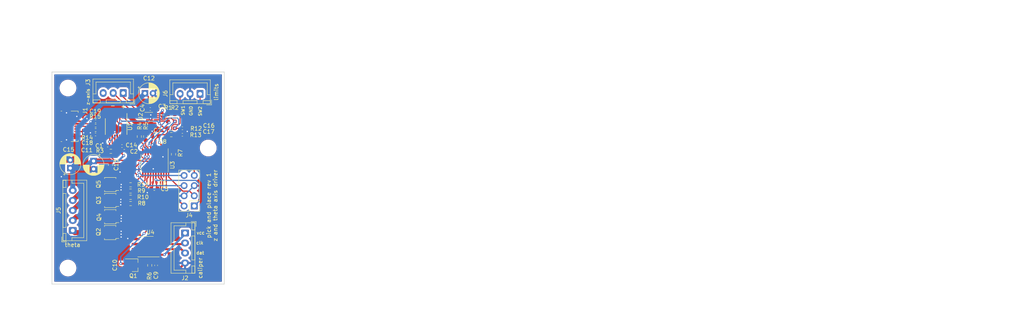
<source format=kicad_pcb>
(kicad_pcb (version 20171130) (host pcbnew 5.1.8)

  (general
    (thickness 1.6)
    (drawings 23)
    (tracks 484)
    (zones 0)
    (modules 52)
    (nets 47)
  )

  (page USLetter)
  (title_block
    (title "Project Title")
  )

  (layers
    (0 F.Cu signal)
    (31 B.Cu signal)
    (34 B.Paste user)
    (35 F.Paste user)
    (36 B.SilkS user)
    (37 F.SilkS user)
    (38 B.Mask user)
    (39 F.Mask user)
    (40 Dwgs.User user)
    (44 Edge.Cuts user)
    (46 B.CrtYd user)
    (47 F.CrtYd user)
    (48 B.Fab user)
    (49 F.Fab user)
  )

  (setup
    (last_trace_width 0.25)
    (user_trace_width 0.1524)
    (user_trace_width 0.2)
    (user_trace_width 0.25)
    (user_trace_width 0.3)
    (user_trace_width 0.5)
    (user_trace_width 0.75)
    (user_trace_width 1.25)
    (trace_clearance 0.1524)
    (zone_clearance 0.508)
    (zone_45_only no)
    (trace_min 0.1524)
    (via_size 0.6858)
    (via_drill 0.3302)
    (via_min_size 0.6858)
    (via_min_drill 0.3302)
    (user_via 0.6858 0.3302)
    (user_via 0.762 0.4064)
    (user_via 0.8636 0.508)
    (uvia_size 0.6858)
    (uvia_drill 0.3302)
    (uvias_allowed no)
    (uvia_min_size 0)
    (uvia_min_drill 0)
    (edge_width 0.1524)
    (segment_width 0.1524)
    (pcb_text_width 0.1524)
    (pcb_text_size 1.016 1.016)
    (mod_edge_width 0.1524)
    (mod_text_size 1.016 1.016)
    (mod_text_width 0.1524)
    (pad_size 1.524 1.524)
    (pad_drill 0.762)
    (pad_to_mask_clearance 0.0508)
    (solder_mask_min_width 0.1016)
    (pad_to_paste_clearance -0.0762)
    (aux_axis_origin 0 0)
    (visible_elements FFFEDF7D)
    (pcbplotparams
      (layerselection 0x310fc_80000001)
      (usegerberextensions true)
      (usegerberattributes false)
      (usegerberadvancedattributes false)
      (creategerberjobfile false)
      (excludeedgelayer true)
      (linewidth 0.100000)
      (plotframeref false)
      (viasonmask false)
      (mode 1)
      (useauxorigin false)
      (hpglpennumber 1)
      (hpglpenspeed 20)
      (hpglpendiameter 15.000000)
      (psnegative false)
      (psa4output false)
      (plotreference true)
      (plotvalue true)
      (plotinvisibletext false)
      (padsonsilk false)
      (subtractmaskfromsilk false)
      (outputformat 1)
      (mirror false)
      (drillshape 0)
      (scaleselection 1)
      (outputdirectory "gerbers"))
  )

  (net 0 "")
  (net 1 GND)
  (net 2 /FT_3V3)
  (net 3 /VBUS)
  (net 4 /1V8)
  (net 5 /SW2)
  (net 6 /SW1)
  (net 7 "Net-(J1-Pad4)")
  (net 8 /CALIPER_DAT_1V8)
  (net 9 /CALIPER_CLK_1V8)
  (net 10 "Net-(J3-Pad3)")
  (net 11 "Net-(J3-Pad2)")
  (net 12 "Net-(J3-Pad1)")
  (net 13 /FT_RXD)
  (net 14 /MCU_NRST)
  (net 15 /FT_TXD)
  (net 16 /MCU_SWDIO)
  (net 17 /MCU_SWCLK)
  (net 18 /B-)
  (net 19 /A-)
  (net 20 /B+)
  (net 21 /A+)
  (net 22 "Net-(Q1-Pad3)")
  (net 23 "Net-(Q2-Pad4)")
  (net 24 "Net-(Q3-Pad4)")
  (net 25 "Net-(Q4-Pad4)")
  (net 26 "Net-(Q5-Pad4)")
  (net 27 /DRV_IN2)
  (net 28 /DRV_IN1)
  (net 29 "Net-(R3-Pad1)")
  (net 30 "Net-(R4-Pad1)")
  (net 31 "Net-(R5-Pad1)")
  (net 32 /A+_GATE)
  (net 33 /A-_GATE)
  (net 34 /B+_GATE)
  (net 35 /B-_GATE)
  (net 36 /FT_24MHz)
  (net 37 "Net-(U1-Pad14)")
  (net 38 "Net-(U1-Pad7)")
  (net 39 "Net-(U1-Pad6)")
  (net 40 "Net-(U1-Pad2)")
  (net 41 /CALIPER_CLK_3V3)
  (net 42 /CALIPER_DAT_3V3)
  (net 43 "Net-(C18-Pad1)")
  (net 44 "Net-(C19-Pad1)")
  (net 45 "Net-(R14-Pad2)")
  (net 46 "Net-(R15-Pad2)")

  (net_class Default "This is the default net class."
    (clearance 0.1524)
    (trace_width 0.1524)
    (via_dia 0.6858)
    (via_drill 0.3302)
    (uvia_dia 0.6858)
    (uvia_drill 0.3302)
    (add_net /1V8)
    (add_net /A+)
    (add_net /A+_GATE)
    (add_net /A-)
    (add_net /A-_GATE)
    (add_net /B+)
    (add_net /B+_GATE)
    (add_net /B-)
    (add_net /B-_GATE)
    (add_net /CALIPER_CLK_1V8)
    (add_net /CALIPER_CLK_3V3)
    (add_net /CALIPER_DAT_1V8)
    (add_net /CALIPER_DAT_3V3)
    (add_net /DRV_IN1)
    (add_net /DRV_IN2)
    (add_net /FT_24MHz)
    (add_net /FT_3V3)
    (add_net /FT_RXD)
    (add_net /FT_TXD)
    (add_net /MCU_NRST)
    (add_net /MCU_SWCLK)
    (add_net /MCU_SWDIO)
    (add_net /SW1)
    (add_net /SW2)
    (add_net /VBUS)
    (add_net GND)
    (add_net "Net-(C18-Pad1)")
    (add_net "Net-(C19-Pad1)")
    (add_net "Net-(J1-Pad4)")
    (add_net "Net-(J3-Pad1)")
    (add_net "Net-(J3-Pad2)")
    (add_net "Net-(J3-Pad3)")
    (add_net "Net-(Q1-Pad3)")
    (add_net "Net-(Q2-Pad4)")
    (add_net "Net-(Q3-Pad4)")
    (add_net "Net-(Q4-Pad4)")
    (add_net "Net-(Q5-Pad4)")
    (add_net "Net-(R14-Pad2)")
    (add_net "Net-(R15-Pad2)")
    (add_net "Net-(R3-Pad1)")
    (add_net "Net-(R4-Pad1)")
    (add_net "Net-(R5-Pad1)")
    (add_net "Net-(U1-Pad14)")
    (add_net "Net-(U1-Pad2)")
    (add_net "Net-(U1-Pad6)")
    (add_net "Net-(U1-Pad7)")
  )

  (module Resistor_SMD:R_0402_1005Metric (layer F.Cu) (tedit 5F68FEEE) (tstamp 5FF76478)
    (at 24.9 89.4)
    (descr "Resistor SMD 0402 (1005 Metric), square (rectangular) end terminal, IPC_7351 nominal, (Body size source: IPC-SM-782 page 72, https://www.pcb-3d.com/wordpress/wp-content/uploads/ipc-sm-782a_amendment_1_and_2.pdf), generated with kicad-footprint-generator")
    (tags resistor)
    (path /604015D5)
    (attr smd)
    (fp_text reference R15 (at -0.1 -2.3) (layer F.SilkS)
      (effects (font (size 1 1) (thickness 0.15)))
    )
    (fp_text value 27R (at 0 1.17) (layer F.Fab)
      (effects (font (size 1 1) (thickness 0.15)))
    )
    (fp_line (start 0.93 0.47) (end -0.93 0.47) (layer F.CrtYd) (width 0.05))
    (fp_line (start 0.93 -0.47) (end 0.93 0.47) (layer F.CrtYd) (width 0.05))
    (fp_line (start -0.93 -0.47) (end 0.93 -0.47) (layer F.CrtYd) (width 0.05))
    (fp_line (start -0.93 0.47) (end -0.93 -0.47) (layer F.CrtYd) (width 0.05))
    (fp_line (start -0.153641 0.38) (end 0.153641 0.38) (layer F.SilkS) (width 0.12))
    (fp_line (start -0.153641 -0.38) (end 0.153641 -0.38) (layer F.SilkS) (width 0.12))
    (fp_line (start 0.525 0.27) (end -0.525 0.27) (layer F.Fab) (width 0.1))
    (fp_line (start 0.525 -0.27) (end 0.525 0.27) (layer F.Fab) (width 0.1))
    (fp_line (start -0.525 -0.27) (end 0.525 -0.27) (layer F.Fab) (width 0.1))
    (fp_line (start -0.525 0.27) (end -0.525 -0.27) (layer F.Fab) (width 0.1))
    (fp_text user %R (at 0 0) (layer F.Fab)
      (effects (font (size 0.26 0.26) (thickness 0.04)))
    )
    (pad 2 smd roundrect (at 0.51 0) (size 0.54 0.64) (layers F.Cu F.Paste F.Mask) (roundrect_rratio 0.25)
      (net 46 "Net-(R15-Pad2)"))
    (pad 1 smd roundrect (at -0.51 0) (size 0.54 0.64) (layers F.Cu F.Paste F.Mask) (roundrect_rratio 0.25)
      (net 44 "Net-(C19-Pad1)"))
    (model ${KISYS3DMOD}/Resistor_SMD.3dshapes/R_0402_1005Metric.wrl
      (at (xyz 0 0 0))
      (scale (xyz 1 1 1))
      (rotate (xyz 0 0 0))
    )
  )

  (module Resistor_SMD:R_0402_1005Metric (layer F.Cu) (tedit 5F68FEEE) (tstamp 5FF76467)
    (at 24.9 90.5)
    (descr "Resistor SMD 0402 (1005 Metric), square (rectangular) end terminal, IPC_7351 nominal, (Body size source: IPC-SM-782 page 72, https://www.pcb-3d.com/wordpress/wp-content/uploads/ipc-sm-782a_amendment_1_and_2.pdf), generated with kicad-footprint-generator")
    (tags resistor)
    (path /6040143D)
    (attr smd)
    (fp_text reference R14 (at -2.1 1.9) (layer F.SilkS)
      (effects (font (size 1 1) (thickness 0.15)))
    )
    (fp_text value 27R (at 0 1.17) (layer F.Fab)
      (effects (font (size 1 1) (thickness 0.15)))
    )
    (fp_line (start 0.93 0.47) (end -0.93 0.47) (layer F.CrtYd) (width 0.05))
    (fp_line (start 0.93 -0.47) (end 0.93 0.47) (layer F.CrtYd) (width 0.05))
    (fp_line (start -0.93 -0.47) (end 0.93 -0.47) (layer F.CrtYd) (width 0.05))
    (fp_line (start -0.93 0.47) (end -0.93 -0.47) (layer F.CrtYd) (width 0.05))
    (fp_line (start -0.153641 0.38) (end 0.153641 0.38) (layer F.SilkS) (width 0.12))
    (fp_line (start -0.153641 -0.38) (end 0.153641 -0.38) (layer F.SilkS) (width 0.12))
    (fp_line (start 0.525 0.27) (end -0.525 0.27) (layer F.Fab) (width 0.1))
    (fp_line (start 0.525 -0.27) (end 0.525 0.27) (layer F.Fab) (width 0.1))
    (fp_line (start -0.525 -0.27) (end 0.525 -0.27) (layer F.Fab) (width 0.1))
    (fp_line (start -0.525 0.27) (end -0.525 -0.27) (layer F.Fab) (width 0.1))
    (fp_text user %R (at 0 0) (layer F.Fab)
      (effects (font (size 0.26 0.26) (thickness 0.04)))
    )
    (pad 2 smd roundrect (at 0.51 0) (size 0.54 0.64) (layers F.Cu F.Paste F.Mask) (roundrect_rratio 0.25)
      (net 45 "Net-(R14-Pad2)"))
    (pad 1 smd roundrect (at -0.51 0) (size 0.54 0.64) (layers F.Cu F.Paste F.Mask) (roundrect_rratio 0.25)
      (net 43 "Net-(C18-Pad1)"))
    (model ${KISYS3DMOD}/Resistor_SMD.3dshapes/R_0402_1005Metric.wrl
      (at (xyz 0 0 0))
      (scale (xyz 1 1 1))
      (rotate (xyz 0 0 0))
    )
  )

  (module Capacitor_SMD:C_0402_1005Metric (layer F.Cu) (tedit 5F68FEEE) (tstamp 5FF75F76)
    (at 24.9 88.3 180)
    (descr "Capacitor SMD 0402 (1005 Metric), square (rectangular) end terminal, IPC_7351 nominal, (Body size source: IPC-SM-782 page 76, https://www.pcb-3d.com/wordpress/wp-content/uploads/ipc-sm-782a_amendment_1_and_2.pdf), generated with kicad-footprint-generator")
    (tags capacitor)
    (path /6041A243)
    (attr smd)
    (fp_text reference C19 (at 0.1 2.5) (layer F.SilkS)
      (effects (font (size 1 1) (thickness 0.15)))
    )
    (fp_text value "47 pF" (at 0 1.16) (layer F.Fab)
      (effects (font (size 1 1) (thickness 0.15)))
    )
    (fp_line (start 0.91 0.46) (end -0.91 0.46) (layer F.CrtYd) (width 0.05))
    (fp_line (start 0.91 -0.46) (end 0.91 0.46) (layer F.CrtYd) (width 0.05))
    (fp_line (start -0.91 -0.46) (end 0.91 -0.46) (layer F.CrtYd) (width 0.05))
    (fp_line (start -0.91 0.46) (end -0.91 -0.46) (layer F.CrtYd) (width 0.05))
    (fp_line (start -0.107836 0.36) (end 0.107836 0.36) (layer F.SilkS) (width 0.12))
    (fp_line (start -0.107836 -0.36) (end 0.107836 -0.36) (layer F.SilkS) (width 0.12))
    (fp_line (start 0.5 0.25) (end -0.5 0.25) (layer F.Fab) (width 0.1))
    (fp_line (start 0.5 -0.25) (end 0.5 0.25) (layer F.Fab) (width 0.1))
    (fp_line (start -0.5 -0.25) (end 0.5 -0.25) (layer F.Fab) (width 0.1))
    (fp_line (start -0.5 0.25) (end -0.5 -0.25) (layer F.Fab) (width 0.1))
    (fp_text user %R (at 0 0) (layer F.Fab)
      (effects (font (size 0.25 0.25) (thickness 0.04)))
    )
    (pad 2 smd roundrect (at 0.48 0 180) (size 0.56 0.62) (layers F.Cu F.Paste F.Mask) (roundrect_rratio 0.25)
      (net 1 GND))
    (pad 1 smd roundrect (at -0.48 0 180) (size 0.56 0.62) (layers F.Cu F.Paste F.Mask) (roundrect_rratio 0.25)
      (net 44 "Net-(C19-Pad1)"))
    (model ${KISYS3DMOD}/Capacitor_SMD.3dshapes/C_0402_1005Metric.wrl
      (at (xyz 0 0 0))
      (scale (xyz 1 1 1))
      (rotate (xyz 0 0 0))
    )
  )

  (module Capacitor_SMD:C_0402_1005Metric (layer F.Cu) (tedit 5F68FEEE) (tstamp 5FF75F65)
    (at 24.88 91.6 180)
    (descr "Capacitor SMD 0402 (1005 Metric), square (rectangular) end terminal, IPC_7351 nominal, (Body size source: IPC-SM-782 page 76, https://www.pcb-3d.com/wordpress/wp-content/uploads/ipc-sm-782a_amendment_1_and_2.pdf), generated with kicad-footprint-generator")
    (tags capacitor)
    (path /60419BF6)
    (attr smd)
    (fp_text reference C18 (at 2.08 -2.1) (layer F.SilkS)
      (effects (font (size 1 1) (thickness 0.15)))
    )
    (fp_text value "47 pF" (at 0 1.16) (layer F.Fab)
      (effects (font (size 1 1) (thickness 0.15)))
    )
    (fp_line (start 0.91 0.46) (end -0.91 0.46) (layer F.CrtYd) (width 0.05))
    (fp_line (start 0.91 -0.46) (end 0.91 0.46) (layer F.CrtYd) (width 0.05))
    (fp_line (start -0.91 -0.46) (end 0.91 -0.46) (layer F.CrtYd) (width 0.05))
    (fp_line (start -0.91 0.46) (end -0.91 -0.46) (layer F.CrtYd) (width 0.05))
    (fp_line (start -0.107836 0.36) (end 0.107836 0.36) (layer F.SilkS) (width 0.12))
    (fp_line (start -0.107836 -0.36) (end 0.107836 -0.36) (layer F.SilkS) (width 0.12))
    (fp_line (start 0.5 0.25) (end -0.5 0.25) (layer F.Fab) (width 0.1))
    (fp_line (start 0.5 -0.25) (end 0.5 0.25) (layer F.Fab) (width 0.1))
    (fp_line (start -0.5 -0.25) (end 0.5 -0.25) (layer F.Fab) (width 0.1))
    (fp_line (start -0.5 0.25) (end -0.5 -0.25) (layer F.Fab) (width 0.1))
    (fp_text user %R (at 0 0) (layer F.Fab)
      (effects (font (size 0.25 0.25) (thickness 0.04)))
    )
    (pad 2 smd roundrect (at 0.48 0 180) (size 0.56 0.62) (layers F.Cu F.Paste F.Mask) (roundrect_rratio 0.25)
      (net 1 GND))
    (pad 1 smd roundrect (at -0.48 0 180) (size 0.56 0.62) (layers F.Cu F.Paste F.Mask) (roundrect_rratio 0.25)
      (net 43 "Net-(C18-Pad1)"))
    (model ${KISYS3DMOD}/Capacitor_SMD.3dshapes/C_0402_1005Metric.wrl
      (at (xyz 0 0 0))
      (scale (xyz 1 1 1))
      (rotate (xyz 0 0 0))
    )
  )

  (module MountingHole:MountingHole_3.2mm_M3 (layer F.Cu) (tedit 56D1B4CB) (tstamp 5FF67ECE)
    (at 18 125)
    (descr "Mounting Hole 3.2mm, no annular, M3")
    (tags "mounting hole 3.2mm no annular m3")
    (path /602F76B9)
    (attr virtual)
    (fp_text reference H3 (at 0 -4.2) (layer F.SilkS) hide
      (effects (font (size 1 1) (thickness 0.15)))
    )
    (fp_text value MountingHole (at 1 3) (layer F.Fab)
      (effects (font (size 1 1) (thickness 0.15)))
    )
    (fp_circle (center 0 0) (end 3.2 0) (layer Cmts.User) (width 0.15))
    (fp_circle (center 0 0) (end 3.45 0) (layer F.CrtYd) (width 0.05))
    (fp_text user %R (at 0.3 0) (layer F.Fab)
      (effects (font (size 1 1) (thickness 0.15)))
    )
    (pad 1 np_thru_hole circle (at 0 0) (size 3.2 3.2) (drill 3.2) (layers *.Cu *.Mask))
  )

  (module MountingHole:MountingHole_3.2mm_M3 (layer F.Cu) (tedit 56D1B4CB) (tstamp 5FF67EC6)
    (at 53 95)
    (descr "Mounting Hole 3.2mm, no annular, M3")
    (tags "mounting hole 3.2mm no annular m3")
    (path /602F75AB)
    (attr virtual)
    (fp_text reference H2 (at 0 -4.2) (layer F.SilkS) hide
      (effects (font (size 1 1) (thickness 0.15)))
    )
    (fp_text value MountingHole (at 0 4.2) (layer F.Fab)
      (effects (font (size 1 1) (thickness 0.15)))
    )
    (fp_circle (center 0 0) (end 3.2 0) (layer Cmts.User) (width 0.15))
    (fp_circle (center 0 0) (end 3.45 0) (layer F.CrtYd) (width 0.05))
    (fp_text user %R (at 0.3 0) (layer F.Fab)
      (effects (font (size 1 1) (thickness 0.15)))
    )
    (pad 1 np_thru_hole circle (at 0 0) (size 3.2 3.2) (drill 3.2) (layers *.Cu *.Mask))
  )

  (module MountingHole:MountingHole_3.2mm_M3 (layer F.Cu) (tedit 56D1B4CB) (tstamp 5FF68498)
    (at 18 80)
    (descr "Mounting Hole 3.2mm, no annular, M3")
    (tags "mounting hole 3.2mm no annular m3")
    (path /602F706A)
    (attr virtual)
    (fp_text reference H1 (at 0 -4.2) (layer F.SilkS) hide
      (effects (font (size 1 1) (thickness 0.15)))
    )
    (fp_text value MountingHole (at 0 4.2) (layer F.Fab)
      (effects (font (size 1 1) (thickness 0.15)))
    )
    (fp_circle (center 0 0) (end 3.2 0) (layer Cmts.User) (width 0.15))
    (fp_circle (center 0 0) (end 3.45 0) (layer F.CrtYd) (width 0.05))
    (fp_text user %R (at 0.3 0) (layer F.Fab)
      (effects (font (size 1 1) (thickness 0.15)))
    )
    (pad 1 np_thru_hole circle (at 0 0) (size 3.2 3.2) (drill 3.2) (layers *.Cu *.Mask))
  )

  (module Package_SO:SOIC-8_3.9x4.9mm_P1.27mm (layer F.Cu) (tedit 5D9F72B1) (tstamp 5FF62E4F)
    (at 37.35 119.65 180)
    (descr "SOIC, 8 Pin (JEDEC MS-012AA, https://www.analog.com/media/en/package-pcb-resources/package/pkg_pdf/soic_narrow-r/r_8.pdf), generated with kicad-footprint-generator ipc_gullwing_generator.py")
    (tags "SOIC SO")
    (path /60085479)
    (attr smd)
    (fp_text reference U4 (at -1.24 3.6) (layer F.SilkS)
      (effects (font (size 1 1) (thickness 0.15)))
    )
    (fp_text value NLSV2T244D (at 0 3.4) (layer F.Fab)
      (effects (font (size 1 1) (thickness 0.15)))
    )
    (fp_line (start 0 2.56) (end 1.95 2.56) (layer F.SilkS) (width 0.12))
    (fp_line (start 0 2.56) (end -1.95 2.56) (layer F.SilkS) (width 0.12))
    (fp_line (start 0 -2.56) (end 1.95 -2.56) (layer F.SilkS) (width 0.12))
    (fp_line (start 0 -2.56) (end -3.45 -2.56) (layer F.SilkS) (width 0.12))
    (fp_line (start -0.975 -2.45) (end 1.95 -2.45) (layer F.Fab) (width 0.1))
    (fp_line (start 1.95 -2.45) (end 1.95 2.45) (layer F.Fab) (width 0.1))
    (fp_line (start 1.95 2.45) (end -1.95 2.45) (layer F.Fab) (width 0.1))
    (fp_line (start -1.95 2.45) (end -1.95 -1.475) (layer F.Fab) (width 0.1))
    (fp_line (start -1.95 -1.475) (end -0.975 -2.45) (layer F.Fab) (width 0.1))
    (fp_line (start -3.7 -2.7) (end -3.7 2.7) (layer F.CrtYd) (width 0.05))
    (fp_line (start -3.7 2.7) (end 3.7 2.7) (layer F.CrtYd) (width 0.05))
    (fp_line (start 3.7 2.7) (end 3.7 -2.7) (layer F.CrtYd) (width 0.05))
    (fp_line (start 3.7 -2.7) (end -3.7 -2.7) (layer F.CrtYd) (width 0.05))
    (fp_text user %R (at 0 0) (layer F.Fab)
      (effects (font (size 0.98 0.98) (thickness 0.15)))
    )
    (pad 8 smd roundrect (at 2.475 -1.905 180) (size 1.95 0.6) (layers F.Cu F.Paste F.Mask) (roundrect_rratio 0.25)
      (net 2 /FT_3V3))
    (pad 7 smd roundrect (at 2.475 -0.635 180) (size 1.95 0.6) (layers F.Cu F.Paste F.Mask) (roundrect_rratio 0.25)
      (net 42 /CALIPER_DAT_3V3))
    (pad 6 smd roundrect (at 2.475 0.635 180) (size 1.95 0.6) (layers F.Cu F.Paste F.Mask) (roundrect_rratio 0.25)
      (net 41 /CALIPER_CLK_3V3))
    (pad 5 smd roundrect (at 2.475 1.905 180) (size 1.95 0.6) (layers F.Cu F.Paste F.Mask) (roundrect_rratio 0.25)
      (net 1 GND))
    (pad 4 smd roundrect (at -2.475 1.905 180) (size 1.95 0.6) (layers F.Cu F.Paste F.Mask) (roundrect_rratio 0.25)
      (net 22 "Net-(Q1-Pad3)"))
    (pad 3 smd roundrect (at -2.475 0.635 180) (size 1.95 0.6) (layers F.Cu F.Paste F.Mask) (roundrect_rratio 0.25)
      (net 9 /CALIPER_CLK_1V8))
    (pad 2 smd roundrect (at -2.475 -0.635 180) (size 1.95 0.6) (layers F.Cu F.Paste F.Mask) (roundrect_rratio 0.25)
      (net 8 /CALIPER_DAT_1V8))
    (pad 1 smd roundrect (at -2.475 -1.905 180) (size 1.95 0.6) (layers F.Cu F.Paste F.Mask) (roundrect_rratio 0.25)
      (net 4 /1V8))
    (model ${KISYS3DMOD}/Package_SO.3dshapes/SOIC-8_3.9x4.9mm_P1.27mm.wrl
      (at (xyz 0 0 0))
      (scale (xyz 1 1 1))
      (rotate (xyz 0 0 0))
    )
  )

  (module Package_SO:TSSOP-20_4.4x6.5mm_P0.65mm (layer F.Cu) (tedit 5E476F32) (tstamp 5FF61529)
    (at 39.61 98.75 270)
    (descr "TSSOP, 20 Pin (JEDEC MO-153 Var AC https://www.jedec.org/document_search?search_api_views_fulltext=MO-153), generated with kicad-footprint-generator ipc_gullwing_generator.py")
    (tags "TSSOP SO")
    (path /5FEE113F)
    (attr smd)
    (fp_text reference U3 (at 0.51 -4.45 90) (layer F.SilkS)
      (effects (font (size 1 1) (thickness 0.15)))
    )
    (fp_text value STM32L011F4P6 (at 0 4.2 90) (layer F.Fab)
      (effects (font (size 1 1) (thickness 0.15)))
    )
    (fp_line (start 0 3.385) (end 2.2 3.385) (layer F.SilkS) (width 0.12))
    (fp_line (start 0 3.385) (end -2.2 3.385) (layer F.SilkS) (width 0.12))
    (fp_line (start 0 -3.385) (end 2.2 -3.385) (layer F.SilkS) (width 0.12))
    (fp_line (start 0 -3.385) (end -3.6 -3.385) (layer F.SilkS) (width 0.12))
    (fp_line (start -1.2 -3.25) (end 2.2 -3.25) (layer F.Fab) (width 0.1))
    (fp_line (start 2.2 -3.25) (end 2.2 3.25) (layer F.Fab) (width 0.1))
    (fp_line (start 2.2 3.25) (end -2.2 3.25) (layer F.Fab) (width 0.1))
    (fp_line (start -2.2 3.25) (end -2.2 -2.25) (layer F.Fab) (width 0.1))
    (fp_line (start -2.2 -2.25) (end -1.2 -3.25) (layer F.Fab) (width 0.1))
    (fp_line (start -3.85 -3.5) (end -3.85 3.5) (layer F.CrtYd) (width 0.05))
    (fp_line (start -3.85 3.5) (end 3.85 3.5) (layer F.CrtYd) (width 0.05))
    (fp_line (start 3.85 3.5) (end 3.85 -3.5) (layer F.CrtYd) (width 0.05))
    (fp_line (start 3.85 -3.5) (end -3.85 -3.5) (layer F.CrtYd) (width 0.05))
    (fp_text user %R (at 0 0 90) (layer F.Fab)
      (effects (font (size 1 1) (thickness 0.15)))
    )
    (pad 20 smd roundrect (at 2.8625 -2.925 270) (size 1.475 0.4) (layers F.Cu F.Paste F.Mask) (roundrect_rratio 0.25)
      (net 17 /MCU_SWCLK))
    (pad 19 smd roundrect (at 2.8625 -2.275 270) (size 1.475 0.4) (layers F.Cu F.Paste F.Mask) (roundrect_rratio 0.25)
      (net 16 /MCU_SWDIO))
    (pad 18 smd roundrect (at 2.8625 -1.625 270) (size 1.475 0.4) (layers F.Cu F.Paste F.Mask) (roundrect_rratio 0.25)
      (net 42 /CALIPER_DAT_3V3))
    (pad 17 smd roundrect (at 2.8625 -0.975 270) (size 1.475 0.4) (layers F.Cu F.Paste F.Mask) (roundrect_rratio 0.25)
      (net 41 /CALIPER_CLK_3V3))
    (pad 16 smd roundrect (at 2.8625 -0.325 270) (size 1.475 0.4) (layers F.Cu F.Paste F.Mask) (roundrect_rratio 0.25)
      (net 2 /FT_3V3))
    (pad 15 smd roundrect (at 2.8625 0.325 270) (size 1.475 0.4) (layers F.Cu F.Paste F.Mask) (roundrect_rratio 0.25)
      (net 1 GND))
    (pad 14 smd roundrect (at 2.8625 0.975 270) (size 1.475 0.4) (layers F.Cu F.Paste F.Mask) (roundrect_rratio 0.25)
      (net 32 /A+_GATE))
    (pad 13 smd roundrect (at 2.8625 1.625 270) (size 1.475 0.4) (layers F.Cu F.Paste F.Mask) (roundrect_rratio 0.25)
      (net 34 /B+_GATE))
    (pad 12 smd roundrect (at 2.8625 2.275 270) (size 1.475 0.4) (layers F.Cu F.Paste F.Mask) (roundrect_rratio 0.25)
      (net 33 /A-_GATE))
    (pad 11 smd roundrect (at 2.8625 2.925 270) (size 1.475 0.4) (layers F.Cu F.Paste F.Mask) (roundrect_rratio 0.25)
      (net 35 /B-_GATE))
    (pad 10 smd roundrect (at -2.8625 2.925 270) (size 1.475 0.4) (layers F.Cu F.Paste F.Mask) (roundrect_rratio 0.25)
      (net 5 /SW2))
    (pad 9 smd roundrect (at -2.8625 2.275 270) (size 1.475 0.4) (layers F.Cu F.Paste F.Mask) (roundrect_rratio 0.25)
      (net 15 /FT_TXD))
    (pad 8 smd roundrect (at -2.8625 1.625 270) (size 1.475 0.4) (layers F.Cu F.Paste F.Mask) (roundrect_rratio 0.25)
      (net 13 /FT_RXD))
    (pad 7 smd roundrect (at -2.8625 0.975 270) (size 1.475 0.4) (layers F.Cu F.Paste F.Mask) (roundrect_rratio 0.25)
      (net 27 /DRV_IN2))
    (pad 6 smd roundrect (at -2.8625 0.325 270) (size 1.475 0.4) (layers F.Cu F.Paste F.Mask) (roundrect_rratio 0.25)
      (net 36 /FT_24MHz))
    (pad 5 smd roundrect (at -2.8625 -0.325 270) (size 1.475 0.4) (layers F.Cu F.Paste F.Mask) (roundrect_rratio 0.25)
      (net 2 /FT_3V3))
    (pad 4 smd roundrect (at -2.8625 -0.975 270) (size 1.475 0.4) (layers F.Cu F.Paste F.Mask) (roundrect_rratio 0.25)
      (net 14 /MCU_NRST))
    (pad 3 smd roundrect (at -2.8625 -1.625 270) (size 1.475 0.4) (layers F.Cu F.Paste F.Mask) (roundrect_rratio 0.25)
      (net 28 /DRV_IN1))
    (pad 2 smd roundrect (at -2.8625 -2.275 270) (size 1.475 0.4) (layers F.Cu F.Paste F.Mask) (roundrect_rratio 0.25)
      (net 6 /SW1))
    (pad 1 smd roundrect (at -2.8625 -2.925 270) (size 1.475 0.4) (layers F.Cu F.Paste F.Mask) (roundrect_rratio 0.25)
      (net 1 GND))
    (model ${KISYS3DMOD}/Package_SO.3dshapes/TSSOP-20_4.4x6.5mm_P0.65mm.wrl
      (at (xyz 0 0 0))
      (scale (xyz 1 1 1))
      (rotate (xyz 0 0 0))
    )
  )

  (module Package_SON:WSON-8-1EP_2x2mm_P0.5mm_EP0.9x1.6mm (layer F.Cu) (tedit 5A65F6A7) (tstamp 5FF60396)
    (at 38.66 87.2)
    (descr "8-Lead Plastic WSON, 2x2mm Body, 0.5mm Pitch, WSON-8, http://www.ti.com/lit/ds/symlink/lm27761.pdf")
    (tags "WSON 8 1EP")
    (path /5FEB2A46)
    (attr smd)
    (fp_text reference U2 (at -2.54 -0.05 90) (layer F.SilkS)
      (effects (font (size 1 1) (thickness 0.15)))
    )
    (fp_text value DRV8837C (at 0.01 2.14) (layer F.Fab)
      (effects (font (size 1 1) (thickness 0.15)))
    )
    (fp_line (start -0.5 -1) (end -1 -0.5) (layer F.Fab) (width 0.1))
    (fp_line (start -1 1) (end -1 -0.5) (layer F.Fab) (width 0.1))
    (fp_line (start 1 1) (end -1 1) (layer F.Fab) (width 0.1))
    (fp_line (start 1 -1) (end 1 1) (layer F.Fab) (width 0.1))
    (fp_line (start -0.5 -1) (end 1 -1) (layer F.Fab) (width 0.1))
    (fp_line (start -1.6 -1.25) (end -1.6 1.25) (layer F.CrtYd) (width 0.05))
    (fp_line (start 1.6 -1.25) (end 1.6 1.25) (layer F.CrtYd) (width 0.05))
    (fp_line (start -1.6 -1.25) (end 1.6 -1.25) (layer F.CrtYd) (width 0.05))
    (fp_line (start -1.6 1.25) (end 1.6 1.25) (layer F.CrtYd) (width 0.05))
    (fp_line (start 0.5 1.12) (end -0.5 1.12) (layer F.SilkS) (width 0.12))
    (fp_line (start -1.5 -1.12) (end 0.5 -1.12) (layer F.SilkS) (width 0.12))
    (fp_text user %R (at 0 0) (layer F.Fab)
      (effects (font (size 0.7 0.7) (thickness 0.1)))
    )
    (pad "" smd rect (at 0 -0.4) (size 0.75 0.65) (layers F.Paste))
    (pad "" smd rect (at 0 0.4) (size 0.75 0.65) (layers F.Paste))
    (pad 6 smd rect (at 0.95 0.25) (size 0.5 0.25) (layers F.Cu F.Paste F.Mask)
      (net 28 /DRV_IN1))
    (pad 5 smd rect (at 0.95 0.75) (size 0.5 0.25) (layers F.Cu F.Paste F.Mask)
      (net 27 /DRV_IN2))
    (pad 4 smd rect (at -0.95 0.75) (size 0.5 0.25) (layers F.Cu F.Paste F.Mask)
      (net 1 GND))
    (pad 2 smd rect (at -0.95 -0.25) (size 0.5 0.25) (layers F.Cu F.Paste F.Mask)
      (net 12 "Net-(J3-Pad1)"))
    (pad 1 smd rect (at -0.95 -0.75) (size 0.5 0.25) (layers F.Cu F.Paste F.Mask)
      (net 3 /VBUS))
    (pad 9 smd rect (at 0 0) (size 0.9 1.6) (layers F.Cu F.Mask)
      (net 1 GND))
    (pad 8 smd rect (at 0.95 -0.75) (size 0.5 0.25) (layers F.Cu F.Paste F.Mask)
      (net 2 /FT_3V3))
    (pad 7 smd rect (at 0.95 -0.25) (size 0.5 0.25) (layers F.Cu F.Paste F.Mask)
      (net 1 GND))
    (pad 3 smd rect (at -0.95 0.25) (size 0.5 0.25) (layers F.Cu F.Paste F.Mask)
      (net 11 "Net-(J3-Pad2)"))
    (model ${KISYS3DMOD}/Package_SON.3dshapes/WSON-8-1EP_2x2mm_P0.5mm_EP0.9x1.6mm.wrl
      (at (xyz 0 0 0))
      (scale (xyz 1 1 1))
      (rotate (xyz 0 0 0))
    )
  )

  (module Package_SO:SSOP-16_3.9x4.9mm_P0.635mm (layer F.Cu) (tedit 5A02F25C) (tstamp 5FF6037B)
    (at 29.99 89.63 270)
    (descr "SSOP16: plastic shrink small outline package; 16 leads; body width 3.9 mm; lead pitch 0.635; (see NXP SSOP-TSSOP-VSO-REFLOW.pdf and sot519-1_po.pdf)")
    (tags "SSOP 0.635")
    (path /5FEC613C)
    (attr smd)
    (fp_text reference U1 (at 0 -3.5 90) (layer F.SilkS)
      (effects (font (size 1 1) (thickness 0.15)))
    )
    (fp_text value FT230XS (at 0 3.5 90) (layer F.Fab)
      (effects (font (size 1 1) (thickness 0.15)))
    )
    (fp_line (start -0.95 -2.45) (end 1.95 -2.45) (layer F.Fab) (width 0.15))
    (fp_line (start 1.95 -2.45) (end 1.95 2.45) (layer F.Fab) (width 0.15))
    (fp_line (start 1.95 2.45) (end -1.95 2.45) (layer F.Fab) (width 0.15))
    (fp_line (start -1.95 2.45) (end -1.95 -1.45) (layer F.Fab) (width 0.15))
    (fp_line (start -1.95 -1.45) (end -0.95 -2.45) (layer F.Fab) (width 0.15))
    (fp_line (start -3.45 -2.85) (end -3.45 2.8) (layer F.CrtYd) (width 0.05))
    (fp_line (start 3.45 -2.85) (end 3.45 2.8) (layer F.CrtYd) (width 0.05))
    (fp_line (start -3.45 -2.85) (end 3.45 -2.85) (layer F.CrtYd) (width 0.05))
    (fp_line (start -3.45 2.8) (end 3.45 2.8) (layer F.CrtYd) (width 0.05))
    (fp_line (start -2 2.675) (end 2 2.675) (layer F.SilkS) (width 0.15))
    (fp_line (start -3.275 -2.725) (end 2 -2.725) (layer F.SilkS) (width 0.15))
    (fp_text user %R (at 0 0 90) (layer F.Fab)
      (effects (font (size 0.8 0.8) (thickness 0.15)))
    )
    (pad 16 smd rect (at 2.6 -2.2225 270) (size 1.2 0.4) (layers F.Cu F.Paste F.Mask)
      (net 1 GND))
    (pad 15 smd rect (at 2.6 -1.5875 270) (size 1.2 0.4) (layers F.Cu F.Paste F.Mask)
      (net 36 /FT_24MHz))
    (pad 14 smd rect (at 2.6 -0.9525 270) (size 1.2 0.4) (layers F.Cu F.Paste F.Mask)
      (net 37 "Net-(U1-Pad14)"))
    (pad 13 smd rect (at 2.6 -0.3175 270) (size 1.2 0.4) (layers F.Cu F.Paste F.Mask)
      (net 1 GND))
    (pad 12 smd rect (at 2.6 0.3175 270) (size 1.2 0.4) (layers F.Cu F.Paste F.Mask)
      (net 3 /VBUS))
    (pad 11 smd rect (at 2.6 0.9525 270) (size 1.2 0.4) (layers F.Cu F.Paste F.Mask)
      (net 29 "Net-(R3-Pad1)"))
    (pad 10 smd rect (at 2.6 1.5875 270) (size 1.2 0.4) (layers F.Cu F.Paste F.Mask)
      (net 2 /FT_3V3))
    (pad 9 smd rect (at 2.6 2.2225 270) (size 1.2 0.4) (layers F.Cu F.Paste F.Mask)
      (net 45 "Net-(R14-Pad2)"))
    (pad 8 smd rect (at -2.6 2.2225 270) (size 1.2 0.4) (layers F.Cu F.Paste F.Mask)
      (net 46 "Net-(R15-Pad2)"))
    (pad 7 smd rect (at -2.6 1.5875 270) (size 1.2 0.4) (layers F.Cu F.Paste F.Mask)
      (net 38 "Net-(U1-Pad7)"))
    (pad 6 smd rect (at -2.6 0.9525 270) (size 1.2 0.4) (layers F.Cu F.Paste F.Mask)
      (net 39 "Net-(U1-Pad6)"))
    (pad 5 smd rect (at -2.6 0.3175 270) (size 1.2 0.4) (layers F.Cu F.Paste F.Mask)
      (net 1 GND))
    (pad 4 smd rect (at -2.6 -0.3175 270) (size 1.2 0.4) (layers F.Cu F.Paste F.Mask)
      (net 31 "Net-(R5-Pad1)"))
    (pad 3 smd rect (at -2.6 -0.9525 270) (size 1.2 0.4) (layers F.Cu F.Paste F.Mask)
      (net 2 /FT_3V3))
    (pad 2 smd rect (at -2.6 -1.5875 270) (size 1.2 0.4) (layers F.Cu F.Paste F.Mask)
      (net 40 "Net-(U1-Pad2)"))
    (pad 1 smd rect (at -2.6 -2.2225 270) (size 1.2 0.4) (layers F.Cu F.Paste F.Mask)
      (net 30 "Net-(R4-Pad1)"))
    (model ${KISYS3DMOD}/Package_SO.3dshapes/SSOP-16_3.9x4.9mm_P0.635mm.wrl
      (at (xyz 0 0 0))
      (scale (xyz 1 1 1))
      (rotate (xyz 0 0 0))
    )
  )

  (module Resistor_SMD:R_0603_1608Metric_Pad0.98x0.95mm_HandSolder (layer F.Cu) (tedit 5F68FEEE) (tstamp 5FF6035B)
    (at 43.775001 91.665001)
    (descr "Resistor SMD 0603 (1608 Metric), square (rectangular) end terminal, IPC_7351 nominal with elongated pad for handsoldering. (Body size source: IPC-SM-782 page 72, https://www.pcb-3d.com/wordpress/wp-content/uploads/ipc-sm-782a_amendment_1_and_2.pdf), generated with kicad-footprint-generator")
    (tags "resistor handsolder")
    (path /60198AF9)
    (attr smd)
    (fp_text reference R13 (at 6.094999 0.074999) (layer F.SilkS)
      (effects (font (size 1 1) (thickness 0.15)))
    )
    (fp_text value 10kR (at 0 1.43) (layer F.Fab)
      (effects (font (size 1 1) (thickness 0.15)))
    )
    (fp_line (start -0.8 0.4125) (end -0.8 -0.4125) (layer F.Fab) (width 0.1))
    (fp_line (start -0.8 -0.4125) (end 0.8 -0.4125) (layer F.Fab) (width 0.1))
    (fp_line (start 0.8 -0.4125) (end 0.8 0.4125) (layer F.Fab) (width 0.1))
    (fp_line (start 0.8 0.4125) (end -0.8 0.4125) (layer F.Fab) (width 0.1))
    (fp_line (start -0.254724 -0.5225) (end 0.254724 -0.5225) (layer F.SilkS) (width 0.12))
    (fp_line (start -0.254724 0.5225) (end 0.254724 0.5225) (layer F.SilkS) (width 0.12))
    (fp_line (start -1.65 0.73) (end -1.65 -0.73) (layer F.CrtYd) (width 0.05))
    (fp_line (start -1.65 -0.73) (end 1.65 -0.73) (layer F.CrtYd) (width 0.05))
    (fp_line (start 1.65 -0.73) (end 1.65 0.73) (layer F.CrtYd) (width 0.05))
    (fp_line (start 1.65 0.73) (end -1.65 0.73) (layer F.CrtYd) (width 0.05))
    (fp_text user %R (at 0 0) (layer F.Fab)
      (effects (font (size 0.4 0.4) (thickness 0.06)))
    )
    (pad 2 smd roundrect (at 0.9125 0) (size 0.975 0.95) (layers F.Cu F.Paste F.Mask) (roundrect_rratio 0.25)
      (net 6 /SW1))
    (pad 1 smd roundrect (at -0.9125 0) (size 0.975 0.95) (layers F.Cu F.Paste F.Mask) (roundrect_rratio 0.25)
      (net 2 /FT_3V3))
    (model ${KISYS3DMOD}/Resistor_SMD.3dshapes/R_0603_1608Metric.wrl
      (at (xyz 0 0 0))
      (scale (xyz 1 1 1))
      (rotate (xyz 0 0 0))
    )
  )

  (module Resistor_SMD:R_0603_1608Metric_Pad0.98x0.95mm_HandSolder (layer F.Cu) (tedit 5F68FEEE) (tstamp 5FF6034A)
    (at 43.73 90.07)
    (descr "Resistor SMD 0603 (1608 Metric), square (rectangular) end terminal, IPC_7351 nominal with elongated pad for handsoldering. (Body size source: IPC-SM-782 page 72, https://www.pcb-3d.com/wordpress/wp-content/uploads/ipc-sm-782a_amendment_1_and_2.pdf), generated with kicad-footprint-generator")
    (tags "resistor handsolder")
    (path /60192054)
    (attr smd)
    (fp_text reference R12 (at 6.26 0.06) (layer F.SilkS)
      (effects (font (size 1 1) (thickness 0.15)))
    )
    (fp_text value 10kR (at 0 1.43) (layer F.Fab)
      (effects (font (size 1 1) (thickness 0.15)))
    )
    (fp_line (start -0.8 0.4125) (end -0.8 -0.4125) (layer F.Fab) (width 0.1))
    (fp_line (start -0.8 -0.4125) (end 0.8 -0.4125) (layer F.Fab) (width 0.1))
    (fp_line (start 0.8 -0.4125) (end 0.8 0.4125) (layer F.Fab) (width 0.1))
    (fp_line (start 0.8 0.4125) (end -0.8 0.4125) (layer F.Fab) (width 0.1))
    (fp_line (start -0.254724 -0.5225) (end 0.254724 -0.5225) (layer F.SilkS) (width 0.12))
    (fp_line (start -0.254724 0.5225) (end 0.254724 0.5225) (layer F.SilkS) (width 0.12))
    (fp_line (start -1.65 0.73) (end -1.65 -0.73) (layer F.CrtYd) (width 0.05))
    (fp_line (start -1.65 -0.73) (end 1.65 -0.73) (layer F.CrtYd) (width 0.05))
    (fp_line (start 1.65 -0.73) (end 1.65 0.73) (layer F.CrtYd) (width 0.05))
    (fp_line (start 1.65 0.73) (end -1.65 0.73) (layer F.CrtYd) (width 0.05))
    (fp_text user %R (at 0 0) (layer F.Fab)
      (effects (font (size 0.4 0.4) (thickness 0.06)))
    )
    (pad 2 smd roundrect (at 0.9125 0) (size 0.975 0.95) (layers F.Cu F.Paste F.Mask) (roundrect_rratio 0.25)
      (net 5 /SW2))
    (pad 1 smd roundrect (at -0.9125 0) (size 0.975 0.95) (layers F.Cu F.Paste F.Mask) (roundrect_rratio 0.25)
      (net 2 /FT_3V3))
    (model ${KISYS3DMOD}/Resistor_SMD.3dshapes/R_0603_1608Metric.wrl
      (at (xyz 0 0 0))
      (scale (xyz 1 1 1))
      (rotate (xyz 0 0 0))
    )
  )

  (module Resistor_SMD:R_0603_1608Metric_Pad0.98x0.95mm_HandSolder (layer F.Cu) (tedit 5F68FEEE) (tstamp 5FF60339)
    (at 33.62 104.19 180)
    (descr "Resistor SMD 0603 (1608 Metric), square (rectangular) end terminal, IPC_7351 nominal with elongated pad for handsoldering. (Body size source: IPC-SM-782 page 72, https://www.pcb-3d.com/wordpress/wp-content/uploads/ipc-sm-782a_amendment_1_and_2.pdf), generated with kicad-footprint-generator")
    (tags "resistor handsolder")
    (path /5FF5E5F4)
    (attr smd)
    (fp_text reference R11 (at -3.09 0.01) (layer F.SilkS)
      (effects (font (size 1 1) (thickness 0.15)))
    )
    (fp_text value 1kR (at 0 1.43) (layer F.Fab)
      (effects (font (size 1 1) (thickness 0.15)))
    )
    (fp_line (start -0.8 0.4125) (end -0.8 -0.4125) (layer F.Fab) (width 0.1))
    (fp_line (start -0.8 -0.4125) (end 0.8 -0.4125) (layer F.Fab) (width 0.1))
    (fp_line (start 0.8 -0.4125) (end 0.8 0.4125) (layer F.Fab) (width 0.1))
    (fp_line (start 0.8 0.4125) (end -0.8 0.4125) (layer F.Fab) (width 0.1))
    (fp_line (start -0.254724 -0.5225) (end 0.254724 -0.5225) (layer F.SilkS) (width 0.12))
    (fp_line (start -0.254724 0.5225) (end 0.254724 0.5225) (layer F.SilkS) (width 0.12))
    (fp_line (start -1.65 0.73) (end -1.65 -0.73) (layer F.CrtYd) (width 0.05))
    (fp_line (start -1.65 -0.73) (end 1.65 -0.73) (layer F.CrtYd) (width 0.05))
    (fp_line (start 1.65 -0.73) (end 1.65 0.73) (layer F.CrtYd) (width 0.05))
    (fp_line (start 1.65 0.73) (end -1.65 0.73) (layer F.CrtYd) (width 0.05))
    (fp_text user %R (at 0 0 180) (layer F.Fab)
      (effects (font (size 0.4 0.4) (thickness 0.06)))
    )
    (pad 2 smd roundrect (at 0.9125 0 180) (size 0.975 0.95) (layers F.Cu F.Paste F.Mask) (roundrect_rratio 0.25)
      (net 26 "Net-(Q5-Pad4)"))
    (pad 1 smd roundrect (at -0.9125 0 180) (size 0.975 0.95) (layers F.Cu F.Paste F.Mask) (roundrect_rratio 0.25)
      (net 35 /B-_GATE))
    (model ${KISYS3DMOD}/Resistor_SMD.3dshapes/R_0603_1608Metric.wrl
      (at (xyz 0 0 0))
      (scale (xyz 1 1 1))
      (rotate (xyz 0 0 0))
    )
  )

  (module Resistor_SMD:R_0603_1608Metric_Pad0.98x0.95mm_HandSolder (layer F.Cu) (tedit 5F68FEEE) (tstamp 5FF60328)
    (at 33.63 107.31 180)
    (descr "Resistor SMD 0603 (1608 Metric), square (rectangular) end terminal, IPC_7351 nominal with elongated pad for handsoldering. (Body size source: IPC-SM-782 page 72, https://www.pcb-3d.com/wordpress/wp-content/uploads/ipc-sm-782a_amendment_1_and_2.pdf), generated with kicad-footprint-generator")
    (tags "resistor handsolder")
    (path /5FF49237)
    (attr smd)
    (fp_text reference R10 (at -3.08 0.05) (layer F.SilkS)
      (effects (font (size 1 1) (thickness 0.15)))
    )
    (fp_text value 1kR (at 0 1.43) (layer F.Fab)
      (effects (font (size 1 1) (thickness 0.15)))
    )
    (fp_line (start -0.8 0.4125) (end -0.8 -0.4125) (layer F.Fab) (width 0.1))
    (fp_line (start -0.8 -0.4125) (end 0.8 -0.4125) (layer F.Fab) (width 0.1))
    (fp_line (start 0.8 -0.4125) (end 0.8 0.4125) (layer F.Fab) (width 0.1))
    (fp_line (start 0.8 0.4125) (end -0.8 0.4125) (layer F.Fab) (width 0.1))
    (fp_line (start -0.254724 -0.5225) (end 0.254724 -0.5225) (layer F.SilkS) (width 0.12))
    (fp_line (start -0.254724 0.5225) (end 0.254724 0.5225) (layer F.SilkS) (width 0.12))
    (fp_line (start -1.65 0.73) (end -1.65 -0.73) (layer F.CrtYd) (width 0.05))
    (fp_line (start -1.65 -0.73) (end 1.65 -0.73) (layer F.CrtYd) (width 0.05))
    (fp_line (start 1.65 -0.73) (end 1.65 0.73) (layer F.CrtYd) (width 0.05))
    (fp_line (start 1.65 0.73) (end -1.65 0.73) (layer F.CrtYd) (width 0.05))
    (fp_text user %R (at 0 0) (layer F.Fab)
      (effects (font (size 0.4 0.4) (thickness 0.06)))
    )
    (pad 2 smd roundrect (at 0.9125 0 180) (size 0.975 0.95) (layers F.Cu F.Paste F.Mask) (roundrect_rratio 0.25)
      (net 25 "Net-(Q4-Pad4)"))
    (pad 1 smd roundrect (at -0.9125 0 180) (size 0.975 0.95) (layers F.Cu F.Paste F.Mask) (roundrect_rratio 0.25)
      (net 34 /B+_GATE))
    (model ${KISYS3DMOD}/Resistor_SMD.3dshapes/R_0603_1608Metric.wrl
      (at (xyz 0 0 0))
      (scale (xyz 1 1 1))
      (rotate (xyz 0 0 0))
    )
  )

  (module Resistor_SMD:R_0603_1608Metric_Pad0.98x0.95mm_HandSolder (layer F.Cu) (tedit 5F68FEEE) (tstamp 5FF60317)
    (at 33.61 105.75 180)
    (descr "Resistor SMD 0603 (1608 Metric), square (rectangular) end terminal, IPC_7351 nominal with elongated pad for handsoldering. (Body size source: IPC-SM-782 page 72, https://www.pcb-3d.com/wordpress/wp-content/uploads/ipc-sm-782a_amendment_1_and_2.pdf), generated with kicad-footprint-generator")
    (tags "resistor handsolder")
    (path /5FF5E10F)
    (attr smd)
    (fp_text reference R9 (at -2.71 0.07) (layer F.SilkS)
      (effects (font (size 1 1) (thickness 0.15)))
    )
    (fp_text value 1kR (at 0 1.43) (layer F.Fab)
      (effects (font (size 1 1) (thickness 0.15)))
    )
    (fp_line (start -0.8 0.4125) (end -0.8 -0.4125) (layer F.Fab) (width 0.1))
    (fp_line (start -0.8 -0.4125) (end 0.8 -0.4125) (layer F.Fab) (width 0.1))
    (fp_line (start 0.8 -0.4125) (end 0.8 0.4125) (layer F.Fab) (width 0.1))
    (fp_line (start 0.8 0.4125) (end -0.8 0.4125) (layer F.Fab) (width 0.1))
    (fp_line (start -0.254724 -0.5225) (end 0.254724 -0.5225) (layer F.SilkS) (width 0.12))
    (fp_line (start -0.254724 0.5225) (end 0.254724 0.5225) (layer F.SilkS) (width 0.12))
    (fp_line (start -1.65 0.73) (end -1.65 -0.73) (layer F.CrtYd) (width 0.05))
    (fp_line (start -1.65 -0.73) (end 1.65 -0.73) (layer F.CrtYd) (width 0.05))
    (fp_line (start 1.65 -0.73) (end 1.65 0.73) (layer F.CrtYd) (width 0.05))
    (fp_line (start 1.65 0.73) (end -1.65 0.73) (layer F.CrtYd) (width 0.05))
    (fp_text user %R (at 0 0) (layer F.Fab)
      (effects (font (size 0.4 0.4) (thickness 0.06)))
    )
    (pad 2 smd roundrect (at 0.9125 0 180) (size 0.975 0.95) (layers F.Cu F.Paste F.Mask) (roundrect_rratio 0.25)
      (net 24 "Net-(Q3-Pad4)"))
    (pad 1 smd roundrect (at -0.9125 0 180) (size 0.975 0.95) (layers F.Cu F.Paste F.Mask) (roundrect_rratio 0.25)
      (net 33 /A-_GATE))
    (model ${KISYS3DMOD}/Resistor_SMD.3dshapes/R_0603_1608Metric.wrl
      (at (xyz 0 0 0))
      (scale (xyz 1 1 1))
      (rotate (xyz 0 0 0))
    )
  )

  (module Resistor_SMD:R_0603_1608Metric_Pad0.98x0.95mm_HandSolder (layer F.Cu) (tedit 5F68FEEE) (tstamp 5FF60306)
    (at 33.63 108.88 180)
    (descr "Resistor SMD 0603 (1608 Metric), square (rectangular) end terminal, IPC_7351 nominal with elongated pad for handsoldering. (Body size source: IPC-SM-782 page 72, https://www.pcb-3d.com/wordpress/wp-content/uploads/ipc-sm-782a_amendment_1_and_2.pdf), generated with kicad-footprint-generator")
    (tags "resistor handsolder")
    (path /5FF5ECB6)
    (attr smd)
    (fp_text reference R8 (at -2.75 0.06) (layer F.SilkS)
      (effects (font (size 1 1) (thickness 0.15)))
    )
    (fp_text value 1kR (at 0 1.43) (layer F.Fab)
      (effects (font (size 1 1) (thickness 0.15)))
    )
    (fp_line (start -0.8 0.4125) (end -0.8 -0.4125) (layer F.Fab) (width 0.1))
    (fp_line (start -0.8 -0.4125) (end 0.8 -0.4125) (layer F.Fab) (width 0.1))
    (fp_line (start 0.8 -0.4125) (end 0.8 0.4125) (layer F.Fab) (width 0.1))
    (fp_line (start 0.8 0.4125) (end -0.8 0.4125) (layer F.Fab) (width 0.1))
    (fp_line (start -0.254724 -0.5225) (end 0.254724 -0.5225) (layer F.SilkS) (width 0.12))
    (fp_line (start -0.254724 0.5225) (end 0.254724 0.5225) (layer F.SilkS) (width 0.12))
    (fp_line (start -1.65 0.73) (end -1.65 -0.73) (layer F.CrtYd) (width 0.05))
    (fp_line (start -1.65 -0.73) (end 1.65 -0.73) (layer F.CrtYd) (width 0.05))
    (fp_line (start 1.65 -0.73) (end 1.65 0.73) (layer F.CrtYd) (width 0.05))
    (fp_line (start 1.65 0.73) (end -1.65 0.73) (layer F.CrtYd) (width 0.05))
    (fp_text user %R (at 0 0) (layer F.Fab)
      (effects (font (size 0.4 0.4) (thickness 0.06)))
    )
    (pad 2 smd roundrect (at 0.9125 0 180) (size 0.975 0.95) (layers F.Cu F.Paste F.Mask) (roundrect_rratio 0.25)
      (net 23 "Net-(Q2-Pad4)"))
    (pad 1 smd roundrect (at -0.9125 0 180) (size 0.975 0.95) (layers F.Cu F.Paste F.Mask) (roundrect_rratio 0.25)
      (net 32 /A+_GATE))
    (model ${KISYS3DMOD}/Resistor_SMD.3dshapes/R_0603_1608Metric.wrl
      (at (xyz 0 0 0))
      (scale (xyz 1 1 1))
      (rotate (xyz 0 0 0))
    )
  )

  (module Resistor_SMD:R_0603_1608Metric_Pad0.98x0.95mm_HandSolder (layer F.Cu) (tedit 5F68FEEE) (tstamp 5FF602F5)
    (at 44.34 96.56 90)
    (descr "Resistor SMD 0603 (1608 Metric), square (rectangular) end terminal, IPC_7351 nominal with elongated pad for handsoldering. (Body size source: IPC-SM-782 page 72, https://www.pcb-3d.com/wordpress/wp-content/uploads/ipc-sm-782a_amendment_1_and_2.pdf), generated with kicad-footprint-generator")
    (tags "resistor handsolder")
    (path /5FFAF9CF)
    (attr smd)
    (fp_text reference R7 (at 0.31 1.71 90) (layer F.SilkS)
      (effects (font (size 1 1) (thickness 0.15)))
    )
    (fp_text value 10kR (at 0 1.43 90) (layer F.Fab)
      (effects (font (size 1 1) (thickness 0.15)))
    )
    (fp_line (start -0.8 0.4125) (end -0.8 -0.4125) (layer F.Fab) (width 0.1))
    (fp_line (start -0.8 -0.4125) (end 0.8 -0.4125) (layer F.Fab) (width 0.1))
    (fp_line (start 0.8 -0.4125) (end 0.8 0.4125) (layer F.Fab) (width 0.1))
    (fp_line (start 0.8 0.4125) (end -0.8 0.4125) (layer F.Fab) (width 0.1))
    (fp_line (start -0.254724 -0.5225) (end 0.254724 -0.5225) (layer F.SilkS) (width 0.12))
    (fp_line (start -0.254724 0.5225) (end 0.254724 0.5225) (layer F.SilkS) (width 0.12))
    (fp_line (start -1.65 0.73) (end -1.65 -0.73) (layer F.CrtYd) (width 0.05))
    (fp_line (start -1.65 -0.73) (end 1.65 -0.73) (layer F.CrtYd) (width 0.05))
    (fp_line (start 1.65 -0.73) (end 1.65 0.73) (layer F.CrtYd) (width 0.05))
    (fp_line (start 1.65 0.73) (end -1.65 0.73) (layer F.CrtYd) (width 0.05))
    (fp_text user %R (at 0 0 90) (layer F.Fab)
      (effects (font (size 0.4 0.4) (thickness 0.06)))
    )
    (pad 2 smd roundrect (at 0.9125 0 90) (size 0.975 0.95) (layers F.Cu F.Paste F.Mask) (roundrect_rratio 0.25)
      (net 14 /MCU_NRST))
    (pad 1 smd roundrect (at -0.9125 0 90) (size 0.975 0.95) (layers F.Cu F.Paste F.Mask) (roundrect_rratio 0.25)
      (net 2 /FT_3V3))
    (model ${KISYS3DMOD}/Resistor_SMD.3dshapes/R_0603_1608Metric.wrl
      (at (xyz 0 0 0))
      (scale (xyz 1 1 1))
      (rotate (xyz 0 0 0))
    )
  )

  (module Resistor_SMD:R_0603_1608Metric_Pad0.98x0.95mm_HandSolder (layer F.Cu) (tedit 5F68FEEE) (tstamp 5FF602E4)
    (at 38.4 124.32 270)
    (descr "Resistor SMD 0603 (1608 Metric), square (rectangular) end terminal, IPC_7351 nominal with elongated pad for handsoldering. (Body size source: IPC-SM-782 page 72, https://www.pcb-3d.com/wordpress/wp-content/uploads/ipc-sm-782a_amendment_1_and_2.pdf), generated with kicad-footprint-generator")
    (tags "resistor handsolder")
    (path /6007F9F6)
    (attr smd)
    (fp_text reference R6 (at 2.66 0.08 90) (layer F.SilkS)
      (effects (font (size 1 1) (thickness 0.15)))
    )
    (fp_text value 10kR (at 0 1.43 90) (layer F.Fab)
      (effects (font (size 1 1) (thickness 0.15)))
    )
    (fp_line (start -0.8 0.4125) (end -0.8 -0.4125) (layer F.Fab) (width 0.1))
    (fp_line (start -0.8 -0.4125) (end 0.8 -0.4125) (layer F.Fab) (width 0.1))
    (fp_line (start 0.8 -0.4125) (end 0.8 0.4125) (layer F.Fab) (width 0.1))
    (fp_line (start 0.8 0.4125) (end -0.8 0.4125) (layer F.Fab) (width 0.1))
    (fp_line (start -0.254724 -0.5225) (end 0.254724 -0.5225) (layer F.SilkS) (width 0.12))
    (fp_line (start -0.254724 0.5225) (end 0.254724 0.5225) (layer F.SilkS) (width 0.12))
    (fp_line (start -1.65 0.73) (end -1.65 -0.73) (layer F.CrtYd) (width 0.05))
    (fp_line (start -1.65 -0.73) (end 1.65 -0.73) (layer F.CrtYd) (width 0.05))
    (fp_line (start 1.65 -0.73) (end 1.65 0.73) (layer F.CrtYd) (width 0.05))
    (fp_line (start 1.65 0.73) (end -1.65 0.73) (layer F.CrtYd) (width 0.05))
    (fp_text user %R (at 0 0 90) (layer F.Fab)
      (effects (font (size 0.4 0.4) (thickness 0.06)))
    )
    (pad 2 smd roundrect (at 0.9125 0 270) (size 0.975 0.95) (layers F.Cu F.Paste F.Mask) (roundrect_rratio 0.25)
      (net 22 "Net-(Q1-Pad3)"))
    (pad 1 smd roundrect (at -0.9125 0 270) (size 0.975 0.95) (layers F.Cu F.Paste F.Mask) (roundrect_rratio 0.25)
      (net 4 /1V8))
    (model ${KISYS3DMOD}/Resistor_SMD.3dshapes/R_0603_1608Metric.wrl
      (at (xyz 0 0 0))
      (scale (xyz 1 1 1))
      (rotate (xyz 0 0 0))
    )
  )

  (module Resistor_SMD:R_0603_1608Metric_Pad0.98x0.95mm_HandSolder (layer F.Cu) (tedit 5F68FEEE) (tstamp 5FF602D3)
    (at 37.38 92.1325 270)
    (descr "Resistor SMD 0603 (1608 Metric), square (rectangular) end terminal, IPC_7351 nominal with elongated pad for handsoldering. (Body size source: IPC-SM-782 page 72, https://www.pcb-3d.com/wordpress/wp-content/uploads/ipc-sm-782a_amendment_1_and_2.pdf), generated with kicad-footprint-generator")
    (tags "resistor handsolder")
    (path /5FF42CBE)
    (attr smd)
    (fp_text reference R5 (at -2.6425 -0.05 90) (layer F.SilkS)
      (effects (font (size 1 1) (thickness 0.15)))
    )
    (fp_text value 1kR (at 0 1.43 90) (layer F.Fab)
      (effects (font (size 1 1) (thickness 0.15)))
    )
    (fp_line (start -0.8 0.4125) (end -0.8 -0.4125) (layer F.Fab) (width 0.1))
    (fp_line (start -0.8 -0.4125) (end 0.8 -0.4125) (layer F.Fab) (width 0.1))
    (fp_line (start 0.8 -0.4125) (end 0.8 0.4125) (layer F.Fab) (width 0.1))
    (fp_line (start 0.8 0.4125) (end -0.8 0.4125) (layer F.Fab) (width 0.1))
    (fp_line (start -0.254724 -0.5225) (end 0.254724 -0.5225) (layer F.SilkS) (width 0.12))
    (fp_line (start -0.254724 0.5225) (end 0.254724 0.5225) (layer F.SilkS) (width 0.12))
    (fp_line (start -1.65 0.73) (end -1.65 -0.73) (layer F.CrtYd) (width 0.05))
    (fp_line (start -1.65 -0.73) (end 1.65 -0.73) (layer F.CrtYd) (width 0.05))
    (fp_line (start 1.65 -0.73) (end 1.65 0.73) (layer F.CrtYd) (width 0.05))
    (fp_line (start 1.65 0.73) (end -1.65 0.73) (layer F.CrtYd) (width 0.05))
    (fp_text user %R (at 0 0 90) (layer F.Fab)
      (effects (font (size 0.4 0.4) (thickness 0.06)))
    )
    (pad 2 smd roundrect (at 0.9125 0 270) (size 0.975 0.95) (layers F.Cu F.Paste F.Mask) (roundrect_rratio 0.25)
      (net 13 /FT_RXD))
    (pad 1 smd roundrect (at -0.9125 0 270) (size 0.975 0.95) (layers F.Cu F.Paste F.Mask) (roundrect_rratio 0.25)
      (net 31 "Net-(R5-Pad1)"))
    (model ${KISYS3DMOD}/Resistor_SMD.3dshapes/R_0603_1608Metric.wrl
      (at (xyz 0 0 0))
      (scale (xyz 1 1 1))
      (rotate (xyz 0 0 0))
    )
  )

  (module Resistor_SMD:R_0603_1608Metric_Pad0.98x0.95mm_HandSolder (layer F.Cu) (tedit 5F68FEEE) (tstamp 5FF602C2)
    (at 35.8 92.13 270)
    (descr "Resistor SMD 0603 (1608 Metric), square (rectangular) end terminal, IPC_7351 nominal with elongated pad for handsoldering. (Body size source: IPC-SM-782 page 72, https://www.pcb-3d.com/wordpress/wp-content/uploads/ipc-sm-782a_amendment_1_and_2.pdf), generated with kicad-footprint-generator")
    (tags "resistor handsolder")
    (path /5FF425D8)
    (attr smd)
    (fp_text reference R4 (at -2.66 -0.1 90) (layer F.SilkS)
      (effects (font (size 1 1) (thickness 0.15)))
    )
    (fp_text value 1kR (at 0 1.43 90) (layer F.Fab)
      (effects (font (size 1 1) (thickness 0.15)))
    )
    (fp_line (start -0.8 0.4125) (end -0.8 -0.4125) (layer F.Fab) (width 0.1))
    (fp_line (start -0.8 -0.4125) (end 0.8 -0.4125) (layer F.Fab) (width 0.1))
    (fp_line (start 0.8 -0.4125) (end 0.8 0.4125) (layer F.Fab) (width 0.1))
    (fp_line (start 0.8 0.4125) (end -0.8 0.4125) (layer F.Fab) (width 0.1))
    (fp_line (start -0.254724 -0.5225) (end 0.254724 -0.5225) (layer F.SilkS) (width 0.12))
    (fp_line (start -0.254724 0.5225) (end 0.254724 0.5225) (layer F.SilkS) (width 0.12))
    (fp_line (start -1.65 0.73) (end -1.65 -0.73) (layer F.CrtYd) (width 0.05))
    (fp_line (start -1.65 -0.73) (end 1.65 -0.73) (layer F.CrtYd) (width 0.05))
    (fp_line (start 1.65 -0.73) (end 1.65 0.73) (layer F.CrtYd) (width 0.05))
    (fp_line (start 1.65 0.73) (end -1.65 0.73) (layer F.CrtYd) (width 0.05))
    (fp_text user %R (at 0 0 90) (layer F.Fab)
      (effects (font (size 0.4 0.4) (thickness 0.06)))
    )
    (pad 2 smd roundrect (at 0.9125 0 270) (size 0.975 0.95) (layers F.Cu F.Paste F.Mask) (roundrect_rratio 0.25)
      (net 15 /FT_TXD))
    (pad 1 smd roundrect (at -0.9125 0 270) (size 0.975 0.95) (layers F.Cu F.Paste F.Mask) (roundrect_rratio 0.25)
      (net 30 "Net-(R4-Pad1)"))
    (model ${KISYS3DMOD}/Resistor_SMD.3dshapes/R_0603_1608Metric.wrl
      (at (xyz 0 0 0))
      (scale (xyz 1 1 1))
      (rotate (xyz 0 0 0))
    )
  )

  (module Resistor_SMD:R_0603_1608Metric_Pad0.98x0.95mm_HandSolder (layer F.Cu) (tedit 5F68FEEE) (tstamp 5FF602B1)
    (at 28.7 95.82 180)
    (descr "Resistor SMD 0603 (1608 Metric), square (rectangular) end terminal, IPC_7351 nominal with elongated pad for handsoldering. (Body size source: IPC-SM-782 page 72, https://www.pcb-3d.com/wordpress/wp-content/uploads/ipc-sm-782a_amendment_1_and_2.pdf), generated with kicad-footprint-generator")
    (tags "resistor handsolder")
    (path /5FF325DC)
    (attr smd)
    (fp_text reference R3 (at 2.74 0.11) (layer F.SilkS)
      (effects (font (size 1 1) (thickness 0.15)))
    )
    (fp_text value 10kR (at 0 1.43) (layer F.Fab)
      (effects (font (size 1 1) (thickness 0.15)))
    )
    (fp_line (start -0.8 0.4125) (end -0.8 -0.4125) (layer F.Fab) (width 0.1))
    (fp_line (start -0.8 -0.4125) (end 0.8 -0.4125) (layer F.Fab) (width 0.1))
    (fp_line (start 0.8 -0.4125) (end 0.8 0.4125) (layer F.Fab) (width 0.1))
    (fp_line (start 0.8 0.4125) (end -0.8 0.4125) (layer F.Fab) (width 0.1))
    (fp_line (start -0.254724 -0.5225) (end 0.254724 -0.5225) (layer F.SilkS) (width 0.12))
    (fp_line (start -0.254724 0.5225) (end 0.254724 0.5225) (layer F.SilkS) (width 0.12))
    (fp_line (start -1.65 0.73) (end -1.65 -0.73) (layer F.CrtYd) (width 0.05))
    (fp_line (start -1.65 -0.73) (end 1.65 -0.73) (layer F.CrtYd) (width 0.05))
    (fp_line (start 1.65 -0.73) (end 1.65 0.73) (layer F.CrtYd) (width 0.05))
    (fp_line (start 1.65 0.73) (end -1.65 0.73) (layer F.CrtYd) (width 0.05))
    (fp_text user %R (at 0 0) (layer F.Fab)
      (effects (font (size 0.4 0.4) (thickness 0.06)))
    )
    (pad 2 smd roundrect (at 0.9125 0 180) (size 0.975 0.95) (layers F.Cu F.Paste F.Mask) (roundrect_rratio 0.25)
      (net 2 /FT_3V3))
    (pad 1 smd roundrect (at -0.9125 0 180) (size 0.975 0.95) (layers F.Cu F.Paste F.Mask) (roundrect_rratio 0.25)
      (net 29 "Net-(R3-Pad1)"))
    (model ${KISYS3DMOD}/Resistor_SMD.3dshapes/R_0603_1608Metric.wrl
      (at (xyz 0 0 0))
      (scale (xyz 1 1 1))
      (rotate (xyz 0 0 0))
    )
  )

  (module Resistor_SMD:R_0603_1608Metric_Pad0.98x0.95mm_HandSolder (layer F.Cu) (tedit 5F68FEEE) (tstamp 5FF602A0)
    (at 44.66 87.45 90)
    (descr "Resistor SMD 0603 (1608 Metric), square (rectangular) end terminal, IPC_7351 nominal with elongated pad for handsoldering. (Body size source: IPC-SM-782 page 72, https://www.pcb-3d.com/wordpress/wp-content/uploads/ipc-sm-782a_amendment_1_and_2.pdf), generated with kicad-footprint-generator")
    (tags "resistor handsolder")
    (path /5FF895C9)
    (attr smd)
    (fp_text reference R2 (at 2.52 0 180) (layer F.SilkS)
      (effects (font (size 1 1) (thickness 0.15)))
    )
    (fp_text value 10kR (at 0 1.43 90) (layer F.Fab)
      (effects (font (size 1 1) (thickness 0.15)))
    )
    (fp_line (start -0.8 0.4125) (end -0.8 -0.4125) (layer F.Fab) (width 0.1))
    (fp_line (start -0.8 -0.4125) (end 0.8 -0.4125) (layer F.Fab) (width 0.1))
    (fp_line (start 0.8 -0.4125) (end 0.8 0.4125) (layer F.Fab) (width 0.1))
    (fp_line (start 0.8 0.4125) (end -0.8 0.4125) (layer F.Fab) (width 0.1))
    (fp_line (start -0.254724 -0.5225) (end 0.254724 -0.5225) (layer F.SilkS) (width 0.12))
    (fp_line (start -0.254724 0.5225) (end 0.254724 0.5225) (layer F.SilkS) (width 0.12))
    (fp_line (start -1.65 0.73) (end -1.65 -0.73) (layer F.CrtYd) (width 0.05))
    (fp_line (start -1.65 -0.73) (end 1.65 -0.73) (layer F.CrtYd) (width 0.05))
    (fp_line (start 1.65 -0.73) (end 1.65 0.73) (layer F.CrtYd) (width 0.05))
    (fp_line (start 1.65 0.73) (end -1.65 0.73) (layer F.CrtYd) (width 0.05))
    (fp_text user %R (at 0 0 90) (layer F.Fab)
      (effects (font (size 0.4 0.4) (thickness 0.06)))
    )
    (pad 2 smd roundrect (at 0.9125 0 90) (size 0.975 0.95) (layers F.Cu F.Paste F.Mask) (roundrect_rratio 0.25)
      (net 1 GND))
    (pad 1 smd roundrect (at -0.9125 0 90) (size 0.975 0.95) (layers F.Cu F.Paste F.Mask) (roundrect_rratio 0.25)
      (net 28 /DRV_IN1))
    (model ${KISYS3DMOD}/Resistor_SMD.3dshapes/R_0603_1608Metric.wrl
      (at (xyz 0 0 0))
      (scale (xyz 1 1 1))
      (rotate (xyz 0 0 0))
    )
  )

  (module Resistor_SMD:R_0603_1608Metric_Pad0.98x0.95mm_HandSolder (layer F.Cu) (tedit 5F68FEEE) (tstamp 5FF6028F)
    (at 42.94 87.45 90)
    (descr "Resistor SMD 0603 (1608 Metric), square (rectangular) end terminal, IPC_7351 nominal with elongated pad for handsoldering. (Body size source: IPC-SM-782 page 72, https://www.pcb-3d.com/wordpress/wp-content/uploads/ipc-sm-782a_amendment_1_and_2.pdf), generated with kicad-footprint-generator")
    (tags "resistor handsolder")
    (path /5FF87E62)
    (attr smd)
    (fp_text reference R1 (at 2.52 0.08 180) (layer F.SilkS)
      (effects (font (size 1 1) (thickness 0.15)))
    )
    (fp_text value 10kR (at 0 1.43 90) (layer F.Fab)
      (effects (font (size 1 1) (thickness 0.15)))
    )
    (fp_line (start -0.8 0.4125) (end -0.8 -0.4125) (layer F.Fab) (width 0.1))
    (fp_line (start -0.8 -0.4125) (end 0.8 -0.4125) (layer F.Fab) (width 0.1))
    (fp_line (start 0.8 -0.4125) (end 0.8 0.4125) (layer F.Fab) (width 0.1))
    (fp_line (start 0.8 0.4125) (end -0.8 0.4125) (layer F.Fab) (width 0.1))
    (fp_line (start -0.254724 -0.5225) (end 0.254724 -0.5225) (layer F.SilkS) (width 0.12))
    (fp_line (start -0.254724 0.5225) (end 0.254724 0.5225) (layer F.SilkS) (width 0.12))
    (fp_line (start -1.65 0.73) (end -1.65 -0.73) (layer F.CrtYd) (width 0.05))
    (fp_line (start -1.65 -0.73) (end 1.65 -0.73) (layer F.CrtYd) (width 0.05))
    (fp_line (start 1.65 -0.73) (end 1.65 0.73) (layer F.CrtYd) (width 0.05))
    (fp_line (start 1.65 0.73) (end -1.65 0.73) (layer F.CrtYd) (width 0.05))
    (fp_text user %R (at 0 0 90) (layer F.Fab)
      (effects (font (size 0.4 0.4) (thickness 0.06)))
    )
    (pad 2 smd roundrect (at 0.9125 0 90) (size 0.975 0.95) (layers F.Cu F.Paste F.Mask) (roundrect_rratio 0.25)
      (net 1 GND))
    (pad 1 smd roundrect (at -0.9125 0 90) (size 0.975 0.95) (layers F.Cu F.Paste F.Mask) (roundrect_rratio 0.25)
      (net 27 /DRV_IN2))
    (model ${KISYS3DMOD}/Resistor_SMD.3dshapes/R_0603_1608Metric.wrl
      (at (xyz 0 0 0))
      (scale (xyz 1 1 1))
      (rotate (xyz 0 0 0))
    )
  )

  (module Package_TO_SOT_SMD:LFPAK33 (layer F.Cu) (tedit 5BA2DFCD) (tstamp 5FF6027E)
    (at 28.75 104.13 180)
    (descr "LFPAK33 SOT-1210 https://assets.nexperia.com/documents/outline-drawing/SOT1210.pdf")
    (tags "LFPAK33 SOT-1210")
    (path /5FE90777)
    (solder_mask_margin 0.05)
    (attr smd)
    (fp_text reference Q5 (at 3.14 0.09 90) (layer F.SilkS)
      (effects (font (size 1 1) (thickness 0.15)))
    )
    (fp_text value BUK9M52-40EX (at 0 2.64) (layer F.Fab)
      (effects (font (size 1 1) (thickness 0.15)))
    )
    (fp_line (start -1.22 1.475) (end -1.22 1.77) (layer F.SilkS) (width 0.12))
    (fp_line (start -1.22 1.77) (end 1.62 1.77) (layer F.SilkS) (width 0.12))
    (fp_line (start 1.62 1.77) (end 1.62 1.475) (layer F.SilkS) (width 0.12))
    (fp_line (start 1.62 -1.475) (end 1.62 -1.77) (layer F.SilkS) (width 0.12))
    (fp_line (start 1.62 -1.77) (end -1.22 -1.77) (layer F.SilkS) (width 0.12))
    (fp_line (start -1.22 -1.77) (end -1.22 -1.475) (layer F.SilkS) (width 0.12))
    (fp_line (start -0.6 -1.65) (end 1.5 -1.65) (layer F.Fab) (width 0.1))
    (fp_line (start -1.1 -1.15) (end -1.1 1.65) (layer F.Fab) (width 0.1))
    (fp_line (start -1.1 1.65) (end 1.5 1.65) (layer F.Fab) (width 0.1))
    (fp_line (start 1.5 1.65) (end 1.5 -1.65) (layer F.Fab) (width 0.1))
    (fp_line (start 2.2 -1.9) (end 2.2 1.9) (layer F.CrtYd) (width 0.05))
    (fp_line (start -2.2 -1.9) (end 2.2 -1.9) (layer F.CrtYd) (width 0.05))
    (fp_line (start -2.2 1.9) (end 2.2 1.9) (layer F.CrtYd) (width 0.05))
    (fp_line (start -2.2 1.9) (end -2.2 -1.9) (layer F.CrtYd) (width 0.05))
    (fp_line (start -1.95 -1.475) (end -1.22 -1.475) (layer F.SilkS) (width 0.12))
    (fp_line (start -0.6 -1.65) (end -1.1 -1.15) (layer F.Fab) (width 0.1))
    (fp_text user %R (at 0 0 90) (layer F.Fab)
      (effects (font (size 0.75 0.75) (thickness 0.13)))
    )
    (pad 5 smd custom (at 0.405 0 180) (size 1.85 2.25) (layers F.Cu F.Mask)
      (net 18 /B-) (zone_connect 2)
      (options (clearance outline) (anchor rect))
      (primitives
        (gr_poly (pts
           (xy 0.925 -1.175) (xy 1.545 -1.175) (xy 1.545 -0.775) (xy 0.925 -0.775)) (width 0))
        (gr_poly (pts
           (xy 0.925 -0.525) (xy 1.545 -0.525) (xy 1.545 -0.125) (xy 0.925 -0.125)) (width 0))
        (gr_poly (pts
           (xy 0.925 0.125) (xy 1.545 0.125) (xy 1.545 0.525) (xy 0.925 0.525)) (width 0))
        (gr_poly (pts
           (xy 0.925 0.775) (xy 1.545 0.775) (xy 1.545 1.175) (xy 0.925 1.175)) (width 0))
      ))
    (pad "" smd rect (at 1.575 0.975 180) (size 0.75 0.3) (layers F.Paste))
    (pad "" smd rect (at 1.575 0.325 180) (size 0.75 0.3) (layers F.Paste))
    (pad "" smd rect (at 1.575 -0.325 180) (size 0.75 0.3) (layers F.Paste))
    (pad "" smd rect (at 1.575 -0.975 180) (size 0.75 0.3) (layers F.Paste))
    (pad "" smd rect (at -1.535 -0.975 180) (size 0.83 0.3) (layers F.Paste))
    (pad "" smd rect (at -1.535 -0.325 180) (size 0.83 0.3) (layers F.Paste))
    (pad "" smd rect (at -1.535 0.325 180) (size 0.83 0.3) (layers F.Paste))
    (pad 4 smd rect (at -1.535 0.975 180) (size 0.83 0.4) (layers F.Cu F.Mask)
      (net 26 "Net-(Q5-Pad4)"))
    (pad "" smd rect (at -1.535 0.975 180) (size 0.83 0.3) (layers F.Paste))
    (pad 3 smd rect (at -1.535 0.325 180) (size 0.83 0.4) (layers F.Cu F.Mask)
      (net 1 GND))
    (pad 1 smd rect (at -1.535 -0.975 180) (size 0.83 0.4) (layers F.Cu F.Mask)
      (net 1 GND))
    (pad 2 smd rect (at -1.535 -0.325 180) (size 0.83 0.4) (layers F.Cu F.Mask)
      (net 1 GND))
    (pad "" smd rect (at 0.645 0.626 180) (size 0.51 0.635) (layers F.Paste))
    (pad "" smd rect (at -0.215 0.626 180) (size 0.51 0.635) (layers F.Paste))
    (pad "" smd rect (at 0.645 -0.626 180) (size 0.51 0.635) (layers F.Paste))
    (pad "" smd rect (at -0.215 -0.626 180) (size 0.51 0.635) (layers F.Paste))
    (model ${KISYS3DMOD}/Package_TO_SOT_SMD.3dshapes/LFPAK33.wrl
      (at (xyz 0 0 0))
      (scale (xyz 1 1 1))
      (rotate (xyz 0 0 0))
    )
  )

  (module Package_TO_SOT_SMD:LFPAK33 (layer F.Cu) (tedit 5BA2DFCD) (tstamp 5FF60258)
    (at 28.75 112.17 180)
    (descr "LFPAK33 SOT-1210 https://assets.nexperia.com/documents/outline-drawing/SOT1210.pdf")
    (tags "LFPAK33 SOT-1210")
    (path /5FE95B5A)
    (solder_mask_margin 0.05)
    (attr smd)
    (fp_text reference Q4 (at 2.99 -0.12 90) (layer F.SilkS)
      (effects (font (size 1 1) (thickness 0.15)))
    )
    (fp_text value BUK9M52-40EX (at 0 2.64) (layer F.Fab)
      (effects (font (size 1 1) (thickness 0.15)))
    )
    (fp_line (start -1.22 1.475) (end -1.22 1.77) (layer F.SilkS) (width 0.12))
    (fp_line (start -1.22 1.77) (end 1.62 1.77) (layer F.SilkS) (width 0.12))
    (fp_line (start 1.62 1.77) (end 1.62 1.475) (layer F.SilkS) (width 0.12))
    (fp_line (start 1.62 -1.475) (end 1.62 -1.77) (layer F.SilkS) (width 0.12))
    (fp_line (start 1.62 -1.77) (end -1.22 -1.77) (layer F.SilkS) (width 0.12))
    (fp_line (start -1.22 -1.77) (end -1.22 -1.475) (layer F.SilkS) (width 0.12))
    (fp_line (start -0.6 -1.65) (end 1.5 -1.65) (layer F.Fab) (width 0.1))
    (fp_line (start -1.1 -1.15) (end -1.1 1.65) (layer F.Fab) (width 0.1))
    (fp_line (start -1.1 1.65) (end 1.5 1.65) (layer F.Fab) (width 0.1))
    (fp_line (start 1.5 1.65) (end 1.5 -1.65) (layer F.Fab) (width 0.1))
    (fp_line (start 2.2 -1.9) (end 2.2 1.9) (layer F.CrtYd) (width 0.05))
    (fp_line (start -2.2 -1.9) (end 2.2 -1.9) (layer F.CrtYd) (width 0.05))
    (fp_line (start -2.2 1.9) (end 2.2 1.9) (layer F.CrtYd) (width 0.05))
    (fp_line (start -2.2 1.9) (end -2.2 -1.9) (layer F.CrtYd) (width 0.05))
    (fp_line (start -1.95 -1.475) (end -1.22 -1.475) (layer F.SilkS) (width 0.12))
    (fp_line (start -0.6 -1.65) (end -1.1 -1.15) (layer F.Fab) (width 0.1))
    (fp_text user %R (at 0 0 90) (layer F.Fab)
      (effects (font (size 0.75 0.75) (thickness 0.13)))
    )
    (pad 5 smd custom (at 0.405 0 180) (size 1.85 2.25) (layers F.Cu F.Mask)
      (net 20 /B+) (zone_connect 2)
      (options (clearance outline) (anchor rect))
      (primitives
        (gr_poly (pts
           (xy 0.925 -1.175) (xy 1.545 -1.175) (xy 1.545 -0.775) (xy 0.925 -0.775)) (width 0))
        (gr_poly (pts
           (xy 0.925 -0.525) (xy 1.545 -0.525) (xy 1.545 -0.125) (xy 0.925 -0.125)) (width 0))
        (gr_poly (pts
           (xy 0.925 0.125) (xy 1.545 0.125) (xy 1.545 0.525) (xy 0.925 0.525)) (width 0))
        (gr_poly (pts
           (xy 0.925 0.775) (xy 1.545 0.775) (xy 1.545 1.175) (xy 0.925 1.175)) (width 0))
      ))
    (pad "" smd rect (at 1.575 0.975 180) (size 0.75 0.3) (layers F.Paste))
    (pad "" smd rect (at 1.575 0.325 180) (size 0.75 0.3) (layers F.Paste))
    (pad "" smd rect (at 1.575 -0.325 180) (size 0.75 0.3) (layers F.Paste))
    (pad "" smd rect (at 1.575 -0.975 180) (size 0.75 0.3) (layers F.Paste))
    (pad "" smd rect (at -1.535 -0.975 180) (size 0.83 0.3) (layers F.Paste))
    (pad "" smd rect (at -1.535 -0.325 180) (size 0.83 0.3) (layers F.Paste))
    (pad "" smd rect (at -1.535 0.325 180) (size 0.83 0.3) (layers F.Paste))
    (pad 4 smd rect (at -1.535 0.975 180) (size 0.83 0.4) (layers F.Cu F.Mask)
      (net 25 "Net-(Q4-Pad4)"))
    (pad "" smd rect (at -1.535 0.975 180) (size 0.83 0.3) (layers F.Paste))
    (pad 3 smd rect (at -1.535 0.325 180) (size 0.83 0.4) (layers F.Cu F.Mask)
      (net 1 GND))
    (pad 1 smd rect (at -1.535 -0.975 180) (size 0.83 0.4) (layers F.Cu F.Mask)
      (net 1 GND))
    (pad 2 smd rect (at -1.535 -0.325 180) (size 0.83 0.4) (layers F.Cu F.Mask)
      (net 1 GND))
    (pad "" smd rect (at 0.645 0.626 180) (size 0.51 0.635) (layers F.Paste))
    (pad "" smd rect (at -0.215 0.626 180) (size 0.51 0.635) (layers F.Paste))
    (pad "" smd rect (at 0.645 -0.626 180) (size 0.51 0.635) (layers F.Paste))
    (pad "" smd rect (at -0.215 -0.626 180) (size 0.51 0.635) (layers F.Paste))
    (model ${KISYS3DMOD}/Package_TO_SOT_SMD.3dshapes/LFPAK33.wrl
      (at (xyz 0 0 0))
      (scale (xyz 1 1 1))
      (rotate (xyz 0 0 0))
    )
  )

  (module Package_TO_SOT_SMD:LFPAK33 (layer F.Cu) (tedit 5BA2DFCD) (tstamp 5FF60232)
    (at 28.75 108.12 180)
    (descr "LFPAK33 SOT-1210 https://assets.nexperia.com/documents/outline-drawing/SOT1210.pdf")
    (tags "LFPAK33 SOT-1210")
    (path /5FE92526)
    (solder_mask_margin 0.05)
    (attr smd)
    (fp_text reference Q3 (at 3.09 0.05 90) (layer F.SilkS)
      (effects (font (size 1 1) (thickness 0.15)))
    )
    (fp_text value BUK9M52-40EX (at 0 2.64) (layer F.Fab)
      (effects (font (size 1 1) (thickness 0.15)))
    )
    (fp_line (start -1.22 1.475) (end -1.22 1.77) (layer F.SilkS) (width 0.12))
    (fp_line (start -1.22 1.77) (end 1.62 1.77) (layer F.SilkS) (width 0.12))
    (fp_line (start 1.62 1.77) (end 1.62 1.475) (layer F.SilkS) (width 0.12))
    (fp_line (start 1.62 -1.475) (end 1.62 -1.77) (layer F.SilkS) (width 0.12))
    (fp_line (start 1.62 -1.77) (end -1.22 -1.77) (layer F.SilkS) (width 0.12))
    (fp_line (start -1.22 -1.77) (end -1.22 -1.475) (layer F.SilkS) (width 0.12))
    (fp_line (start -0.6 -1.65) (end 1.5 -1.65) (layer F.Fab) (width 0.1))
    (fp_line (start -1.1 -1.15) (end -1.1 1.65) (layer F.Fab) (width 0.1))
    (fp_line (start -1.1 1.65) (end 1.5 1.65) (layer F.Fab) (width 0.1))
    (fp_line (start 1.5 1.65) (end 1.5 -1.65) (layer F.Fab) (width 0.1))
    (fp_line (start 2.2 -1.9) (end 2.2 1.9) (layer F.CrtYd) (width 0.05))
    (fp_line (start -2.2 -1.9) (end 2.2 -1.9) (layer F.CrtYd) (width 0.05))
    (fp_line (start -2.2 1.9) (end 2.2 1.9) (layer F.CrtYd) (width 0.05))
    (fp_line (start -2.2 1.9) (end -2.2 -1.9) (layer F.CrtYd) (width 0.05))
    (fp_line (start -1.95 -1.475) (end -1.22 -1.475) (layer F.SilkS) (width 0.12))
    (fp_line (start -0.6 -1.65) (end -1.1 -1.15) (layer F.Fab) (width 0.1))
    (fp_text user %R (at 0 0 90) (layer F.Fab)
      (effects (font (size 0.75 0.75) (thickness 0.13)))
    )
    (pad 5 smd custom (at 0.405 0 180) (size 1.85 2.25) (layers F.Cu F.Mask)
      (net 19 /A-) (zone_connect 2)
      (options (clearance outline) (anchor rect))
      (primitives
        (gr_poly (pts
           (xy 0.925 -1.175) (xy 1.545 -1.175) (xy 1.545 -0.775) (xy 0.925 -0.775)) (width 0))
        (gr_poly (pts
           (xy 0.925 -0.525) (xy 1.545 -0.525) (xy 1.545 -0.125) (xy 0.925 -0.125)) (width 0))
        (gr_poly (pts
           (xy 0.925 0.125) (xy 1.545 0.125) (xy 1.545 0.525) (xy 0.925 0.525)) (width 0))
        (gr_poly (pts
           (xy 0.925 0.775) (xy 1.545 0.775) (xy 1.545 1.175) (xy 0.925 1.175)) (width 0))
      ))
    (pad "" smd rect (at 1.575 0.975 180) (size 0.75 0.3) (layers F.Paste))
    (pad "" smd rect (at 1.575 0.325 180) (size 0.75 0.3) (layers F.Paste))
    (pad "" smd rect (at 1.575 -0.325 180) (size 0.75 0.3) (layers F.Paste))
    (pad "" smd rect (at 1.575 -0.975 180) (size 0.75 0.3) (layers F.Paste))
    (pad "" smd rect (at -1.535 -0.975 180) (size 0.83 0.3) (layers F.Paste))
    (pad "" smd rect (at -1.535 -0.325 180) (size 0.83 0.3) (layers F.Paste))
    (pad "" smd rect (at -1.535 0.325 180) (size 0.83 0.3) (layers F.Paste))
    (pad 4 smd rect (at -1.535 0.975 180) (size 0.83 0.4) (layers F.Cu F.Mask)
      (net 24 "Net-(Q3-Pad4)"))
    (pad "" smd rect (at -1.535 0.975 180) (size 0.83 0.3) (layers F.Paste))
    (pad 3 smd rect (at -1.535 0.325 180) (size 0.83 0.4) (layers F.Cu F.Mask)
      (net 1 GND))
    (pad 1 smd rect (at -1.535 -0.975 180) (size 0.83 0.4) (layers F.Cu F.Mask)
      (net 1 GND))
    (pad 2 smd rect (at -1.535 -0.325 180) (size 0.83 0.4) (layers F.Cu F.Mask)
      (net 1 GND))
    (pad "" smd rect (at 0.645 0.626 180) (size 0.51 0.635) (layers F.Paste))
    (pad "" smd rect (at -0.215 0.626 180) (size 0.51 0.635) (layers F.Paste))
    (pad "" smd rect (at 0.645 -0.626 180) (size 0.51 0.635) (layers F.Paste))
    (pad "" smd rect (at -0.215 -0.626 180) (size 0.51 0.635) (layers F.Paste))
    (model ${KISYS3DMOD}/Package_TO_SOT_SMD.3dshapes/LFPAK33.wrl
      (at (xyz 0 0 0))
      (scale (xyz 1 1 1))
      (rotate (xyz 0 0 0))
    )
  )

  (module Package_TO_SOT_SMD:LFPAK33 (layer F.Cu) (tedit 5BA2DFCD) (tstamp 5FF6020C)
    (at 28.73 116.13 180)
    (descr "LFPAK33 SOT-1210 https://assets.nexperia.com/documents/outline-drawing/SOT1210.pdf")
    (tags "LFPAK33 SOT-1210")
    (path /5FE8F844)
    (solder_mask_margin 0.05)
    (attr smd)
    (fp_text reference Q2 (at 3.11 0.16 90) (layer F.SilkS)
      (effects (font (size 1 1) (thickness 0.15)))
    )
    (fp_text value BUK9M52-40EX (at 0 2.64) (layer F.Fab)
      (effects (font (size 1 1) (thickness 0.15)))
    )
    (fp_line (start -1.22 1.475) (end -1.22 1.77) (layer F.SilkS) (width 0.12))
    (fp_line (start -1.22 1.77) (end 1.62 1.77) (layer F.SilkS) (width 0.12))
    (fp_line (start 1.62 1.77) (end 1.62 1.475) (layer F.SilkS) (width 0.12))
    (fp_line (start 1.62 -1.475) (end 1.62 -1.77) (layer F.SilkS) (width 0.12))
    (fp_line (start 1.62 -1.77) (end -1.22 -1.77) (layer F.SilkS) (width 0.12))
    (fp_line (start -1.22 -1.77) (end -1.22 -1.475) (layer F.SilkS) (width 0.12))
    (fp_line (start -0.6 -1.65) (end 1.5 -1.65) (layer F.Fab) (width 0.1))
    (fp_line (start -1.1 -1.15) (end -1.1 1.65) (layer F.Fab) (width 0.1))
    (fp_line (start -1.1 1.65) (end 1.5 1.65) (layer F.Fab) (width 0.1))
    (fp_line (start 1.5 1.65) (end 1.5 -1.65) (layer F.Fab) (width 0.1))
    (fp_line (start 2.2 -1.9) (end 2.2 1.9) (layer F.CrtYd) (width 0.05))
    (fp_line (start -2.2 -1.9) (end 2.2 -1.9) (layer F.CrtYd) (width 0.05))
    (fp_line (start -2.2 1.9) (end 2.2 1.9) (layer F.CrtYd) (width 0.05))
    (fp_line (start -2.2 1.9) (end -2.2 -1.9) (layer F.CrtYd) (width 0.05))
    (fp_line (start -1.95 -1.475) (end -1.22 -1.475) (layer F.SilkS) (width 0.12))
    (fp_line (start -0.6 -1.65) (end -1.1 -1.15) (layer F.Fab) (width 0.1))
    (fp_text user %R (at 0 0 90) (layer F.Fab)
      (effects (font (size 0.75 0.75) (thickness 0.13)))
    )
    (pad 5 smd custom (at 0.405 0 180) (size 1.85 2.25) (layers F.Cu F.Mask)
      (net 21 /A+) (zone_connect 2)
      (options (clearance outline) (anchor rect))
      (primitives
        (gr_poly (pts
           (xy 0.925 -1.175) (xy 1.545 -1.175) (xy 1.545 -0.775) (xy 0.925 -0.775)) (width 0))
        (gr_poly (pts
           (xy 0.925 -0.525) (xy 1.545 -0.525) (xy 1.545 -0.125) (xy 0.925 -0.125)) (width 0))
        (gr_poly (pts
           (xy 0.925 0.125) (xy 1.545 0.125) (xy 1.545 0.525) (xy 0.925 0.525)) (width 0))
        (gr_poly (pts
           (xy 0.925 0.775) (xy 1.545 0.775) (xy 1.545 1.175) (xy 0.925 1.175)) (width 0))
      ))
    (pad "" smd rect (at 1.575 0.975 180) (size 0.75 0.3) (layers F.Paste))
    (pad "" smd rect (at 1.575 0.325 180) (size 0.75 0.3) (layers F.Paste))
    (pad "" smd rect (at 1.575 -0.325 180) (size 0.75 0.3) (layers F.Paste))
    (pad "" smd rect (at 1.575 -0.975 180) (size 0.75 0.3) (layers F.Paste))
    (pad "" smd rect (at -1.535 -0.975 180) (size 0.83 0.3) (layers F.Paste))
    (pad "" smd rect (at -1.535 -0.325 180) (size 0.83 0.3) (layers F.Paste))
    (pad "" smd rect (at -1.535 0.325 180) (size 0.83 0.3) (layers F.Paste))
    (pad 4 smd rect (at -1.535 0.975 180) (size 0.83 0.4) (layers F.Cu F.Mask)
      (net 23 "Net-(Q2-Pad4)"))
    (pad "" smd rect (at -1.535 0.975 180) (size 0.83 0.3) (layers F.Paste))
    (pad 3 smd rect (at -1.535 0.325 180) (size 0.83 0.4) (layers F.Cu F.Mask)
      (net 1 GND))
    (pad 1 smd rect (at -1.535 -0.975 180) (size 0.83 0.4) (layers F.Cu F.Mask)
      (net 1 GND))
    (pad 2 smd rect (at -1.535 -0.325 180) (size 0.83 0.4) (layers F.Cu F.Mask)
      (net 1 GND))
    (pad "" smd rect (at 0.645 0.626 180) (size 0.51 0.635) (layers F.Paste))
    (pad "" smd rect (at -0.215 0.626 180) (size 0.51 0.635) (layers F.Paste))
    (pad "" smd rect (at 0.645 -0.626 180) (size 0.51 0.635) (layers F.Paste))
    (pad "" smd rect (at -0.215 -0.626 180) (size 0.51 0.635) (layers F.Paste))
    (model ${KISYS3DMOD}/Package_TO_SOT_SMD.3dshapes/LFPAK33.wrl
      (at (xyz 0 0 0))
      (scale (xyz 1 1 1))
      (rotate (xyz 0 0 0))
    )
  )

  (module Package_TO_SOT_SMD:SOT-23_Handsoldering (layer F.Cu) (tedit 5A0AB76C) (tstamp 5FF62E0E)
    (at 34.71 124.29)
    (descr "SOT-23, Handsoldering")
    (tags SOT-23)
    (path /600AC898)
    (attr smd)
    (fp_text reference Q1 (at -0.41 2.66) (layer F.SilkS)
      (effects (font (size 1 1) (thickness 0.15)))
    )
    (fp_text value 2N7002NXAKR (at 0 2.5) (layer F.Fab)
      (effects (font (size 1 1) (thickness 0.15)))
    )
    (fp_line (start 0.76 1.58) (end 0.76 0.65) (layer F.SilkS) (width 0.12))
    (fp_line (start 0.76 -1.58) (end 0.76 -0.65) (layer F.SilkS) (width 0.12))
    (fp_line (start -2.7 -1.75) (end 2.7 -1.75) (layer F.CrtYd) (width 0.05))
    (fp_line (start 2.7 -1.75) (end 2.7 1.75) (layer F.CrtYd) (width 0.05))
    (fp_line (start 2.7 1.75) (end -2.7 1.75) (layer F.CrtYd) (width 0.05))
    (fp_line (start -2.7 1.75) (end -2.7 -1.75) (layer F.CrtYd) (width 0.05))
    (fp_line (start 0.76 -1.58) (end -2.4 -1.58) (layer F.SilkS) (width 0.12))
    (fp_line (start -0.7 -0.95) (end -0.7 1.5) (layer F.Fab) (width 0.1))
    (fp_line (start -0.15 -1.52) (end 0.7 -1.52) (layer F.Fab) (width 0.1))
    (fp_line (start -0.7 -0.95) (end -0.15 -1.52) (layer F.Fab) (width 0.1))
    (fp_line (start 0.7 -1.52) (end 0.7 1.52) (layer F.Fab) (width 0.1))
    (fp_line (start -0.7 1.52) (end 0.7 1.52) (layer F.Fab) (width 0.1))
    (fp_line (start 0.76 1.58) (end -0.7 1.58) (layer F.SilkS) (width 0.12))
    (fp_text user %R (at 0 0 90) (layer F.Fab)
      (effects (font (size 0.5 0.5) (thickness 0.075)))
    )
    (pad 3 smd rect (at 1.5 0) (size 1.9 0.8) (layers F.Cu F.Paste F.Mask)
      (net 22 "Net-(Q1-Pad3)"))
    (pad 2 smd rect (at -1.5 0.95) (size 1.9 0.8) (layers F.Cu F.Paste F.Mask)
      (net 1 GND))
    (pad 1 smd rect (at -1.5 -0.95) (size 1.9 0.8) (layers F.Cu F.Paste F.Mask)
      (net 2 /FT_3V3))
    (model ${KISYS3DMOD}/Package_TO_SOT_SMD.3dshapes/SOT-23.wrl
      (at (xyz 0 0 0))
      (scale (xyz 1 1 1))
      (rotate (xyz 0 0 0))
    )
  )

  (module Connector_JST:JST_XH_B3B-XH-A_1x03_P2.50mm_Vertical (layer F.Cu) (tedit 5C28146C) (tstamp 5FF601D1)
    (at 50.97 81.46 180)
    (descr "JST XH series connector, B3B-XH-A (http://www.jst-mfg.com/product/pdf/eng/eXH.pdf), generated with kicad-footprint-generator")
    (tags "connector JST XH vertical")
    (path /601DB406)
    (fp_text reference J6 (at 8.67 0.06 90) (layer F.SilkS)
      (effects (font (size 1 1) (thickness 0.15)))
    )
    (fp_text value "B3B-XH-A(LF)(SN)" (at 2.5 4.6) (layer F.Fab)
      (effects (font (size 1 1) (thickness 0.15)))
    )
    (fp_line (start -2.45 -2.35) (end -2.45 3.4) (layer F.Fab) (width 0.1))
    (fp_line (start -2.45 3.4) (end 7.45 3.4) (layer F.Fab) (width 0.1))
    (fp_line (start 7.45 3.4) (end 7.45 -2.35) (layer F.Fab) (width 0.1))
    (fp_line (start 7.45 -2.35) (end -2.45 -2.35) (layer F.Fab) (width 0.1))
    (fp_line (start -2.56 -2.46) (end -2.56 3.51) (layer F.SilkS) (width 0.12))
    (fp_line (start -2.56 3.51) (end 7.56 3.51) (layer F.SilkS) (width 0.12))
    (fp_line (start 7.56 3.51) (end 7.56 -2.46) (layer F.SilkS) (width 0.12))
    (fp_line (start 7.56 -2.46) (end -2.56 -2.46) (layer F.SilkS) (width 0.12))
    (fp_line (start -2.95 -2.85) (end -2.95 3.9) (layer F.CrtYd) (width 0.05))
    (fp_line (start -2.95 3.9) (end 7.95 3.9) (layer F.CrtYd) (width 0.05))
    (fp_line (start 7.95 3.9) (end 7.95 -2.85) (layer F.CrtYd) (width 0.05))
    (fp_line (start 7.95 -2.85) (end -2.95 -2.85) (layer F.CrtYd) (width 0.05))
    (fp_line (start -0.625 -2.35) (end 0 -1.35) (layer F.Fab) (width 0.1))
    (fp_line (start 0 -1.35) (end 0.625 -2.35) (layer F.Fab) (width 0.1))
    (fp_line (start 0.75 -2.45) (end 0.75 -1.7) (layer F.SilkS) (width 0.12))
    (fp_line (start 0.75 -1.7) (end 4.25 -1.7) (layer F.SilkS) (width 0.12))
    (fp_line (start 4.25 -1.7) (end 4.25 -2.45) (layer F.SilkS) (width 0.12))
    (fp_line (start 4.25 -2.45) (end 0.75 -2.45) (layer F.SilkS) (width 0.12))
    (fp_line (start -2.55 -2.45) (end -2.55 -1.7) (layer F.SilkS) (width 0.12))
    (fp_line (start -2.55 -1.7) (end -0.75 -1.7) (layer F.SilkS) (width 0.12))
    (fp_line (start -0.75 -1.7) (end -0.75 -2.45) (layer F.SilkS) (width 0.12))
    (fp_line (start -0.75 -2.45) (end -2.55 -2.45) (layer F.SilkS) (width 0.12))
    (fp_line (start 5.75 -2.45) (end 5.75 -1.7) (layer F.SilkS) (width 0.12))
    (fp_line (start 5.75 -1.7) (end 7.55 -1.7) (layer F.SilkS) (width 0.12))
    (fp_line (start 7.55 -1.7) (end 7.55 -2.45) (layer F.SilkS) (width 0.12))
    (fp_line (start 7.55 -2.45) (end 5.75 -2.45) (layer F.SilkS) (width 0.12))
    (fp_line (start -2.55 -0.2) (end -1.8 -0.2) (layer F.SilkS) (width 0.12))
    (fp_line (start -1.8 -0.2) (end -1.8 2.75) (layer F.SilkS) (width 0.12))
    (fp_line (start -1.8 2.75) (end 2.5 2.75) (layer F.SilkS) (width 0.12))
    (fp_line (start 7.55 -0.2) (end 6.8 -0.2) (layer F.SilkS) (width 0.12))
    (fp_line (start 6.8 -0.2) (end 6.8 2.75) (layer F.SilkS) (width 0.12))
    (fp_line (start 6.8 2.75) (end 2.5 2.75) (layer F.SilkS) (width 0.12))
    (fp_line (start -1.6 -2.75) (end -2.85 -2.75) (layer F.SilkS) (width 0.12))
    (fp_line (start -2.85 -2.75) (end -2.85 -1.5) (layer F.SilkS) (width 0.12))
    (fp_text user %R (at 2.5 2.7) (layer F.Fab)
      (effects (font (size 1 1) (thickness 0.15)))
    )
    (pad 3 thru_hole oval (at 5 0 180) (size 1.7 1.95) (drill 0.95) (layers *.Cu *.Mask)
      (net 6 /SW1))
    (pad 2 thru_hole oval (at 2.5 0 180) (size 1.7 1.95) (drill 0.95) (layers *.Cu *.Mask)
      (net 1 GND))
    (pad 1 thru_hole roundrect (at 0 0 180) (size 1.7 1.95) (drill 0.95) (layers *.Cu *.Mask) (roundrect_rratio 0.147059)
      (net 5 /SW2))
    (model ${KISYS3DMOD}/Connector_JST.3dshapes/JST_XH_B3B-XH-A_1x03_P2.50mm_Vertical.wrl
      (at (xyz 0 0 0))
      (scale (xyz 1 1 1))
      (rotate (xyz 0 0 0))
    )
  )

  (module Connector_JST:JST_XH_B5B-XH-A_1x05_P2.50mm_Vertical (layer F.Cu) (tedit 5C28146C) (tstamp 5FF601A7)
    (at 19.19 115.6 90)
    (descr "JST XH series connector, B5B-XH-A (http://www.jst-mfg.com/product/pdf/eng/eXH.pdf), generated with kicad-footprint-generator")
    (tags "connector JST XH vertical")
    (path /5FF1684A)
    (fp_text reference J5 (at 5 -3.55 90) (layer F.SilkS)
      (effects (font (size 1 1) (thickness 0.15)))
    )
    (fp_text value "JST XH B5B" (at 5 4.6 90) (layer F.Fab)
      (effects (font (size 1 1) (thickness 0.15)))
    )
    (fp_line (start -2.45 -2.35) (end -2.45 3.4) (layer F.Fab) (width 0.1))
    (fp_line (start -2.45 3.4) (end 12.45 3.4) (layer F.Fab) (width 0.1))
    (fp_line (start 12.45 3.4) (end 12.45 -2.35) (layer F.Fab) (width 0.1))
    (fp_line (start 12.45 -2.35) (end -2.45 -2.35) (layer F.Fab) (width 0.1))
    (fp_line (start -2.56 -2.46) (end -2.56 3.51) (layer F.SilkS) (width 0.12))
    (fp_line (start -2.56 3.51) (end 12.56 3.51) (layer F.SilkS) (width 0.12))
    (fp_line (start 12.56 3.51) (end 12.56 -2.46) (layer F.SilkS) (width 0.12))
    (fp_line (start 12.56 -2.46) (end -2.56 -2.46) (layer F.SilkS) (width 0.12))
    (fp_line (start -2.95 -2.85) (end -2.95 3.9) (layer F.CrtYd) (width 0.05))
    (fp_line (start -2.95 3.9) (end 12.95 3.9) (layer F.CrtYd) (width 0.05))
    (fp_line (start 12.95 3.9) (end 12.95 -2.85) (layer F.CrtYd) (width 0.05))
    (fp_line (start 12.95 -2.85) (end -2.95 -2.85) (layer F.CrtYd) (width 0.05))
    (fp_line (start -0.625 -2.35) (end 0 -1.35) (layer F.Fab) (width 0.1))
    (fp_line (start 0 -1.35) (end 0.625 -2.35) (layer F.Fab) (width 0.1))
    (fp_line (start 0.75 -2.45) (end 0.75 -1.7) (layer F.SilkS) (width 0.12))
    (fp_line (start 0.75 -1.7) (end 9.25 -1.7) (layer F.SilkS) (width 0.12))
    (fp_line (start 9.25 -1.7) (end 9.25 -2.45) (layer F.SilkS) (width 0.12))
    (fp_line (start 9.25 -2.45) (end 0.75 -2.45) (layer F.SilkS) (width 0.12))
    (fp_line (start -2.55 -2.45) (end -2.55 -1.7) (layer F.SilkS) (width 0.12))
    (fp_line (start -2.55 -1.7) (end -0.75 -1.7) (layer F.SilkS) (width 0.12))
    (fp_line (start -0.75 -1.7) (end -0.75 -2.45) (layer F.SilkS) (width 0.12))
    (fp_line (start -0.75 -2.45) (end -2.55 -2.45) (layer F.SilkS) (width 0.12))
    (fp_line (start 10.75 -2.45) (end 10.75 -1.7) (layer F.SilkS) (width 0.12))
    (fp_line (start 10.75 -1.7) (end 12.55 -1.7) (layer F.SilkS) (width 0.12))
    (fp_line (start 12.55 -1.7) (end 12.55 -2.45) (layer F.SilkS) (width 0.12))
    (fp_line (start 12.55 -2.45) (end 10.75 -2.45) (layer F.SilkS) (width 0.12))
    (fp_line (start -2.55 -0.2) (end -1.8 -0.2) (layer F.SilkS) (width 0.12))
    (fp_line (start -1.8 -0.2) (end -1.8 2.75) (layer F.SilkS) (width 0.12))
    (fp_line (start -1.8 2.75) (end 5 2.75) (layer F.SilkS) (width 0.12))
    (fp_line (start 12.55 -0.2) (end 11.8 -0.2) (layer F.SilkS) (width 0.12))
    (fp_line (start 11.8 -0.2) (end 11.8 2.75) (layer F.SilkS) (width 0.12))
    (fp_line (start 11.8 2.75) (end 5 2.75) (layer F.SilkS) (width 0.12))
    (fp_line (start -1.6 -2.75) (end -2.85 -2.75) (layer F.SilkS) (width 0.12))
    (fp_line (start -2.85 -2.75) (end -2.85 -1.5) (layer F.SilkS) (width 0.12))
    (fp_text user %R (at 5 2.7 90) (layer F.Fab)
      (effects (font (size 1 1) (thickness 0.15)))
    )
    (pad 5 thru_hole oval (at 10 0 90) (size 1.7 1.95) (drill 0.95) (layers *.Cu *.Mask)
      (net 3 /VBUS))
    (pad 4 thru_hole oval (at 7.5 0 90) (size 1.7 1.95) (drill 0.95) (layers *.Cu *.Mask)
      (net 18 /B-))
    (pad 3 thru_hole oval (at 5 0 90) (size 1.7 1.95) (drill 0.95) (layers *.Cu *.Mask)
      (net 19 /A-))
    (pad 2 thru_hole oval (at 2.5 0 90) (size 1.7 1.95) (drill 0.95) (layers *.Cu *.Mask)
      (net 20 /B+))
    (pad 1 thru_hole roundrect (at 0 0 90) (size 1.7 1.95) (drill 0.95) (layers *.Cu *.Mask) (roundrect_rratio 0.147059)
      (net 21 /A+))
    (model ${KISYS3DMOD}/Connector_JST.3dshapes/JST_XH_B5B-XH-A_1x05_P2.50mm_Vertical.wrl
      (at (xyz 0 0 0))
      (scale (xyz 1 1 1))
      (rotate (xyz 0 0 0))
    )
  )

  (module Connector_PinHeader_2.54mm:PinHeader_2x04_P2.54mm_Vertical (layer F.Cu) (tedit 59FED5CC) (tstamp 5FF6017B)
    (at 49.52 109.48 180)
    (descr "Through hole straight pin header, 2x04, 2.54mm pitch, double rows")
    (tags "Through hole pin header THT 2x04 2.54mm double row")
    (path /5FFAF41D)
    (fp_text reference J4 (at 1.27 -2.33) (layer F.SilkS)
      (effects (font (size 1 1) (thickness 0.15)))
    )
    (fp_text value Conn_02x04_Odd_Even (at 1.27 9.95) (layer F.Fab)
      (effects (font (size 1 1) (thickness 0.15)))
    )
    (fp_line (start 0 -1.27) (end 3.81 -1.27) (layer F.Fab) (width 0.1))
    (fp_line (start 3.81 -1.27) (end 3.81 8.89) (layer F.Fab) (width 0.1))
    (fp_line (start 3.81 8.89) (end -1.27 8.89) (layer F.Fab) (width 0.1))
    (fp_line (start -1.27 8.89) (end -1.27 0) (layer F.Fab) (width 0.1))
    (fp_line (start -1.27 0) (end 0 -1.27) (layer F.Fab) (width 0.1))
    (fp_line (start -1.33 8.95) (end 3.87 8.95) (layer F.SilkS) (width 0.12))
    (fp_line (start -1.33 1.27) (end -1.33 8.95) (layer F.SilkS) (width 0.12))
    (fp_line (start 3.87 -1.33) (end 3.87 8.95) (layer F.SilkS) (width 0.12))
    (fp_line (start -1.33 1.27) (end 1.27 1.27) (layer F.SilkS) (width 0.12))
    (fp_line (start 1.27 1.27) (end 1.27 -1.33) (layer F.SilkS) (width 0.12))
    (fp_line (start 1.27 -1.33) (end 3.87 -1.33) (layer F.SilkS) (width 0.12))
    (fp_line (start -1.33 0) (end -1.33 -1.33) (layer F.SilkS) (width 0.12))
    (fp_line (start -1.33 -1.33) (end 0 -1.33) (layer F.SilkS) (width 0.12))
    (fp_line (start -1.8 -1.8) (end -1.8 9.4) (layer F.CrtYd) (width 0.05))
    (fp_line (start -1.8 9.4) (end 4.35 9.4) (layer F.CrtYd) (width 0.05))
    (fp_line (start 4.35 9.4) (end 4.35 -1.8) (layer F.CrtYd) (width 0.05))
    (fp_line (start 4.35 -1.8) (end -1.8 -1.8) (layer F.CrtYd) (width 0.05))
    (fp_text user %R (at 1.27 3.81 90) (layer F.Fab)
      (effects (font (size 1 1) (thickness 0.15)))
    )
    (pad 8 thru_hole oval (at 2.54 7.62 180) (size 1.7 1.7) (drill 1) (layers *.Cu *.Mask)
      (net 13 /FT_RXD))
    (pad 7 thru_hole oval (at 0 7.62 180) (size 1.7 1.7) (drill 1) (layers *.Cu *.Mask)
      (net 14 /MCU_NRST))
    (pad 6 thru_hole oval (at 2.54 5.08 180) (size 1.7 1.7) (drill 1) (layers *.Cu *.Mask)
      (net 15 /FT_TXD))
    (pad 5 thru_hole oval (at 0 5.08 180) (size 1.7 1.7) (drill 1) (layers *.Cu *.Mask)
      (net 1 GND))
    (pad 4 thru_hole oval (at 2.54 2.54 180) (size 1.7 1.7) (drill 1) (layers *.Cu *.Mask)
      (net 1 GND))
    (pad 3 thru_hole oval (at 0 2.54 180) (size 1.7 1.7) (drill 1) (layers *.Cu *.Mask)
      (net 16 /MCU_SWDIO))
    (pad 2 thru_hole oval (at 2.54 0 180) (size 1.7 1.7) (drill 1) (layers *.Cu *.Mask)
      (net 17 /MCU_SWCLK))
    (pad 1 thru_hole rect (at 0 0 180) (size 1.7 1.7) (drill 1) (layers *.Cu *.Mask)
      (net 2 /FT_3V3))
    (model ${KISYS3DMOD}/Connector_PinHeader_2.54mm.3dshapes/PinHeader_2x04_P2.54mm_Vertical.wrl
      (at (xyz 0 0 0))
      (scale (xyz 1 1 1))
      (rotate (xyz 0 0 0))
    )
  )

  (module Connector_JST:JST_XH_B3B-XH-A_1x03_P2.50mm_Vertical (layer F.Cu) (tedit 5C28146C) (tstamp 5FF6015D)
    (at 31.79 81.26 180)
    (descr "JST XH series connector, B3B-XH-A (http://www.jst-mfg.com/product/pdf/eng/eXH.pdf), generated with kicad-footprint-generator")
    (tags "connector JST XH vertical")
    (path /60258CD8)
    (fp_text reference J3 (at 8.79 2.66 90) (layer F.SilkS)
      (effects (font (size 1 1) (thickness 0.15)))
    )
    (fp_text value "B3B-XH-A(LF)(SN)" (at 2.5 4.6) (layer F.Fab)
      (effects (font (size 1 1) (thickness 0.15)))
    )
    (fp_line (start -2.45 -2.35) (end -2.45 3.4) (layer F.Fab) (width 0.1))
    (fp_line (start -2.45 3.4) (end 7.45 3.4) (layer F.Fab) (width 0.1))
    (fp_line (start 7.45 3.4) (end 7.45 -2.35) (layer F.Fab) (width 0.1))
    (fp_line (start 7.45 -2.35) (end -2.45 -2.35) (layer F.Fab) (width 0.1))
    (fp_line (start -2.56 -2.46) (end -2.56 3.51) (layer F.SilkS) (width 0.12))
    (fp_line (start -2.56 3.51) (end 7.56 3.51) (layer F.SilkS) (width 0.12))
    (fp_line (start 7.56 3.51) (end 7.56 -2.46) (layer F.SilkS) (width 0.12))
    (fp_line (start 7.56 -2.46) (end -2.56 -2.46) (layer F.SilkS) (width 0.12))
    (fp_line (start -2.95 -2.85) (end -2.95 3.9) (layer F.CrtYd) (width 0.05))
    (fp_line (start -2.95 3.9) (end 7.95 3.9) (layer F.CrtYd) (width 0.05))
    (fp_line (start 7.95 3.9) (end 7.95 -2.85) (layer F.CrtYd) (width 0.05))
    (fp_line (start 7.95 -2.85) (end -2.95 -2.85) (layer F.CrtYd) (width 0.05))
    (fp_line (start -0.625 -2.35) (end 0 -1.35) (layer F.Fab) (width 0.1))
    (fp_line (start 0 -1.35) (end 0.625 -2.35) (layer F.Fab) (width 0.1))
    (fp_line (start 0.75 -2.45) (end 0.75 -1.7) (layer F.SilkS) (width 0.12))
    (fp_line (start 0.75 -1.7) (end 4.25 -1.7) (layer F.SilkS) (width 0.12))
    (fp_line (start 4.25 -1.7) (end 4.25 -2.45) (layer F.SilkS) (width 0.12))
    (fp_line (start 4.25 -2.45) (end 0.75 -2.45) (layer F.SilkS) (width 0.12))
    (fp_line (start -2.55 -2.45) (end -2.55 -1.7) (layer F.SilkS) (width 0.12))
    (fp_line (start -2.55 -1.7) (end -0.75 -1.7) (layer F.SilkS) (width 0.12))
    (fp_line (start -0.75 -1.7) (end -0.75 -2.45) (layer F.SilkS) (width 0.12))
    (fp_line (start -0.75 -2.45) (end -2.55 -2.45) (layer F.SilkS) (width 0.12))
    (fp_line (start 5.75 -2.45) (end 5.75 -1.7) (layer F.SilkS) (width 0.12))
    (fp_line (start 5.75 -1.7) (end 7.55 -1.7) (layer F.SilkS) (width 0.12))
    (fp_line (start 7.55 -1.7) (end 7.55 -2.45) (layer F.SilkS) (width 0.12))
    (fp_line (start 7.55 -2.45) (end 5.75 -2.45) (layer F.SilkS) (width 0.12))
    (fp_line (start -2.55 -0.2) (end -1.8 -0.2) (layer F.SilkS) (width 0.12))
    (fp_line (start -1.8 -0.2) (end -1.8 2.75) (layer F.SilkS) (width 0.12))
    (fp_line (start -1.8 2.75) (end 2.5 2.75) (layer F.SilkS) (width 0.12))
    (fp_line (start 7.55 -0.2) (end 6.8 -0.2) (layer F.SilkS) (width 0.12))
    (fp_line (start 6.8 -0.2) (end 6.8 2.75) (layer F.SilkS) (width 0.12))
    (fp_line (start 6.8 2.75) (end 2.5 2.75) (layer F.SilkS) (width 0.12))
    (fp_line (start -1.6 -2.75) (end -2.85 -2.75) (layer F.SilkS) (width 0.12))
    (fp_line (start -2.85 -2.75) (end -2.85 -1.5) (layer F.SilkS) (width 0.12))
    (fp_text user %R (at 2.5 2.7) (layer F.Fab)
      (effects (font (size 1 1) (thickness 0.15)))
    )
    (pad 3 thru_hole oval (at 5 0 180) (size 1.7 1.95) (drill 0.95) (layers *.Cu *.Mask)
      (net 10 "Net-(J3-Pad3)"))
    (pad 2 thru_hole oval (at 2.5 0 180) (size 1.7 1.95) (drill 0.95) (layers *.Cu *.Mask)
      (net 11 "Net-(J3-Pad2)"))
    (pad 1 thru_hole roundrect (at 0 0 180) (size 1.7 1.95) (drill 0.95) (layers *.Cu *.Mask) (roundrect_rratio 0.147059)
      (net 12 "Net-(J3-Pad1)"))
    (model ${KISYS3DMOD}/Connector_JST.3dshapes/JST_XH_B3B-XH-A_1x03_P2.50mm_Vertical.wrl
      (at (xyz 0 0 0))
      (scale (xyz 1 1 1))
      (rotate (xyz 0 0 0))
    )
  )

  (module Connector_JST:JST_XH_B4B-XH-A_1x04_P2.50mm_Vertical (layer F.Cu) (tedit 5C28146C) (tstamp 5FF60133)
    (at 47.22 116.23 270)
    (descr "JST XH series connector, B4B-XH-A (http://www.jst-mfg.com/product/pdf/eng/eXH.pdf), generated with kicad-footprint-generator")
    (tags "connector JST XH vertical")
    (path /60019C01)
    (fp_text reference J2 (at 11.27 0.02 180) (layer F.SilkS)
      (effects (font (size 1 1) (thickness 0.15)))
    )
    (fp_text value "B4B-XH-A(LF)(SN)" (at 3.75 4.6 90) (layer F.Fab)
      (effects (font (size 1 1) (thickness 0.15)))
    )
    (fp_line (start -2.45 -2.35) (end -2.45 3.4) (layer F.Fab) (width 0.1))
    (fp_line (start -2.45 3.4) (end 9.95 3.4) (layer F.Fab) (width 0.1))
    (fp_line (start 9.95 3.4) (end 9.95 -2.35) (layer F.Fab) (width 0.1))
    (fp_line (start 9.95 -2.35) (end -2.45 -2.35) (layer F.Fab) (width 0.1))
    (fp_line (start -2.56 -2.46) (end -2.56 3.51) (layer F.SilkS) (width 0.12))
    (fp_line (start -2.56 3.51) (end 10.06 3.51) (layer F.SilkS) (width 0.12))
    (fp_line (start 10.06 3.51) (end 10.06 -2.46) (layer F.SilkS) (width 0.12))
    (fp_line (start 10.06 -2.46) (end -2.56 -2.46) (layer F.SilkS) (width 0.12))
    (fp_line (start -2.95 -2.85) (end -2.95 3.9) (layer F.CrtYd) (width 0.05))
    (fp_line (start -2.95 3.9) (end 10.45 3.9) (layer F.CrtYd) (width 0.05))
    (fp_line (start 10.45 3.9) (end 10.45 -2.85) (layer F.CrtYd) (width 0.05))
    (fp_line (start 10.45 -2.85) (end -2.95 -2.85) (layer F.CrtYd) (width 0.05))
    (fp_line (start -0.625 -2.35) (end 0 -1.35) (layer F.Fab) (width 0.1))
    (fp_line (start 0 -1.35) (end 0.625 -2.35) (layer F.Fab) (width 0.1))
    (fp_line (start 0.75 -2.45) (end 0.75 -1.7) (layer F.SilkS) (width 0.12))
    (fp_line (start 0.75 -1.7) (end 6.75 -1.7) (layer F.SilkS) (width 0.12))
    (fp_line (start 6.75 -1.7) (end 6.75 -2.45) (layer F.SilkS) (width 0.12))
    (fp_line (start 6.75 -2.45) (end 0.75 -2.45) (layer F.SilkS) (width 0.12))
    (fp_line (start -2.55 -2.45) (end -2.55 -1.7) (layer F.SilkS) (width 0.12))
    (fp_line (start -2.55 -1.7) (end -0.75 -1.7) (layer F.SilkS) (width 0.12))
    (fp_line (start -0.75 -1.7) (end -0.75 -2.45) (layer F.SilkS) (width 0.12))
    (fp_line (start -0.75 -2.45) (end -2.55 -2.45) (layer F.SilkS) (width 0.12))
    (fp_line (start 8.25 -2.45) (end 8.25 -1.7) (layer F.SilkS) (width 0.12))
    (fp_line (start 8.25 -1.7) (end 10.05 -1.7) (layer F.SilkS) (width 0.12))
    (fp_line (start 10.05 -1.7) (end 10.05 -2.45) (layer F.SilkS) (width 0.12))
    (fp_line (start 10.05 -2.45) (end 8.25 -2.45) (layer F.SilkS) (width 0.12))
    (fp_line (start -2.55 -0.2) (end -1.8 -0.2) (layer F.SilkS) (width 0.12))
    (fp_line (start -1.8 -0.2) (end -1.8 2.75) (layer F.SilkS) (width 0.12))
    (fp_line (start -1.8 2.75) (end 3.75 2.75) (layer F.SilkS) (width 0.12))
    (fp_line (start 10.05 -0.2) (end 9.3 -0.2) (layer F.SilkS) (width 0.12))
    (fp_line (start 9.3 -0.2) (end 9.3 2.75) (layer F.SilkS) (width 0.12))
    (fp_line (start 9.3 2.75) (end 3.75 2.75) (layer F.SilkS) (width 0.12))
    (fp_line (start -1.6 -2.75) (end -2.85 -2.75) (layer F.SilkS) (width 0.12))
    (fp_line (start -2.85 -2.75) (end -2.85 -1.5) (layer F.SilkS) (width 0.12))
    (fp_text user %R (at 3.75 2.7 90) (layer F.Fab)
      (effects (font (size 1 1) (thickness 0.15)))
    )
    (pad 4 thru_hole oval (at 7.5 0 270) (size 1.7 1.95) (drill 0.95) (layers *.Cu *.Mask)
      (net 1 GND))
    (pad 3 thru_hole oval (at 5 0 270) (size 1.7 1.95) (drill 0.95) (layers *.Cu *.Mask)
      (net 8 /CALIPER_DAT_1V8))
    (pad 2 thru_hole oval (at 2.5 0 270) (size 1.7 1.95) (drill 0.95) (layers *.Cu *.Mask)
      (net 9 /CALIPER_CLK_1V8))
    (pad 1 thru_hole roundrect (at 0 0 270) (size 1.7 1.95) (drill 0.95) (layers *.Cu *.Mask) (roundrect_rratio 0.147059)
      (net 4 /1V8))
    (model ${KISYS3DMOD}/Connector_JST.3dshapes/JST_XH_B4B-XH-A_1x04_P2.50mm_Vertical.wrl
      (at (xyz 0 0 0))
      (scale (xyz 1 1 1))
      (rotate (xyz 0 0 0))
    )
  )

  (module Connector_USB:USB_Micro-B_Molex_47346-0001 (layer F.Cu) (tedit 5D8620A7) (tstamp 5FF60108)
    (at 18.83 89.58 270)
    (descr "Micro USB B receptable with flange, bottom-mount, SMD, right-angle (http://www.molex.com/pdm_docs/sd/473460001_sd.pdf)")
    (tags "Micro B USB SMD")
    (path /5FEBE2C8)
    (attr smd)
    (fp_text reference J1 (at -3.88 -3.47 90) (layer F.SilkS)
      (effects (font (size 1 1) (thickness 0.15)))
    )
    (fp_text value USB_B_Micro (at 0 4.6 270) (layer F.Fab)
      (effects (font (size 1 1) (thickness 0.15)))
    )
    (fp_line (start 3.81 -1.71) (end 3.43 -1.71) (layer F.SilkS) (width 0.12))
    (fp_line (start 4.7 3.85) (end -4.7 3.85) (layer F.CrtYd) (width 0.05))
    (fp_line (start 4.7 -2.65) (end 4.7 3.85) (layer F.CrtYd) (width 0.05))
    (fp_line (start -4.7 -2.65) (end 4.7 -2.65) (layer F.CrtYd) (width 0.05))
    (fp_line (start -4.7 3.85) (end -4.7 -2.65) (layer F.CrtYd) (width 0.05))
    (fp_line (start 3.75 3.35) (end -3.75 3.35) (layer F.Fab) (width 0.1))
    (fp_line (start 3.75 -1.65) (end 3.75 3.35) (layer F.Fab) (width 0.1))
    (fp_line (start -3.75 -1.65) (end 3.75 -1.65) (layer F.Fab) (width 0.1))
    (fp_line (start -3.75 3.35) (end -3.75 -1.65) (layer F.Fab) (width 0.1))
    (fp_line (start 3.81 2.34) (end 3.81 2.6) (layer F.SilkS) (width 0.12))
    (fp_line (start 3.81 -1.71) (end 3.81 0.06) (layer F.SilkS) (width 0.12))
    (fp_line (start -3.81 -1.71) (end -3.43 -1.71) (layer F.SilkS) (width 0.12))
    (fp_line (start -3.81 0.06) (end -3.81 -1.71) (layer F.SilkS) (width 0.12))
    (fp_line (start -3.81 2.6) (end -3.81 2.34) (layer F.SilkS) (width 0.12))
    (fp_line (start -3.25 2.65) (end 3.25 2.65) (layer F.Fab) (width 0.1))
    (fp_text user %R (at 0 1.2 90) (layer F.Fab)
      (effects (font (size 1 1) (thickness 0.15)))
    )
    (fp_text user "PCB Edge" (at 0 2.67 270) (layer Dwgs.User)
      (effects (font (size 0.4 0.4) (thickness 0.04)))
    )
    (pad 6 smd rect (at 1.55 1.2 270) (size 1 1.9) (layers F.Cu F.Paste F.Mask)
      (net 1 GND))
    (pad 6 smd rect (at -1.15 1.2 270) (size 1.8 1.9) (layers F.Cu F.Paste F.Mask)
      (net 1 GND))
    (pad 6 smd rect (at 3.375 1.2 270) (size 1.65 1.3) (layers F.Cu F.Paste F.Mask)
      (net 1 GND))
    (pad 6 smd rect (at -3.375 1.2 270) (size 1.65 1.3) (layers F.Cu F.Paste F.Mask)
      (net 1 GND))
    (pad 6 smd rect (at 2.4875 -1.375 270) (size 1.425 1.55) (layers F.Cu F.Paste F.Mask)
      (net 1 GND))
    (pad 6 smd rect (at -2.4875 -1.375 270) (size 1.425 1.55) (layers F.Cu F.Paste F.Mask)
      (net 1 GND))
    (pad 5 smd rect (at 1.3 -1.46 270) (size 0.45 1.38) (layers F.Cu F.Paste F.Mask)
      (net 1 GND))
    (pad 4 smd rect (at 0.65 -1.46 270) (size 0.45 1.38) (layers F.Cu F.Paste F.Mask)
      (net 7 "Net-(J1-Pad4)"))
    (pad 3 smd rect (at 0 -1.46 270) (size 0.45 1.38) (layers F.Cu F.Paste F.Mask)
      (net 43 "Net-(C18-Pad1)"))
    (pad 2 smd rect (at -0.65 -1.46 270) (size 0.45 1.38) (layers F.Cu F.Paste F.Mask)
      (net 44 "Net-(C19-Pad1)"))
    (pad 1 smd rect (at -1.3 -1.46 270) (size 0.45 1.38) (layers F.Cu F.Paste F.Mask)
      (net 3 /VBUS))
    (model ${KISYS3DMOD}/Connector_USB.3dshapes/USB_Micro-B_Molex_47346-0001.wrl
      (at (xyz 0 0 0))
      (scale (xyz 1 1 1))
      (rotate (xyz 0 0 0))
    )
  )

  (module Capacitor_SMD:C_0402_1005Metric (layer F.Cu) (tedit 5F68FEEE) (tstamp 5FF600E8)
    (at 46.55 91.69)
    (descr "Capacitor SMD 0402 (1005 Metric), square (rectangular) end terminal, IPC_7351 nominal, (Body size source: IPC-SM-782 page 76, https://www.pcb-3d.com/wordpress/wp-content/uploads/ipc-sm-782a_amendment_1_and_2.pdf), generated with kicad-footprint-generator")
    (tags capacitor)
    (path /601CC9F4)
    (attr smd)
    (fp_text reference C17 (at 6.55 -0.78) (layer F.SilkS)
      (effects (font (size 1 1) (thickness 0.15)))
    )
    (fp_text value "1 nF" (at 0 1.16) (layer F.Fab)
      (effects (font (size 1 1) (thickness 0.15)))
    )
    (fp_line (start -0.5 0.25) (end -0.5 -0.25) (layer F.Fab) (width 0.1))
    (fp_line (start -0.5 -0.25) (end 0.5 -0.25) (layer F.Fab) (width 0.1))
    (fp_line (start 0.5 -0.25) (end 0.5 0.25) (layer F.Fab) (width 0.1))
    (fp_line (start 0.5 0.25) (end -0.5 0.25) (layer F.Fab) (width 0.1))
    (fp_line (start -0.107836 -0.36) (end 0.107836 -0.36) (layer F.SilkS) (width 0.12))
    (fp_line (start -0.107836 0.36) (end 0.107836 0.36) (layer F.SilkS) (width 0.12))
    (fp_line (start -0.91 0.46) (end -0.91 -0.46) (layer F.CrtYd) (width 0.05))
    (fp_line (start -0.91 -0.46) (end 0.91 -0.46) (layer F.CrtYd) (width 0.05))
    (fp_line (start 0.91 -0.46) (end 0.91 0.46) (layer F.CrtYd) (width 0.05))
    (fp_line (start 0.91 0.46) (end -0.91 0.46) (layer F.CrtYd) (width 0.05))
    (fp_text user %R (at 0 0) (layer F.Fab)
      (effects (font (size 0.25 0.25) (thickness 0.04)))
    )
    (pad 2 smd roundrect (at 0.48 0) (size 0.56 0.62) (layers F.Cu F.Paste F.Mask) (roundrect_rratio 0.25)
      (net 1 GND))
    (pad 1 smd roundrect (at -0.48 0) (size 0.56 0.62) (layers F.Cu F.Paste F.Mask) (roundrect_rratio 0.25)
      (net 6 /SW1))
    (model ${KISYS3DMOD}/Capacitor_SMD.3dshapes/C_0402_1005Metric.wrl
      (at (xyz 0 0 0))
      (scale (xyz 1 1 1))
      (rotate (xyz 0 0 0))
    )
  )

  (module Capacitor_SMD:C_0402_1005Metric (layer F.Cu) (tedit 5F68FEEE) (tstamp 5FF600D7)
    (at 46.555001 90.065001)
    (descr "Capacitor SMD 0402 (1005 Metric), square (rectangular) end terminal, IPC_7351 nominal, (Body size source: IPC-SM-782 page 76, https://www.pcb-3d.com/wordpress/wp-content/uploads/ipc-sm-782a_amendment_1_and_2.pdf), generated with kicad-footprint-generator")
    (tags capacitor)
    (path /601C0846)
    (attr smd)
    (fp_text reference C16 (at 6.594999 -0.665001) (layer F.SilkS)
      (effects (font (size 1 1) (thickness 0.15)))
    )
    (fp_text value "1 nF" (at 0 1.16) (layer F.Fab)
      (effects (font (size 1 1) (thickness 0.15)))
    )
    (fp_line (start -0.5 0.25) (end -0.5 -0.25) (layer F.Fab) (width 0.1))
    (fp_line (start -0.5 -0.25) (end 0.5 -0.25) (layer F.Fab) (width 0.1))
    (fp_line (start 0.5 -0.25) (end 0.5 0.25) (layer F.Fab) (width 0.1))
    (fp_line (start 0.5 0.25) (end -0.5 0.25) (layer F.Fab) (width 0.1))
    (fp_line (start -0.107836 -0.36) (end 0.107836 -0.36) (layer F.SilkS) (width 0.12))
    (fp_line (start -0.107836 0.36) (end 0.107836 0.36) (layer F.SilkS) (width 0.12))
    (fp_line (start -0.91 0.46) (end -0.91 -0.46) (layer F.CrtYd) (width 0.05))
    (fp_line (start -0.91 -0.46) (end 0.91 -0.46) (layer F.CrtYd) (width 0.05))
    (fp_line (start 0.91 -0.46) (end 0.91 0.46) (layer F.CrtYd) (width 0.05))
    (fp_line (start 0.91 0.46) (end -0.91 0.46) (layer F.CrtYd) (width 0.05))
    (fp_text user %R (at 0 0) (layer F.Fab)
      (effects (font (size 0.25 0.25) (thickness 0.04)))
    )
    (pad 2 smd roundrect (at 0.48 0) (size 0.56 0.62) (layers F.Cu F.Paste F.Mask) (roundrect_rratio 0.25)
      (net 1 GND))
    (pad 1 smd roundrect (at -0.48 0) (size 0.56 0.62) (layers F.Cu F.Paste F.Mask) (roundrect_rratio 0.25)
      (net 5 /SW2))
    (model ${KISYS3DMOD}/Capacitor_SMD.3dshapes/C_0402_1005Metric.wrl
      (at (xyz 0 0 0))
      (scale (xyz 1 1 1))
      (rotate (xyz 0 0 0))
    )
  )

  (module Capacitor_THT:CP_Radial_D5.0mm_P2.00mm (layer F.Cu) (tedit 5AE50EF0) (tstamp 5FF600C6)
    (at 18.58 100.02 90)
    (descr "CP, Radial series, Radial, pin pitch=2.00mm, , diameter=5mm, Electrolytic Capacitor")
    (tags "CP Radial series Radial pin pitch 2.00mm  diameter 5mm Electrolytic Capacitor")
    (path /6016D10C)
    (fp_text reference C15 (at 4.63 -0.42 180) (layer F.SilkS)
      (effects (font (size 1 1) (thickness 0.15)))
    )
    (fp_text value "47 uF" (at 1 3.75 90) (layer F.Fab)
      (effects (font (size 1 1) (thickness 0.15)))
    )
    (fp_circle (center 1 0) (end 3.5 0) (layer F.Fab) (width 0.1))
    (fp_circle (center 1 0) (end 3.62 0) (layer F.SilkS) (width 0.12))
    (fp_circle (center 1 0) (end 3.75 0) (layer F.CrtYd) (width 0.05))
    (fp_line (start -1.133605 -1.0875) (end -0.633605 -1.0875) (layer F.Fab) (width 0.1))
    (fp_line (start -0.883605 -1.3375) (end -0.883605 -0.8375) (layer F.Fab) (width 0.1))
    (fp_line (start 1 1.04) (end 1 2.58) (layer F.SilkS) (width 0.12))
    (fp_line (start 1 -2.58) (end 1 -1.04) (layer F.SilkS) (width 0.12))
    (fp_line (start 1.04 1.04) (end 1.04 2.58) (layer F.SilkS) (width 0.12))
    (fp_line (start 1.04 -2.58) (end 1.04 -1.04) (layer F.SilkS) (width 0.12))
    (fp_line (start 1.08 -2.579) (end 1.08 -1.04) (layer F.SilkS) (width 0.12))
    (fp_line (start 1.08 1.04) (end 1.08 2.579) (layer F.SilkS) (width 0.12))
    (fp_line (start 1.12 -2.578) (end 1.12 -1.04) (layer F.SilkS) (width 0.12))
    (fp_line (start 1.12 1.04) (end 1.12 2.578) (layer F.SilkS) (width 0.12))
    (fp_line (start 1.16 -2.576) (end 1.16 -1.04) (layer F.SilkS) (width 0.12))
    (fp_line (start 1.16 1.04) (end 1.16 2.576) (layer F.SilkS) (width 0.12))
    (fp_line (start 1.2 -2.573) (end 1.2 -1.04) (layer F.SilkS) (width 0.12))
    (fp_line (start 1.2 1.04) (end 1.2 2.573) (layer F.SilkS) (width 0.12))
    (fp_line (start 1.24 -2.569) (end 1.24 -1.04) (layer F.SilkS) (width 0.12))
    (fp_line (start 1.24 1.04) (end 1.24 2.569) (layer F.SilkS) (width 0.12))
    (fp_line (start 1.28 -2.565) (end 1.28 -1.04) (layer F.SilkS) (width 0.12))
    (fp_line (start 1.28 1.04) (end 1.28 2.565) (layer F.SilkS) (width 0.12))
    (fp_line (start 1.32 -2.561) (end 1.32 -1.04) (layer F.SilkS) (width 0.12))
    (fp_line (start 1.32 1.04) (end 1.32 2.561) (layer F.SilkS) (width 0.12))
    (fp_line (start 1.36 -2.556) (end 1.36 -1.04) (layer F.SilkS) (width 0.12))
    (fp_line (start 1.36 1.04) (end 1.36 2.556) (layer F.SilkS) (width 0.12))
    (fp_line (start 1.4 -2.55) (end 1.4 -1.04) (layer F.SilkS) (width 0.12))
    (fp_line (start 1.4 1.04) (end 1.4 2.55) (layer F.SilkS) (width 0.12))
    (fp_line (start 1.44 -2.543) (end 1.44 -1.04) (layer F.SilkS) (width 0.12))
    (fp_line (start 1.44 1.04) (end 1.44 2.543) (layer F.SilkS) (width 0.12))
    (fp_line (start 1.48 -2.536) (end 1.48 -1.04) (layer F.SilkS) (width 0.12))
    (fp_line (start 1.48 1.04) (end 1.48 2.536) (layer F.SilkS) (width 0.12))
    (fp_line (start 1.52 -2.528) (end 1.52 -1.04) (layer F.SilkS) (width 0.12))
    (fp_line (start 1.52 1.04) (end 1.52 2.528) (layer F.SilkS) (width 0.12))
    (fp_line (start 1.56 -2.52) (end 1.56 -1.04) (layer F.SilkS) (width 0.12))
    (fp_line (start 1.56 1.04) (end 1.56 2.52) (layer F.SilkS) (width 0.12))
    (fp_line (start 1.6 -2.511) (end 1.6 -1.04) (layer F.SilkS) (width 0.12))
    (fp_line (start 1.6 1.04) (end 1.6 2.511) (layer F.SilkS) (width 0.12))
    (fp_line (start 1.64 -2.501) (end 1.64 -1.04) (layer F.SilkS) (width 0.12))
    (fp_line (start 1.64 1.04) (end 1.64 2.501) (layer F.SilkS) (width 0.12))
    (fp_line (start 1.68 -2.491) (end 1.68 -1.04) (layer F.SilkS) (width 0.12))
    (fp_line (start 1.68 1.04) (end 1.68 2.491) (layer F.SilkS) (width 0.12))
    (fp_line (start 1.721 -2.48) (end 1.721 -1.04) (layer F.SilkS) (width 0.12))
    (fp_line (start 1.721 1.04) (end 1.721 2.48) (layer F.SilkS) (width 0.12))
    (fp_line (start 1.761 -2.468) (end 1.761 -1.04) (layer F.SilkS) (width 0.12))
    (fp_line (start 1.761 1.04) (end 1.761 2.468) (layer F.SilkS) (width 0.12))
    (fp_line (start 1.801 -2.455) (end 1.801 -1.04) (layer F.SilkS) (width 0.12))
    (fp_line (start 1.801 1.04) (end 1.801 2.455) (layer F.SilkS) (width 0.12))
    (fp_line (start 1.841 -2.442) (end 1.841 -1.04) (layer F.SilkS) (width 0.12))
    (fp_line (start 1.841 1.04) (end 1.841 2.442) (layer F.SilkS) (width 0.12))
    (fp_line (start 1.881 -2.428) (end 1.881 -1.04) (layer F.SilkS) (width 0.12))
    (fp_line (start 1.881 1.04) (end 1.881 2.428) (layer F.SilkS) (width 0.12))
    (fp_line (start 1.921 -2.414) (end 1.921 -1.04) (layer F.SilkS) (width 0.12))
    (fp_line (start 1.921 1.04) (end 1.921 2.414) (layer F.SilkS) (width 0.12))
    (fp_line (start 1.961 -2.398) (end 1.961 -1.04) (layer F.SilkS) (width 0.12))
    (fp_line (start 1.961 1.04) (end 1.961 2.398) (layer F.SilkS) (width 0.12))
    (fp_line (start 2.001 -2.382) (end 2.001 -1.04) (layer F.SilkS) (width 0.12))
    (fp_line (start 2.001 1.04) (end 2.001 2.382) (layer F.SilkS) (width 0.12))
    (fp_line (start 2.041 -2.365) (end 2.041 -1.04) (layer F.SilkS) (width 0.12))
    (fp_line (start 2.041 1.04) (end 2.041 2.365) (layer F.SilkS) (width 0.12))
    (fp_line (start 2.081 -2.348) (end 2.081 -1.04) (layer F.SilkS) (width 0.12))
    (fp_line (start 2.081 1.04) (end 2.081 2.348) (layer F.SilkS) (width 0.12))
    (fp_line (start 2.121 -2.329) (end 2.121 -1.04) (layer F.SilkS) (width 0.12))
    (fp_line (start 2.121 1.04) (end 2.121 2.329) (layer F.SilkS) (width 0.12))
    (fp_line (start 2.161 -2.31) (end 2.161 -1.04) (layer F.SilkS) (width 0.12))
    (fp_line (start 2.161 1.04) (end 2.161 2.31) (layer F.SilkS) (width 0.12))
    (fp_line (start 2.201 -2.29) (end 2.201 -1.04) (layer F.SilkS) (width 0.12))
    (fp_line (start 2.201 1.04) (end 2.201 2.29) (layer F.SilkS) (width 0.12))
    (fp_line (start 2.241 -2.268) (end 2.241 -1.04) (layer F.SilkS) (width 0.12))
    (fp_line (start 2.241 1.04) (end 2.241 2.268) (layer F.SilkS) (width 0.12))
    (fp_line (start 2.281 -2.247) (end 2.281 -1.04) (layer F.SilkS) (width 0.12))
    (fp_line (start 2.281 1.04) (end 2.281 2.247) (layer F.SilkS) (width 0.12))
    (fp_line (start 2.321 -2.224) (end 2.321 -1.04) (layer F.SilkS) (width 0.12))
    (fp_line (start 2.321 1.04) (end 2.321 2.224) (layer F.SilkS) (width 0.12))
    (fp_line (start 2.361 -2.2) (end 2.361 -1.04) (layer F.SilkS) (width 0.12))
    (fp_line (start 2.361 1.04) (end 2.361 2.2) (layer F.SilkS) (width 0.12))
    (fp_line (start 2.401 -2.175) (end 2.401 -1.04) (layer F.SilkS) (width 0.12))
    (fp_line (start 2.401 1.04) (end 2.401 2.175) (layer F.SilkS) (width 0.12))
    (fp_line (start 2.441 -2.149) (end 2.441 -1.04) (layer F.SilkS) (width 0.12))
    (fp_line (start 2.441 1.04) (end 2.441 2.149) (layer F.SilkS) (width 0.12))
    (fp_line (start 2.481 -2.122) (end 2.481 -1.04) (layer F.SilkS) (width 0.12))
    (fp_line (start 2.481 1.04) (end 2.481 2.122) (layer F.SilkS) (width 0.12))
    (fp_line (start 2.521 -2.095) (end 2.521 -1.04) (layer F.SilkS) (width 0.12))
    (fp_line (start 2.521 1.04) (end 2.521 2.095) (layer F.SilkS) (width 0.12))
    (fp_line (start 2.561 -2.065) (end 2.561 -1.04) (layer F.SilkS) (width 0.12))
    (fp_line (start 2.561 1.04) (end 2.561 2.065) (layer F.SilkS) (width 0.12))
    (fp_line (start 2.601 -2.035) (end 2.601 -1.04) (layer F.SilkS) (width 0.12))
    (fp_line (start 2.601 1.04) (end 2.601 2.035) (layer F.SilkS) (width 0.12))
    (fp_line (start 2.641 -2.004) (end 2.641 -1.04) (layer F.SilkS) (width 0.12))
    (fp_line (start 2.641 1.04) (end 2.641 2.004) (layer F.SilkS) (width 0.12))
    (fp_line (start 2.681 -1.971) (end 2.681 -1.04) (layer F.SilkS) (width 0.12))
    (fp_line (start 2.681 1.04) (end 2.681 1.971) (layer F.SilkS) (width 0.12))
    (fp_line (start 2.721 -1.937) (end 2.721 -1.04) (layer F.SilkS) (width 0.12))
    (fp_line (start 2.721 1.04) (end 2.721 1.937) (layer F.SilkS) (width 0.12))
    (fp_line (start 2.761 -1.901) (end 2.761 -1.04) (layer F.SilkS) (width 0.12))
    (fp_line (start 2.761 1.04) (end 2.761 1.901) (layer F.SilkS) (width 0.12))
    (fp_line (start 2.801 -1.864) (end 2.801 -1.04) (layer F.SilkS) (width 0.12))
    (fp_line (start 2.801 1.04) (end 2.801 1.864) (layer F.SilkS) (width 0.12))
    (fp_line (start 2.841 -1.826) (end 2.841 -1.04) (layer F.SilkS) (width 0.12))
    (fp_line (start 2.841 1.04) (end 2.841 1.826) (layer F.SilkS) (width 0.12))
    (fp_line (start 2.881 -1.785) (end 2.881 -1.04) (layer F.SilkS) (width 0.12))
    (fp_line (start 2.881 1.04) (end 2.881 1.785) (layer F.SilkS) (width 0.12))
    (fp_line (start 2.921 -1.743) (end 2.921 -1.04) (layer F.SilkS) (width 0.12))
    (fp_line (start 2.921 1.04) (end 2.921 1.743) (layer F.SilkS) (width 0.12))
    (fp_line (start 2.961 -1.699) (end 2.961 -1.04) (layer F.SilkS) (width 0.12))
    (fp_line (start 2.961 1.04) (end 2.961 1.699) (layer F.SilkS) (width 0.12))
    (fp_line (start 3.001 -1.653) (end 3.001 -1.04) (layer F.SilkS) (width 0.12))
    (fp_line (start 3.001 1.04) (end 3.001 1.653) (layer F.SilkS) (width 0.12))
    (fp_line (start 3.041 -1.605) (end 3.041 1.605) (layer F.SilkS) (width 0.12))
    (fp_line (start 3.081 -1.554) (end 3.081 1.554) (layer F.SilkS) (width 0.12))
    (fp_line (start 3.121 -1.5) (end 3.121 1.5) (layer F.SilkS) (width 0.12))
    (fp_line (start 3.161 -1.443) (end 3.161 1.443) (layer F.SilkS) (width 0.12))
    (fp_line (start 3.201 -1.383) (end 3.201 1.383) (layer F.SilkS) (width 0.12))
    (fp_line (start 3.241 -1.319) (end 3.241 1.319) (layer F.SilkS) (width 0.12))
    (fp_line (start 3.281 -1.251) (end 3.281 1.251) (layer F.SilkS) (width 0.12))
    (fp_line (start 3.321 -1.178) (end 3.321 1.178) (layer F.SilkS) (width 0.12))
    (fp_line (start 3.361 -1.098) (end 3.361 1.098) (layer F.SilkS) (width 0.12))
    (fp_line (start 3.401 -1.011) (end 3.401 1.011) (layer F.SilkS) (width 0.12))
    (fp_line (start 3.441 -0.915) (end 3.441 0.915) (layer F.SilkS) (width 0.12))
    (fp_line (start 3.481 -0.805) (end 3.481 0.805) (layer F.SilkS) (width 0.12))
    (fp_line (start 3.521 -0.677) (end 3.521 0.677) (layer F.SilkS) (width 0.12))
    (fp_line (start 3.561 -0.518) (end 3.561 0.518) (layer F.SilkS) (width 0.12))
    (fp_line (start 3.601 -0.284) (end 3.601 0.284) (layer F.SilkS) (width 0.12))
    (fp_line (start -1.804775 -1.475) (end -1.304775 -1.475) (layer F.SilkS) (width 0.12))
    (fp_line (start -1.554775 -1.725) (end -1.554775 -1.225) (layer F.SilkS) (width 0.12))
    (fp_text user %R (at 1 0 90) (layer F.Fab)
      (effects (font (size 1 1) (thickness 0.15)))
    )
    (pad 2 thru_hole circle (at 2 0 90) (size 1.6 1.6) (drill 0.8) (layers *.Cu *.Mask)
      (net 1 GND))
    (pad 1 thru_hole rect (at 0 0 90) (size 1.6 1.6) (drill 0.8) (layers *.Cu *.Mask)
      (net 3 /VBUS))
    (model ${KISYS3DMOD}/Capacitor_THT.3dshapes/CP_Radial_D5.0mm_P2.00mm.wrl
      (at (xyz 0 0 0))
      (scale (xyz 1 1 1))
      (rotate (xyz 0 0 0))
    )
  )

  (module Capacitor_SMD:C_0402_1005Metric (layer F.Cu) (tedit 5F68FEEE) (tstamp 5FF60043)
    (at 31.47 94.52)
    (descr "Capacitor SMD 0402 (1005 Metric), square (rectangular) end terminal, IPC_7351 nominal, (Body size source: IPC-SM-782 page 76, https://www.pcb-3d.com/wordpress/wp-content/uploads/ipc-sm-782a_amendment_1_and_2.pdf), generated with kicad-footprint-generator")
    (tags capacitor)
    (path /60160CD6)
    (attr smd)
    (fp_text reference C14 (at 2.36 -0.24) (layer F.SilkS)
      (effects (font (size 1 1) (thickness 0.15)))
    )
    (fp_text value "0.1 uF" (at 0 1.16) (layer F.Fab)
      (effects (font (size 1 1) (thickness 0.15)))
    )
    (fp_line (start -0.5 0.25) (end -0.5 -0.25) (layer F.Fab) (width 0.1))
    (fp_line (start -0.5 -0.25) (end 0.5 -0.25) (layer F.Fab) (width 0.1))
    (fp_line (start 0.5 -0.25) (end 0.5 0.25) (layer F.Fab) (width 0.1))
    (fp_line (start 0.5 0.25) (end -0.5 0.25) (layer F.Fab) (width 0.1))
    (fp_line (start -0.107836 -0.36) (end 0.107836 -0.36) (layer F.SilkS) (width 0.12))
    (fp_line (start -0.107836 0.36) (end 0.107836 0.36) (layer F.SilkS) (width 0.12))
    (fp_line (start -0.91 0.46) (end -0.91 -0.46) (layer F.CrtYd) (width 0.05))
    (fp_line (start -0.91 -0.46) (end 0.91 -0.46) (layer F.CrtYd) (width 0.05))
    (fp_line (start 0.91 -0.46) (end 0.91 0.46) (layer F.CrtYd) (width 0.05))
    (fp_line (start 0.91 0.46) (end -0.91 0.46) (layer F.CrtYd) (width 0.05))
    (fp_text user %R (at 0 0) (layer F.Fab)
      (effects (font (size 0.25 0.25) (thickness 0.04)))
    )
    (pad 2 smd roundrect (at 0.48 0) (size 0.56 0.62) (layers F.Cu F.Paste F.Mask) (roundrect_rratio 0.25)
      (net 1 GND))
    (pad 1 smd roundrect (at -0.48 0) (size 0.56 0.62) (layers F.Cu F.Paste F.Mask) (roundrect_rratio 0.25)
      (net 3 /VBUS))
    (model ${KISYS3DMOD}/Capacitor_SMD.3dshapes/C_0402_1005Metric.wrl
      (at (xyz 0 0 0))
      (scale (xyz 1 1 1))
      (rotate (xyz 0 0 0))
    )
  )

  (module Capacitor_SMD:C_0603_1608Metric (layer F.Cu) (tedit 5F68FEEE) (tstamp 5FF60032)
    (at 28.6 99.25 270)
    (descr "Capacitor SMD 0603 (1608 Metric), square (rectangular) end terminal, IPC_7351 nominal, (Body size source: IPC-SM-782 page 76, https://www.pcb-3d.com/wordpress/wp-content/uploads/ipc-sm-782a_amendment_1_and_2.pdf), generated with kicad-footprint-generator")
    (tags capacitor)
    (path /5FFE9BAB)
    (attr smd)
    (fp_text reference C13 (at 0 -1.43 90) (layer F.SilkS)
      (effects (font (size 1 1) (thickness 0.15)))
    )
    (fp_text value "4.7 uF" (at 0 1.43 90) (layer F.Fab)
      (effects (font (size 1 1) (thickness 0.15)))
    )
    (fp_line (start -0.8 0.4) (end -0.8 -0.4) (layer F.Fab) (width 0.1))
    (fp_line (start -0.8 -0.4) (end 0.8 -0.4) (layer F.Fab) (width 0.1))
    (fp_line (start 0.8 -0.4) (end 0.8 0.4) (layer F.Fab) (width 0.1))
    (fp_line (start 0.8 0.4) (end -0.8 0.4) (layer F.Fab) (width 0.1))
    (fp_line (start -0.14058 -0.51) (end 0.14058 -0.51) (layer F.SilkS) (width 0.12))
    (fp_line (start -0.14058 0.51) (end 0.14058 0.51) (layer F.SilkS) (width 0.12))
    (fp_line (start -1.48 0.73) (end -1.48 -0.73) (layer F.CrtYd) (width 0.05))
    (fp_line (start -1.48 -0.73) (end 1.48 -0.73) (layer F.CrtYd) (width 0.05))
    (fp_line (start 1.48 -0.73) (end 1.48 0.73) (layer F.CrtYd) (width 0.05))
    (fp_line (start 1.48 0.73) (end -1.48 0.73) (layer F.CrtYd) (width 0.05))
    (fp_text user %R (at 0 0 90) (layer F.Fab)
      (effects (font (size 0.4 0.4) (thickness 0.06)))
    )
    (pad 2 smd roundrect (at 0.775 0 270) (size 0.9 0.95) (layers F.Cu F.Paste F.Mask) (roundrect_rratio 0.25)
      (net 1 GND))
    (pad 1 smd roundrect (at -0.775 0 270) (size 0.9 0.95) (layers F.Cu F.Paste F.Mask) (roundrect_rratio 0.25)
      (net 3 /VBUS))
    (model ${KISYS3DMOD}/Capacitor_SMD.3dshapes/C_0603_1608Metric.wrl
      (at (xyz 0 0 0))
      (scale (xyz 1 1 1))
      (rotate (xyz 0 0 0))
    )
  )

  (module Capacitor_THT:CP_Radial_D5.0mm_P2.00mm (layer F.Cu) (tedit 5AE50EF0) (tstamp 5FF60021)
    (at 37.21 81.32)
    (descr "CP, Radial series, Radial, pin pitch=2.00mm, , diameter=5mm, Electrolytic Capacitor")
    (tags "CP Radial series Radial pin pitch 2.00mm  diameter 5mm Electrolytic Capacitor")
    (path /5FFE9A97)
    (fp_text reference C12 (at 1 -3.75) (layer F.SilkS)
      (effects (font (size 1 1) (thickness 0.15)))
    )
    (fp_text value "47 uF" (at 1 3.75) (layer F.Fab)
      (effects (font (size 1 1) (thickness 0.15)))
    )
    (fp_circle (center 1 0) (end 3.5 0) (layer F.Fab) (width 0.1))
    (fp_circle (center 1 0) (end 3.62 0) (layer F.SilkS) (width 0.12))
    (fp_circle (center 1 0) (end 3.75 0) (layer F.CrtYd) (width 0.05))
    (fp_line (start -1.133605 -1.0875) (end -0.633605 -1.0875) (layer F.Fab) (width 0.1))
    (fp_line (start -0.883605 -1.3375) (end -0.883605 -0.8375) (layer F.Fab) (width 0.1))
    (fp_line (start 1 1.04) (end 1 2.58) (layer F.SilkS) (width 0.12))
    (fp_line (start 1 -2.58) (end 1 -1.04) (layer F.SilkS) (width 0.12))
    (fp_line (start 1.04 1.04) (end 1.04 2.58) (layer F.SilkS) (width 0.12))
    (fp_line (start 1.04 -2.58) (end 1.04 -1.04) (layer F.SilkS) (width 0.12))
    (fp_line (start 1.08 -2.579) (end 1.08 -1.04) (layer F.SilkS) (width 0.12))
    (fp_line (start 1.08 1.04) (end 1.08 2.579) (layer F.SilkS) (width 0.12))
    (fp_line (start 1.12 -2.578) (end 1.12 -1.04) (layer F.SilkS) (width 0.12))
    (fp_line (start 1.12 1.04) (end 1.12 2.578) (layer F.SilkS) (width 0.12))
    (fp_line (start 1.16 -2.576) (end 1.16 -1.04) (layer F.SilkS) (width 0.12))
    (fp_line (start 1.16 1.04) (end 1.16 2.576) (layer F.SilkS) (width 0.12))
    (fp_line (start 1.2 -2.573) (end 1.2 -1.04) (layer F.SilkS) (width 0.12))
    (fp_line (start 1.2 1.04) (end 1.2 2.573) (layer F.SilkS) (width 0.12))
    (fp_line (start 1.24 -2.569) (end 1.24 -1.04) (layer F.SilkS) (width 0.12))
    (fp_line (start 1.24 1.04) (end 1.24 2.569) (layer F.SilkS) (width 0.12))
    (fp_line (start 1.28 -2.565) (end 1.28 -1.04) (layer F.SilkS) (width 0.12))
    (fp_line (start 1.28 1.04) (end 1.28 2.565) (layer F.SilkS) (width 0.12))
    (fp_line (start 1.32 -2.561) (end 1.32 -1.04) (layer F.SilkS) (width 0.12))
    (fp_line (start 1.32 1.04) (end 1.32 2.561) (layer F.SilkS) (width 0.12))
    (fp_line (start 1.36 -2.556) (end 1.36 -1.04) (layer F.SilkS) (width 0.12))
    (fp_line (start 1.36 1.04) (end 1.36 2.556) (layer F.SilkS) (width 0.12))
    (fp_line (start 1.4 -2.55) (end 1.4 -1.04) (layer F.SilkS) (width 0.12))
    (fp_line (start 1.4 1.04) (end 1.4 2.55) (layer F.SilkS) (width 0.12))
    (fp_line (start 1.44 -2.543) (end 1.44 -1.04) (layer F.SilkS) (width 0.12))
    (fp_line (start 1.44 1.04) (end 1.44 2.543) (layer F.SilkS) (width 0.12))
    (fp_line (start 1.48 -2.536) (end 1.48 -1.04) (layer F.SilkS) (width 0.12))
    (fp_line (start 1.48 1.04) (end 1.48 2.536) (layer F.SilkS) (width 0.12))
    (fp_line (start 1.52 -2.528) (end 1.52 -1.04) (layer F.SilkS) (width 0.12))
    (fp_line (start 1.52 1.04) (end 1.52 2.528) (layer F.SilkS) (width 0.12))
    (fp_line (start 1.56 -2.52) (end 1.56 -1.04) (layer F.SilkS) (width 0.12))
    (fp_line (start 1.56 1.04) (end 1.56 2.52) (layer F.SilkS) (width 0.12))
    (fp_line (start 1.6 -2.511) (end 1.6 -1.04) (layer F.SilkS) (width 0.12))
    (fp_line (start 1.6 1.04) (end 1.6 2.511) (layer F.SilkS) (width 0.12))
    (fp_line (start 1.64 -2.501) (end 1.64 -1.04) (layer F.SilkS) (width 0.12))
    (fp_line (start 1.64 1.04) (end 1.64 2.501) (layer F.SilkS) (width 0.12))
    (fp_line (start 1.68 -2.491) (end 1.68 -1.04) (layer F.SilkS) (width 0.12))
    (fp_line (start 1.68 1.04) (end 1.68 2.491) (layer F.SilkS) (width 0.12))
    (fp_line (start 1.721 -2.48) (end 1.721 -1.04) (layer F.SilkS) (width 0.12))
    (fp_line (start 1.721 1.04) (end 1.721 2.48) (layer F.SilkS) (width 0.12))
    (fp_line (start 1.761 -2.468) (end 1.761 -1.04) (layer F.SilkS) (width 0.12))
    (fp_line (start 1.761 1.04) (end 1.761 2.468) (layer F.SilkS) (width 0.12))
    (fp_line (start 1.801 -2.455) (end 1.801 -1.04) (layer F.SilkS) (width 0.12))
    (fp_line (start 1.801 1.04) (end 1.801 2.455) (layer F.SilkS) (width 0.12))
    (fp_line (start 1.841 -2.442) (end 1.841 -1.04) (layer F.SilkS) (width 0.12))
    (fp_line (start 1.841 1.04) (end 1.841 2.442) (layer F.SilkS) (width 0.12))
    (fp_line (start 1.881 -2.428) (end 1.881 -1.04) (layer F.SilkS) (width 0.12))
    (fp_line (start 1.881 1.04) (end 1.881 2.428) (layer F.SilkS) (width 0.12))
    (fp_line (start 1.921 -2.414) (end 1.921 -1.04) (layer F.SilkS) (width 0.12))
    (fp_line (start 1.921 1.04) (end 1.921 2.414) (layer F.SilkS) (width 0.12))
    (fp_line (start 1.961 -2.398) (end 1.961 -1.04) (layer F.SilkS) (width 0.12))
    (fp_line (start 1.961 1.04) (end 1.961 2.398) (layer F.SilkS) (width 0.12))
    (fp_line (start 2.001 -2.382) (end 2.001 -1.04) (layer F.SilkS) (width 0.12))
    (fp_line (start 2.001 1.04) (end 2.001 2.382) (layer F.SilkS) (width 0.12))
    (fp_line (start 2.041 -2.365) (end 2.041 -1.04) (layer F.SilkS) (width 0.12))
    (fp_line (start 2.041 1.04) (end 2.041 2.365) (layer F.SilkS) (width 0.12))
    (fp_line (start 2.081 -2.348) (end 2.081 -1.04) (layer F.SilkS) (width 0.12))
    (fp_line (start 2.081 1.04) (end 2.081 2.348) (layer F.SilkS) (width 0.12))
    (fp_line (start 2.121 -2.329) (end 2.121 -1.04) (layer F.SilkS) (width 0.12))
    (fp_line (start 2.121 1.04) (end 2.121 2.329) (layer F.SilkS) (width 0.12))
    (fp_line (start 2.161 -2.31) (end 2.161 -1.04) (layer F.SilkS) (width 0.12))
    (fp_line (start 2.161 1.04) (end 2.161 2.31) (layer F.SilkS) (width 0.12))
    (fp_line (start 2.201 -2.29) (end 2.201 -1.04) (layer F.SilkS) (width 0.12))
    (fp_line (start 2.201 1.04) (end 2.201 2.29) (layer F.SilkS) (width 0.12))
    (fp_line (start 2.241 -2.268) (end 2.241 -1.04) (layer F.SilkS) (width 0.12))
    (fp_line (start 2.241 1.04) (end 2.241 2.268) (layer F.SilkS) (width 0.12))
    (fp_line (start 2.281 -2.247) (end 2.281 -1.04) (layer F.SilkS) (width 0.12))
    (fp_line (start 2.281 1.04) (end 2.281 2.247) (layer F.SilkS) (width 0.12))
    (fp_line (start 2.321 -2.224) (end 2.321 -1.04) (layer F.SilkS) (width 0.12))
    (fp_line (start 2.321 1.04) (end 2.321 2.224) (layer F.SilkS) (width 0.12))
    (fp_line (start 2.361 -2.2) (end 2.361 -1.04) (layer F.SilkS) (width 0.12))
    (fp_line (start 2.361 1.04) (end 2.361 2.2) (layer F.SilkS) (width 0.12))
    (fp_line (start 2.401 -2.175) (end 2.401 -1.04) (layer F.SilkS) (width 0.12))
    (fp_line (start 2.401 1.04) (end 2.401 2.175) (layer F.SilkS) (width 0.12))
    (fp_line (start 2.441 -2.149) (end 2.441 -1.04) (layer F.SilkS) (width 0.12))
    (fp_line (start 2.441 1.04) (end 2.441 2.149) (layer F.SilkS) (width 0.12))
    (fp_line (start 2.481 -2.122) (end 2.481 -1.04) (layer F.SilkS) (width 0.12))
    (fp_line (start 2.481 1.04) (end 2.481 2.122) (layer F.SilkS) (width 0.12))
    (fp_line (start 2.521 -2.095) (end 2.521 -1.04) (layer F.SilkS) (width 0.12))
    (fp_line (start 2.521 1.04) (end 2.521 2.095) (layer F.SilkS) (width 0.12))
    (fp_line (start 2.561 -2.065) (end 2.561 -1.04) (layer F.SilkS) (width 0.12))
    (fp_line (start 2.561 1.04) (end 2.561 2.065) (layer F.SilkS) (width 0.12))
    (fp_line (start 2.601 -2.035) (end 2.601 -1.04) (layer F.SilkS) (width 0.12))
    (fp_line (start 2.601 1.04) (end 2.601 2.035) (layer F.SilkS) (width 0.12))
    (fp_line (start 2.641 -2.004) (end 2.641 -1.04) (layer F.SilkS) (width 0.12))
    (fp_line (start 2.641 1.04) (end 2.641 2.004) (layer F.SilkS) (width 0.12))
    (fp_line (start 2.681 -1.971) (end 2.681 -1.04) (layer F.SilkS) (width 0.12))
    (fp_line (start 2.681 1.04) (end 2.681 1.971) (layer F.SilkS) (width 0.12))
    (fp_line (start 2.721 -1.937) (end 2.721 -1.04) (layer F.SilkS) (width 0.12))
    (fp_line (start 2.721 1.04) (end 2.721 1.937) (layer F.SilkS) (width 0.12))
    (fp_line (start 2.761 -1.901) (end 2.761 -1.04) (layer F.SilkS) (width 0.12))
    (fp_line (start 2.761 1.04) (end 2.761 1.901) (layer F.SilkS) (width 0.12))
    (fp_line (start 2.801 -1.864) (end 2.801 -1.04) (layer F.SilkS) (width 0.12))
    (fp_line (start 2.801 1.04) (end 2.801 1.864) (layer F.SilkS) (width 0.12))
    (fp_line (start 2.841 -1.826) (end 2.841 -1.04) (layer F.SilkS) (width 0.12))
    (fp_line (start 2.841 1.04) (end 2.841 1.826) (layer F.SilkS) (width 0.12))
    (fp_line (start 2.881 -1.785) (end 2.881 -1.04) (layer F.SilkS) (width 0.12))
    (fp_line (start 2.881 1.04) (end 2.881 1.785) (layer F.SilkS) (width 0.12))
    (fp_line (start 2.921 -1.743) (end 2.921 -1.04) (layer F.SilkS) (width 0.12))
    (fp_line (start 2.921 1.04) (end 2.921 1.743) (layer F.SilkS) (width 0.12))
    (fp_line (start 2.961 -1.699) (end 2.961 -1.04) (layer F.SilkS) (width 0.12))
    (fp_line (start 2.961 1.04) (end 2.961 1.699) (layer F.SilkS) (width 0.12))
    (fp_line (start 3.001 -1.653) (end 3.001 -1.04) (layer F.SilkS) (width 0.12))
    (fp_line (start 3.001 1.04) (end 3.001 1.653) (layer F.SilkS) (width 0.12))
    (fp_line (start 3.041 -1.605) (end 3.041 1.605) (layer F.SilkS) (width 0.12))
    (fp_line (start 3.081 -1.554) (end 3.081 1.554) (layer F.SilkS) (width 0.12))
    (fp_line (start 3.121 -1.5) (end 3.121 1.5) (layer F.SilkS) (width 0.12))
    (fp_line (start 3.161 -1.443) (end 3.161 1.443) (layer F.SilkS) (width 0.12))
    (fp_line (start 3.201 -1.383) (end 3.201 1.383) (layer F.SilkS) (width 0.12))
    (fp_line (start 3.241 -1.319) (end 3.241 1.319) (layer F.SilkS) (width 0.12))
    (fp_line (start 3.281 -1.251) (end 3.281 1.251) (layer F.SilkS) (width 0.12))
    (fp_line (start 3.321 -1.178) (end 3.321 1.178) (layer F.SilkS) (width 0.12))
    (fp_line (start 3.361 -1.098) (end 3.361 1.098) (layer F.SilkS) (width 0.12))
    (fp_line (start 3.401 -1.011) (end 3.401 1.011) (layer F.SilkS) (width 0.12))
    (fp_line (start 3.441 -0.915) (end 3.441 0.915) (layer F.SilkS) (width 0.12))
    (fp_line (start 3.481 -0.805) (end 3.481 0.805) (layer F.SilkS) (width 0.12))
    (fp_line (start 3.521 -0.677) (end 3.521 0.677) (layer F.SilkS) (width 0.12))
    (fp_line (start 3.561 -0.518) (end 3.561 0.518) (layer F.SilkS) (width 0.12))
    (fp_line (start 3.601 -0.284) (end 3.601 0.284) (layer F.SilkS) (width 0.12))
    (fp_line (start -1.804775 -1.475) (end -1.304775 -1.475) (layer F.SilkS) (width 0.12))
    (fp_line (start -1.554775 -1.725) (end -1.554775 -1.225) (layer F.SilkS) (width 0.12))
    (fp_text user %R (at 1 0) (layer F.Fab)
      (effects (font (size 1 1) (thickness 0.15)))
    )
    (pad 2 thru_hole circle (at 2 0) (size 1.6 1.6) (drill 0.8) (layers *.Cu *.Mask)
      (net 1 GND))
    (pad 1 thru_hole rect (at 0 0) (size 1.6 1.6) (drill 0.8) (layers *.Cu *.Mask)
      (net 3 /VBUS))
    (model ${KISYS3DMOD}/Capacitor_THT.3dshapes/CP_Radial_D5.0mm_P2.00mm.wrl
      (at (xyz 0 0 0))
      (scale (xyz 1 1 1))
      (rotate (xyz 0 0 0))
    )
  )

  (module Capacitor_THT:CP_Radial_D5.0mm_P2.00mm (layer F.Cu) (tedit 5AE50EF0) (tstamp 5FF5FF9E)
    (at 24.38 98.24 270)
    (descr "CP, Radial series, Radial, pin pitch=2.00mm, , diameter=5mm, Electrolytic Capacitor")
    (tags "CP Radial series Radial pin pitch 2.00mm  diameter 5mm Electrolytic Capacitor")
    (path /5FFE9615)
    (fp_text reference C11 (at -2.71 1.68 180) (layer F.SilkS)
      (effects (font (size 1 1) (thickness 0.15)))
    )
    (fp_text value "47 uF" (at 1 3.75 90) (layer F.Fab)
      (effects (font (size 1 1) (thickness 0.15)))
    )
    (fp_circle (center 1 0) (end 3.5 0) (layer F.Fab) (width 0.1))
    (fp_circle (center 1 0) (end 3.62 0) (layer F.SilkS) (width 0.12))
    (fp_circle (center 1 0) (end 3.75 0) (layer F.CrtYd) (width 0.05))
    (fp_line (start -1.133605 -1.0875) (end -0.633605 -1.0875) (layer F.Fab) (width 0.1))
    (fp_line (start -0.883605 -1.3375) (end -0.883605 -0.8375) (layer F.Fab) (width 0.1))
    (fp_line (start 1 1.04) (end 1 2.58) (layer F.SilkS) (width 0.12))
    (fp_line (start 1 -2.58) (end 1 -1.04) (layer F.SilkS) (width 0.12))
    (fp_line (start 1.04 1.04) (end 1.04 2.58) (layer F.SilkS) (width 0.12))
    (fp_line (start 1.04 -2.58) (end 1.04 -1.04) (layer F.SilkS) (width 0.12))
    (fp_line (start 1.08 -2.579) (end 1.08 -1.04) (layer F.SilkS) (width 0.12))
    (fp_line (start 1.08 1.04) (end 1.08 2.579) (layer F.SilkS) (width 0.12))
    (fp_line (start 1.12 -2.578) (end 1.12 -1.04) (layer F.SilkS) (width 0.12))
    (fp_line (start 1.12 1.04) (end 1.12 2.578) (layer F.SilkS) (width 0.12))
    (fp_line (start 1.16 -2.576) (end 1.16 -1.04) (layer F.SilkS) (width 0.12))
    (fp_line (start 1.16 1.04) (end 1.16 2.576) (layer F.SilkS) (width 0.12))
    (fp_line (start 1.2 -2.573) (end 1.2 -1.04) (layer F.SilkS) (width 0.12))
    (fp_line (start 1.2 1.04) (end 1.2 2.573) (layer F.SilkS) (width 0.12))
    (fp_line (start 1.24 -2.569) (end 1.24 -1.04) (layer F.SilkS) (width 0.12))
    (fp_line (start 1.24 1.04) (end 1.24 2.569) (layer F.SilkS) (width 0.12))
    (fp_line (start 1.28 -2.565) (end 1.28 -1.04) (layer F.SilkS) (width 0.12))
    (fp_line (start 1.28 1.04) (end 1.28 2.565) (layer F.SilkS) (width 0.12))
    (fp_line (start 1.32 -2.561) (end 1.32 -1.04) (layer F.SilkS) (width 0.12))
    (fp_line (start 1.32 1.04) (end 1.32 2.561) (layer F.SilkS) (width 0.12))
    (fp_line (start 1.36 -2.556) (end 1.36 -1.04) (layer F.SilkS) (width 0.12))
    (fp_line (start 1.36 1.04) (end 1.36 2.556) (layer F.SilkS) (width 0.12))
    (fp_line (start 1.4 -2.55) (end 1.4 -1.04) (layer F.SilkS) (width 0.12))
    (fp_line (start 1.4 1.04) (end 1.4 2.55) (layer F.SilkS) (width 0.12))
    (fp_line (start 1.44 -2.543) (end 1.44 -1.04) (layer F.SilkS) (width 0.12))
    (fp_line (start 1.44 1.04) (end 1.44 2.543) (layer F.SilkS) (width 0.12))
    (fp_line (start 1.48 -2.536) (end 1.48 -1.04) (layer F.SilkS) (width 0.12))
    (fp_line (start 1.48 1.04) (end 1.48 2.536) (layer F.SilkS) (width 0.12))
    (fp_line (start 1.52 -2.528) (end 1.52 -1.04) (layer F.SilkS) (width 0.12))
    (fp_line (start 1.52 1.04) (end 1.52 2.528) (layer F.SilkS) (width 0.12))
    (fp_line (start 1.56 -2.52) (end 1.56 -1.04) (layer F.SilkS) (width 0.12))
    (fp_line (start 1.56 1.04) (end 1.56 2.52) (layer F.SilkS) (width 0.12))
    (fp_line (start 1.6 -2.511) (end 1.6 -1.04) (layer F.SilkS) (width 0.12))
    (fp_line (start 1.6 1.04) (end 1.6 2.511) (layer F.SilkS) (width 0.12))
    (fp_line (start 1.64 -2.501) (end 1.64 -1.04) (layer F.SilkS) (width 0.12))
    (fp_line (start 1.64 1.04) (end 1.64 2.501) (layer F.SilkS) (width 0.12))
    (fp_line (start 1.68 -2.491) (end 1.68 -1.04) (layer F.SilkS) (width 0.12))
    (fp_line (start 1.68 1.04) (end 1.68 2.491) (layer F.SilkS) (width 0.12))
    (fp_line (start 1.721 -2.48) (end 1.721 -1.04) (layer F.SilkS) (width 0.12))
    (fp_line (start 1.721 1.04) (end 1.721 2.48) (layer F.SilkS) (width 0.12))
    (fp_line (start 1.761 -2.468) (end 1.761 -1.04) (layer F.SilkS) (width 0.12))
    (fp_line (start 1.761 1.04) (end 1.761 2.468) (layer F.SilkS) (width 0.12))
    (fp_line (start 1.801 -2.455) (end 1.801 -1.04) (layer F.SilkS) (width 0.12))
    (fp_line (start 1.801 1.04) (end 1.801 2.455) (layer F.SilkS) (width 0.12))
    (fp_line (start 1.841 -2.442) (end 1.841 -1.04) (layer F.SilkS) (width 0.12))
    (fp_line (start 1.841 1.04) (end 1.841 2.442) (layer F.SilkS) (width 0.12))
    (fp_line (start 1.881 -2.428) (end 1.881 -1.04) (layer F.SilkS) (width 0.12))
    (fp_line (start 1.881 1.04) (end 1.881 2.428) (layer F.SilkS) (width 0.12))
    (fp_line (start 1.921 -2.414) (end 1.921 -1.04) (layer F.SilkS) (width 0.12))
    (fp_line (start 1.921 1.04) (end 1.921 2.414) (layer F.SilkS) (width 0.12))
    (fp_line (start 1.961 -2.398) (end 1.961 -1.04) (layer F.SilkS) (width 0.12))
    (fp_line (start 1.961 1.04) (end 1.961 2.398) (layer F.SilkS) (width 0.12))
    (fp_line (start 2.001 -2.382) (end 2.001 -1.04) (layer F.SilkS) (width 0.12))
    (fp_line (start 2.001 1.04) (end 2.001 2.382) (layer F.SilkS) (width 0.12))
    (fp_line (start 2.041 -2.365) (end 2.041 -1.04) (layer F.SilkS) (width 0.12))
    (fp_line (start 2.041 1.04) (end 2.041 2.365) (layer F.SilkS) (width 0.12))
    (fp_line (start 2.081 -2.348) (end 2.081 -1.04) (layer F.SilkS) (width 0.12))
    (fp_line (start 2.081 1.04) (end 2.081 2.348) (layer F.SilkS) (width 0.12))
    (fp_line (start 2.121 -2.329) (end 2.121 -1.04) (layer F.SilkS) (width 0.12))
    (fp_line (start 2.121 1.04) (end 2.121 2.329) (layer F.SilkS) (width 0.12))
    (fp_line (start 2.161 -2.31) (end 2.161 -1.04) (layer F.SilkS) (width 0.12))
    (fp_line (start 2.161 1.04) (end 2.161 2.31) (layer F.SilkS) (width 0.12))
    (fp_line (start 2.201 -2.29) (end 2.201 -1.04) (layer F.SilkS) (width 0.12))
    (fp_line (start 2.201 1.04) (end 2.201 2.29) (layer F.SilkS) (width 0.12))
    (fp_line (start 2.241 -2.268) (end 2.241 -1.04) (layer F.SilkS) (width 0.12))
    (fp_line (start 2.241 1.04) (end 2.241 2.268) (layer F.SilkS) (width 0.12))
    (fp_line (start 2.281 -2.247) (end 2.281 -1.04) (layer F.SilkS) (width 0.12))
    (fp_line (start 2.281 1.04) (end 2.281 2.247) (layer F.SilkS) (width 0.12))
    (fp_line (start 2.321 -2.224) (end 2.321 -1.04) (layer F.SilkS) (width 0.12))
    (fp_line (start 2.321 1.04) (end 2.321 2.224) (layer F.SilkS) (width 0.12))
    (fp_line (start 2.361 -2.2) (end 2.361 -1.04) (layer F.SilkS) (width 0.12))
    (fp_line (start 2.361 1.04) (end 2.361 2.2) (layer F.SilkS) (width 0.12))
    (fp_line (start 2.401 -2.175) (end 2.401 -1.04) (layer F.SilkS) (width 0.12))
    (fp_line (start 2.401 1.04) (end 2.401 2.175) (layer F.SilkS) (width 0.12))
    (fp_line (start 2.441 -2.149) (end 2.441 -1.04) (layer F.SilkS) (width 0.12))
    (fp_line (start 2.441 1.04) (end 2.441 2.149) (layer F.SilkS) (width 0.12))
    (fp_line (start 2.481 -2.122) (end 2.481 -1.04) (layer F.SilkS) (width 0.12))
    (fp_line (start 2.481 1.04) (end 2.481 2.122) (layer F.SilkS) (width 0.12))
    (fp_line (start 2.521 -2.095) (end 2.521 -1.04) (layer F.SilkS) (width 0.12))
    (fp_line (start 2.521 1.04) (end 2.521 2.095) (layer F.SilkS) (width 0.12))
    (fp_line (start 2.561 -2.065) (end 2.561 -1.04) (layer F.SilkS) (width 0.12))
    (fp_line (start 2.561 1.04) (end 2.561 2.065) (layer F.SilkS) (width 0.12))
    (fp_line (start 2.601 -2.035) (end 2.601 -1.04) (layer F.SilkS) (width 0.12))
    (fp_line (start 2.601 1.04) (end 2.601 2.035) (layer F.SilkS) (width 0.12))
    (fp_line (start 2.641 -2.004) (end 2.641 -1.04) (layer F.SilkS) (width 0.12))
    (fp_line (start 2.641 1.04) (end 2.641 2.004) (layer F.SilkS) (width 0.12))
    (fp_line (start 2.681 -1.971) (end 2.681 -1.04) (layer F.SilkS) (width 0.12))
    (fp_line (start 2.681 1.04) (end 2.681 1.971) (layer F.SilkS) (width 0.12))
    (fp_line (start 2.721 -1.937) (end 2.721 -1.04) (layer F.SilkS) (width 0.12))
    (fp_line (start 2.721 1.04) (end 2.721 1.937) (layer F.SilkS) (width 0.12))
    (fp_line (start 2.761 -1.901) (end 2.761 -1.04) (layer F.SilkS) (width 0.12))
    (fp_line (start 2.761 1.04) (end 2.761 1.901) (layer F.SilkS) (width 0.12))
    (fp_line (start 2.801 -1.864) (end 2.801 -1.04) (layer F.SilkS) (width 0.12))
    (fp_line (start 2.801 1.04) (end 2.801 1.864) (layer F.SilkS) (width 0.12))
    (fp_line (start 2.841 -1.826) (end 2.841 -1.04) (layer F.SilkS) (width 0.12))
    (fp_line (start 2.841 1.04) (end 2.841 1.826) (layer F.SilkS) (width 0.12))
    (fp_line (start 2.881 -1.785) (end 2.881 -1.04) (layer F.SilkS) (width 0.12))
    (fp_line (start 2.881 1.04) (end 2.881 1.785) (layer F.SilkS) (width 0.12))
    (fp_line (start 2.921 -1.743) (end 2.921 -1.04) (layer F.SilkS) (width 0.12))
    (fp_line (start 2.921 1.04) (end 2.921 1.743) (layer F.SilkS) (width 0.12))
    (fp_line (start 2.961 -1.699) (end 2.961 -1.04) (layer F.SilkS) (width 0.12))
    (fp_line (start 2.961 1.04) (end 2.961 1.699) (layer F.SilkS) (width 0.12))
    (fp_line (start 3.001 -1.653) (end 3.001 -1.04) (layer F.SilkS) (width 0.12))
    (fp_line (start 3.001 1.04) (end 3.001 1.653) (layer F.SilkS) (width 0.12))
    (fp_line (start 3.041 -1.605) (end 3.041 1.605) (layer F.SilkS) (width 0.12))
    (fp_line (start 3.081 -1.554) (end 3.081 1.554) (layer F.SilkS) (width 0.12))
    (fp_line (start 3.121 -1.5) (end 3.121 1.5) (layer F.SilkS) (width 0.12))
    (fp_line (start 3.161 -1.443) (end 3.161 1.443) (layer F.SilkS) (width 0.12))
    (fp_line (start 3.201 -1.383) (end 3.201 1.383) (layer F.SilkS) (width 0.12))
    (fp_line (start 3.241 -1.319) (end 3.241 1.319) (layer F.SilkS) (width 0.12))
    (fp_line (start 3.281 -1.251) (end 3.281 1.251) (layer F.SilkS) (width 0.12))
    (fp_line (start 3.321 -1.178) (end 3.321 1.178) (layer F.SilkS) (width 0.12))
    (fp_line (start 3.361 -1.098) (end 3.361 1.098) (layer F.SilkS) (width 0.12))
    (fp_line (start 3.401 -1.011) (end 3.401 1.011) (layer F.SilkS) (width 0.12))
    (fp_line (start 3.441 -0.915) (end 3.441 0.915) (layer F.SilkS) (width 0.12))
    (fp_line (start 3.481 -0.805) (end 3.481 0.805) (layer F.SilkS) (width 0.12))
    (fp_line (start 3.521 -0.677) (end 3.521 0.677) (layer F.SilkS) (width 0.12))
    (fp_line (start 3.561 -0.518) (end 3.561 0.518) (layer F.SilkS) (width 0.12))
    (fp_line (start 3.601 -0.284) (end 3.601 0.284) (layer F.SilkS) (width 0.12))
    (fp_line (start -1.804775 -1.475) (end -1.304775 -1.475) (layer F.SilkS) (width 0.12))
    (fp_line (start -1.554775 -1.725) (end -1.554775 -1.225) (layer F.SilkS) (width 0.12))
    (fp_text user %R (at 1 0 90) (layer F.Fab)
      (effects (font (size 1 1) (thickness 0.15)))
    )
    (pad 2 thru_hole circle (at 2 0 270) (size 1.6 1.6) (drill 0.8) (layers *.Cu *.Mask)
      (net 1 GND))
    (pad 1 thru_hole rect (at 0 0 270) (size 1.6 1.6) (drill 0.8) (layers *.Cu *.Mask)
      (net 3 /VBUS))
    (model ${KISYS3DMOD}/Capacitor_THT.3dshapes/CP_Radial_D5.0mm_P2.00mm.wrl
      (at (xyz 0 0 0))
      (scale (xyz 1 1 1))
      (rotate (xyz 0 0 0))
    )
  )

  (module Capacitor_SMD:C_0402_1005Metric (layer F.Cu) (tedit 5F68FEEE) (tstamp 5FF5FF1B)
    (at 31.15 124.38 270)
    (descr "Capacitor SMD 0402 (1005 Metric), square (rectangular) end terminal, IPC_7351 nominal, (Body size source: IPC-SM-782 page 76, https://www.pcb-3d.com/wordpress/wp-content/uploads/ipc-sm-782a_amendment_1_and_2.pdf), generated with kicad-footprint-generator")
    (tags capacitor)
    (path /600E0348)
    (attr smd)
    (fp_text reference C10 (at -0.09 1.46 90) (layer F.SilkS)
      (effects (font (size 1 1) (thickness 0.15)))
    )
    (fp_text value "0.1 uF" (at 0 1.16 90) (layer F.Fab)
      (effects (font (size 1 1) (thickness 0.15)))
    )
    (fp_line (start -0.5 0.25) (end -0.5 -0.25) (layer F.Fab) (width 0.1))
    (fp_line (start -0.5 -0.25) (end 0.5 -0.25) (layer F.Fab) (width 0.1))
    (fp_line (start 0.5 -0.25) (end 0.5 0.25) (layer F.Fab) (width 0.1))
    (fp_line (start 0.5 0.25) (end -0.5 0.25) (layer F.Fab) (width 0.1))
    (fp_line (start -0.107836 -0.36) (end 0.107836 -0.36) (layer F.SilkS) (width 0.12))
    (fp_line (start -0.107836 0.36) (end 0.107836 0.36) (layer F.SilkS) (width 0.12))
    (fp_line (start -0.91 0.46) (end -0.91 -0.46) (layer F.CrtYd) (width 0.05))
    (fp_line (start -0.91 -0.46) (end 0.91 -0.46) (layer F.CrtYd) (width 0.05))
    (fp_line (start 0.91 -0.46) (end 0.91 0.46) (layer F.CrtYd) (width 0.05))
    (fp_line (start 0.91 0.46) (end -0.91 0.46) (layer F.CrtYd) (width 0.05))
    (fp_text user %R (at 0 0 90) (layer F.Fab)
      (effects (font (size 0.25 0.25) (thickness 0.04)))
    )
    (pad 2 smd roundrect (at 0.48 0 270) (size 0.56 0.62) (layers F.Cu F.Paste F.Mask) (roundrect_rratio 0.25)
      (net 1 GND))
    (pad 1 smd roundrect (at -0.48 0 270) (size 0.56 0.62) (layers F.Cu F.Paste F.Mask) (roundrect_rratio 0.25)
      (net 2 /FT_3V3))
    (model ${KISYS3DMOD}/Capacitor_SMD.3dshapes/C_0402_1005Metric.wrl
      (at (xyz 0 0 0))
      (scale (xyz 1 1 1))
      (rotate (xyz 0 0 0))
    )
  )

  (module Capacitor_SMD:C_0402_1005Metric (layer F.Cu) (tedit 5F68FEEE) (tstamp 5FF5FF0A)
    (at 39.99 124.33 270)
    (descr "Capacitor SMD 0402 (1005 Metric), square (rectangular) end terminal, IPC_7351 nominal, (Body size source: IPC-SM-782 page 76, https://www.pcb-3d.com/wordpress/wp-content/uploads/ipc-sm-782a_amendment_1_and_2.pdf), generated with kicad-footprint-generator")
    (tags capacitor)
    (path /600EB00A)
    (attr smd)
    (fp_text reference C9 (at 2.48 0.03 90) (layer F.SilkS)
      (effects (font (size 1 1) (thickness 0.15)))
    )
    (fp_text value "0.1 uF" (at 0 1.16 90) (layer F.Fab)
      (effects (font (size 1 1) (thickness 0.15)))
    )
    (fp_line (start -0.5 0.25) (end -0.5 -0.25) (layer F.Fab) (width 0.1))
    (fp_line (start -0.5 -0.25) (end 0.5 -0.25) (layer F.Fab) (width 0.1))
    (fp_line (start 0.5 -0.25) (end 0.5 0.25) (layer F.Fab) (width 0.1))
    (fp_line (start 0.5 0.25) (end -0.5 0.25) (layer F.Fab) (width 0.1))
    (fp_line (start -0.107836 -0.36) (end 0.107836 -0.36) (layer F.SilkS) (width 0.12))
    (fp_line (start -0.107836 0.36) (end 0.107836 0.36) (layer F.SilkS) (width 0.12))
    (fp_line (start -0.91 0.46) (end -0.91 -0.46) (layer F.CrtYd) (width 0.05))
    (fp_line (start -0.91 -0.46) (end 0.91 -0.46) (layer F.CrtYd) (width 0.05))
    (fp_line (start 0.91 -0.46) (end 0.91 0.46) (layer F.CrtYd) (width 0.05))
    (fp_line (start 0.91 0.46) (end -0.91 0.46) (layer F.CrtYd) (width 0.05))
    (fp_text user %R (at 0 0 90) (layer F.Fab)
      (effects (font (size 0.25 0.25) (thickness 0.04)))
    )
    (pad 2 smd roundrect (at 0.48 0 270) (size 0.56 0.62) (layers F.Cu F.Paste F.Mask) (roundrect_rratio 0.25)
      (net 1 GND))
    (pad 1 smd roundrect (at -0.48 0 270) (size 0.56 0.62) (layers F.Cu F.Paste F.Mask) (roundrect_rratio 0.25)
      (net 4 /1V8))
    (model ${KISYS3DMOD}/Capacitor_SMD.3dshapes/C_0402_1005Metric.wrl
      (at (xyz 0 0 0))
      (scale (xyz 1 1 1))
      (rotate (xyz 0 0 0))
    )
  )

  (module Capacitor_SMD:C_0402_1005Metric (layer F.Cu) (tedit 5F68FEEE) (tstamp 5FF5FEF9)
    (at 39.28 93.34 180)
    (descr "Capacitor SMD 0402 (1005 Metric), square (rectangular) end terminal, IPC_7351 nominal, (Body size source: IPC-SM-782 page 76, https://www.pcb-3d.com/wordpress/wp-content/uploads/ipc-sm-782a_amendment_1_and_2.pdf), generated with kicad-footprint-generator")
    (tags capacitor)
    (path /5FFF0DD5)
    (attr smd)
    (fp_text reference C8 (at -2.36 -0.07) (layer F.SilkS)
      (effects (font (size 1 1) (thickness 0.15)))
    )
    (fp_text value "0.1 uF" (at 0 1.16) (layer F.Fab)
      (effects (font (size 1 1) (thickness 0.15)))
    )
    (fp_line (start -0.5 0.25) (end -0.5 -0.25) (layer F.Fab) (width 0.1))
    (fp_line (start -0.5 -0.25) (end 0.5 -0.25) (layer F.Fab) (width 0.1))
    (fp_line (start 0.5 -0.25) (end 0.5 0.25) (layer F.Fab) (width 0.1))
    (fp_line (start 0.5 0.25) (end -0.5 0.25) (layer F.Fab) (width 0.1))
    (fp_line (start -0.107836 -0.36) (end 0.107836 -0.36) (layer F.SilkS) (width 0.12))
    (fp_line (start -0.107836 0.36) (end 0.107836 0.36) (layer F.SilkS) (width 0.12))
    (fp_line (start -0.91 0.46) (end -0.91 -0.46) (layer F.CrtYd) (width 0.05))
    (fp_line (start -0.91 -0.46) (end 0.91 -0.46) (layer F.CrtYd) (width 0.05))
    (fp_line (start 0.91 -0.46) (end 0.91 0.46) (layer F.CrtYd) (width 0.05))
    (fp_line (start 0.91 0.46) (end -0.91 0.46) (layer F.CrtYd) (width 0.05))
    (fp_text user %R (at 0 0) (layer F.Fab)
      (effects (font (size 0.25 0.25) (thickness 0.04)))
    )
    (pad 2 smd roundrect (at 0.48 0 180) (size 0.56 0.62) (layers F.Cu F.Paste F.Mask) (roundrect_rratio 0.25)
      (net 1 GND))
    (pad 1 smd roundrect (at -0.48 0 180) (size 0.56 0.62) (layers F.Cu F.Paste F.Mask) (roundrect_rratio 0.25)
      (net 2 /FT_3V3))
    (model ${KISYS3DMOD}/Capacitor_SMD.3dshapes/C_0402_1005Metric.wrl
      (at (xyz 0 0 0))
      (scale (xyz 1 1 1))
      (rotate (xyz 0 0 0))
    )
  )

  (module Capacitor_SMD:C_0603_1608Metric (layer F.Cu) (tedit 5F68FEEE) (tstamp 5FF5FEE8)
    (at 39.84 92.01 180)
    (descr "Capacitor SMD 0603 (1608 Metric), square (rectangular) end terminal, IPC_7351 nominal, (Body size source: IPC-SM-782 page 76, https://www.pcb-3d.com/wordpress/wp-content/uploads/ipc-sm-782a_amendment_1_and_2.pdf), generated with kicad-footprint-generator")
    (tags capacitor)
    (path /5FFF1CD2)
    (attr smd)
    (fp_text reference C7 (at -0.46 1.41) (layer F.SilkS)
      (effects (font (size 1 1) (thickness 0.15)))
    )
    (fp_text value "4.7 uF" (at 0 1.43) (layer F.Fab)
      (effects (font (size 1 1) (thickness 0.15)))
    )
    (fp_line (start -0.8 0.4) (end -0.8 -0.4) (layer F.Fab) (width 0.1))
    (fp_line (start -0.8 -0.4) (end 0.8 -0.4) (layer F.Fab) (width 0.1))
    (fp_line (start 0.8 -0.4) (end 0.8 0.4) (layer F.Fab) (width 0.1))
    (fp_line (start 0.8 0.4) (end -0.8 0.4) (layer F.Fab) (width 0.1))
    (fp_line (start -0.14058 -0.51) (end 0.14058 -0.51) (layer F.SilkS) (width 0.12))
    (fp_line (start -0.14058 0.51) (end 0.14058 0.51) (layer F.SilkS) (width 0.12))
    (fp_line (start -1.48 0.73) (end -1.48 -0.73) (layer F.CrtYd) (width 0.05))
    (fp_line (start -1.48 -0.73) (end 1.48 -0.73) (layer F.CrtYd) (width 0.05))
    (fp_line (start 1.48 -0.73) (end 1.48 0.73) (layer F.CrtYd) (width 0.05))
    (fp_line (start 1.48 0.73) (end -1.48 0.73) (layer F.CrtYd) (width 0.05))
    (fp_text user %R (at 0 0) (layer F.Fab)
      (effects (font (size 0.4 0.4) (thickness 0.06)))
    )
    (pad 2 smd roundrect (at 0.775 0 180) (size 0.9 0.95) (layers F.Cu F.Paste F.Mask) (roundrect_rratio 0.25)
      (net 1 GND))
    (pad 1 smd roundrect (at -0.775 0 180) (size 0.9 0.95) (layers F.Cu F.Paste F.Mask) (roundrect_rratio 0.25)
      (net 2 /FT_3V3))
    (model ${KISYS3DMOD}/Capacitor_SMD.3dshapes/C_0603_1608Metric.wrl
      (at (xyz 0 0 0))
      (scale (xyz 1 1 1))
      (rotate (xyz 0 0 0))
    )
  )

  (module Capacitor_SMD:C_0402_1005Metric (layer F.Cu) (tedit 5F68FEEE) (tstamp 5FF5FED7)
    (at 39.61 103.65 180)
    (descr "Capacitor SMD 0402 (1005 Metric), square (rectangular) end terminal, IPC_7351 nominal, (Body size source: IPC-SM-782 page 76, https://www.pcb-3d.com/wordpress/wp-content/uploads/ipc-sm-782a_amendment_1_and_2.pdf), generated with kicad-footprint-generator")
    (tags capacitor)
    (path /600041FE)
    (attr smd)
    (fp_text reference C6 (at -2.04 -0.02) (layer F.SilkS)
      (effects (font (size 1 1) (thickness 0.15)))
    )
    (fp_text value "0.1 uF" (at 0 1.16) (layer F.Fab)
      (effects (font (size 1 1) (thickness 0.15)))
    )
    (fp_line (start -0.5 0.25) (end -0.5 -0.25) (layer F.Fab) (width 0.1))
    (fp_line (start -0.5 -0.25) (end 0.5 -0.25) (layer F.Fab) (width 0.1))
    (fp_line (start 0.5 -0.25) (end 0.5 0.25) (layer F.Fab) (width 0.1))
    (fp_line (start 0.5 0.25) (end -0.5 0.25) (layer F.Fab) (width 0.1))
    (fp_line (start -0.107836 -0.36) (end 0.107836 -0.36) (layer F.SilkS) (width 0.12))
    (fp_line (start -0.107836 0.36) (end 0.107836 0.36) (layer F.SilkS) (width 0.12))
    (fp_line (start -0.91 0.46) (end -0.91 -0.46) (layer F.CrtYd) (width 0.05))
    (fp_line (start -0.91 -0.46) (end 0.91 -0.46) (layer F.CrtYd) (width 0.05))
    (fp_line (start 0.91 -0.46) (end 0.91 0.46) (layer F.CrtYd) (width 0.05))
    (fp_line (start 0.91 0.46) (end -0.91 0.46) (layer F.CrtYd) (width 0.05))
    (fp_text user %R (at 0 0) (layer F.Fab)
      (effects (font (size 0.25 0.25) (thickness 0.04)))
    )
    (pad 2 smd roundrect (at 0.48 0 180) (size 0.56 0.62) (layers F.Cu F.Paste F.Mask) (roundrect_rratio 0.25)
      (net 1 GND))
    (pad 1 smd roundrect (at -0.48 0 180) (size 0.56 0.62) (layers F.Cu F.Paste F.Mask) (roundrect_rratio 0.25)
      (net 2 /FT_3V3))
    (model ${KISYS3DMOD}/Capacitor_SMD.3dshapes/C_0402_1005Metric.wrl
      (at (xyz 0 0 0))
      (scale (xyz 1 1 1))
      (rotate (xyz 0 0 0))
    )
  )

  (module Capacitor_SMD:C_0603_1608Metric (layer F.Cu) (tedit 5F68FEEE) (tstamp 5FF5FEC6)
    (at 39.55 105.1 180)
    (descr "Capacitor SMD 0603 (1608 Metric), square (rectangular) end terminal, IPC_7351 nominal, (Body size source: IPC-SM-782 page 76, https://www.pcb-3d.com/wordpress/wp-content/uploads/ipc-sm-782a_amendment_1_and_2.pdf), generated with kicad-footprint-generator")
    (tags capacitor)
    (path /60004204)
    (attr smd)
    (fp_text reference C5 (at -2.56 -0.13) (layer F.SilkS)
      (effects (font (size 1 1) (thickness 0.15)))
    )
    (fp_text value "4.7 uF" (at 0 1.43) (layer F.Fab)
      (effects (font (size 1 1) (thickness 0.15)))
    )
    (fp_line (start -0.8 0.4) (end -0.8 -0.4) (layer F.Fab) (width 0.1))
    (fp_line (start -0.8 -0.4) (end 0.8 -0.4) (layer F.Fab) (width 0.1))
    (fp_line (start 0.8 -0.4) (end 0.8 0.4) (layer F.Fab) (width 0.1))
    (fp_line (start 0.8 0.4) (end -0.8 0.4) (layer F.Fab) (width 0.1))
    (fp_line (start -0.14058 -0.51) (end 0.14058 -0.51) (layer F.SilkS) (width 0.12))
    (fp_line (start -0.14058 0.51) (end 0.14058 0.51) (layer F.SilkS) (width 0.12))
    (fp_line (start -1.48 0.73) (end -1.48 -0.73) (layer F.CrtYd) (width 0.05))
    (fp_line (start -1.48 -0.73) (end 1.48 -0.73) (layer F.CrtYd) (width 0.05))
    (fp_line (start 1.48 -0.73) (end 1.48 0.73) (layer F.CrtYd) (width 0.05))
    (fp_line (start 1.48 0.73) (end -1.48 0.73) (layer F.CrtYd) (width 0.05))
    (fp_text user %R (at 0 0) (layer F.Fab)
      (effects (font (size 0.4 0.4) (thickness 0.06)))
    )
    (pad 2 smd roundrect (at 0.775 0 180) (size 0.9 0.95) (layers F.Cu F.Paste F.Mask) (roundrect_rratio 0.25)
      (net 1 GND))
    (pad 1 smd roundrect (at -0.775 0 180) (size 0.9 0.95) (layers F.Cu F.Paste F.Mask) (roundrect_rratio 0.25)
      (net 2 /FT_3V3))
    (model ${KISYS3DMOD}/Capacitor_SMD.3dshapes/C_0603_1608Metric.wrl
      (at (xyz 0 0 0))
      (scale (xyz 1 1 1))
      (rotate (xyz 0 0 0))
    )
  )

  (module Capacitor_SMD:C_0402_1005Metric (layer F.Cu) (tedit 5F68FEEE) (tstamp 5FF5FEB5)
    (at 38.53 85.25)
    (descr "Capacitor SMD 0402 (1005 Metric), square (rectangular) end terminal, IPC_7351 nominal, (Body size source: IPC-SM-782 page 76, https://www.pcb-3d.com/wordpress/wp-content/uploads/ipc-sm-782a_amendment_1_and_2.pdf), generated with kicad-footprint-generator")
    (tags capacitor)
    (path /5FED7456)
    (attr smd)
    (fp_text reference C4 (at -1.95 -0.26 90) (layer F.SilkS)
      (effects (font (size 1 1) (thickness 0.15)))
    )
    (fp_text value "0.1 uF" (at 0 1.16) (layer F.Fab)
      (effects (font (size 1 1) (thickness 0.15)))
    )
    (fp_line (start -0.5 0.25) (end -0.5 -0.25) (layer F.Fab) (width 0.1))
    (fp_line (start -0.5 -0.25) (end 0.5 -0.25) (layer F.Fab) (width 0.1))
    (fp_line (start 0.5 -0.25) (end 0.5 0.25) (layer F.Fab) (width 0.1))
    (fp_line (start 0.5 0.25) (end -0.5 0.25) (layer F.Fab) (width 0.1))
    (fp_line (start -0.107836 -0.36) (end 0.107836 -0.36) (layer F.SilkS) (width 0.12))
    (fp_line (start -0.107836 0.36) (end 0.107836 0.36) (layer F.SilkS) (width 0.12))
    (fp_line (start -0.91 0.46) (end -0.91 -0.46) (layer F.CrtYd) (width 0.05))
    (fp_line (start -0.91 -0.46) (end 0.91 -0.46) (layer F.CrtYd) (width 0.05))
    (fp_line (start 0.91 -0.46) (end 0.91 0.46) (layer F.CrtYd) (width 0.05))
    (fp_line (start 0.91 0.46) (end -0.91 0.46) (layer F.CrtYd) (width 0.05))
    (fp_text user %R (at 0 0) (layer F.Fab)
      (effects (font (size 0.25 0.25) (thickness 0.04)))
    )
    (pad 2 smd roundrect (at 0.48 0) (size 0.56 0.62) (layers F.Cu F.Paste F.Mask) (roundrect_rratio 0.25)
      (net 1 GND))
    (pad 1 smd roundrect (at -0.48 0) (size 0.56 0.62) (layers F.Cu F.Paste F.Mask) (roundrect_rratio 0.25)
      (net 3 /VBUS))
    (model ${KISYS3DMOD}/Capacitor_SMD.3dshapes/C_0402_1005Metric.wrl
      (at (xyz 0 0 0))
      (scale (xyz 1 1 1))
      (rotate (xyz 0 0 0))
    )
  )

  (module Capacitor_SMD:C_0402_1005Metric (layer F.Cu) (tedit 5F68FEEE) (tstamp 5FF5FEA4)
    (at 41.55 86.74 270)
    (descr "Capacitor SMD 0402 (1005 Metric), square (rectangular) end terminal, IPC_7351 nominal, (Body size source: IPC-SM-782 page 76, https://www.pcb-3d.com/wordpress/wp-content/uploads/ipc-sm-782a_amendment_1_and_2.pdf), generated with kicad-footprint-generator")
    (tags capacitor)
    (path /5FED6801)
    (attr smd)
    (fp_text reference C3 (at -2.16 0.07 180) (layer F.SilkS)
      (effects (font (size 1 1) (thickness 0.15)))
    )
    (fp_text value "0.1 uF" (at 0 1.16 90) (layer F.Fab)
      (effects (font (size 1 1) (thickness 0.15)))
    )
    (fp_line (start -0.5 0.25) (end -0.5 -0.25) (layer F.Fab) (width 0.1))
    (fp_line (start -0.5 -0.25) (end 0.5 -0.25) (layer F.Fab) (width 0.1))
    (fp_line (start 0.5 -0.25) (end 0.5 0.25) (layer F.Fab) (width 0.1))
    (fp_line (start 0.5 0.25) (end -0.5 0.25) (layer F.Fab) (width 0.1))
    (fp_line (start -0.107836 -0.36) (end 0.107836 -0.36) (layer F.SilkS) (width 0.12))
    (fp_line (start -0.107836 0.36) (end 0.107836 0.36) (layer F.SilkS) (width 0.12))
    (fp_line (start -0.91 0.46) (end -0.91 -0.46) (layer F.CrtYd) (width 0.05))
    (fp_line (start -0.91 -0.46) (end 0.91 -0.46) (layer F.CrtYd) (width 0.05))
    (fp_line (start 0.91 -0.46) (end 0.91 0.46) (layer F.CrtYd) (width 0.05))
    (fp_line (start 0.91 0.46) (end -0.91 0.46) (layer F.CrtYd) (width 0.05))
    (fp_text user %R (at 0 0 90) (layer F.Fab)
      (effects (font (size 0.25 0.25) (thickness 0.04)))
    )
    (pad 2 smd roundrect (at 0.48 0 270) (size 0.56 0.62) (layers F.Cu F.Paste F.Mask) (roundrect_rratio 0.25)
      (net 1 GND))
    (pad 1 smd roundrect (at -0.48 0 270) (size 0.56 0.62) (layers F.Cu F.Paste F.Mask) (roundrect_rratio 0.25)
      (net 2 /FT_3V3))
    (model ${KISYS3DMOD}/Capacitor_SMD.3dshapes/C_0402_1005Metric.wrl
      (at (xyz 0 0 0))
      (scale (xyz 1 1 1))
      (rotate (xyz 0 0 0))
    )
  )

  (module Capacitor_SMD:C_0603_1608Metric (layer F.Cu) (tedit 5F68FEEE) (tstamp 5FF5FE93)
    (at 32.06 95.86)
    (descr "Capacitor SMD 0603 (1608 Metric), square (rectangular) end terminal, IPC_7351 nominal, (Body size source: IPC-SM-782 page 76, https://www.pcb-3d.com/wordpress/wp-content/uploads/ipc-sm-782a_amendment_1_and_2.pdf), generated with kicad-footprint-generator")
    (tags capacitor)
    (path /5FF2DD27)
    (attr smd)
    (fp_text reference C2 (at 2.38 0.02) (layer F.SilkS)
      (effects (font (size 1 1) (thickness 0.15)))
    )
    (fp_text value "4.7 uF" (at 0 1.43) (layer F.Fab)
      (effects (font (size 1 1) (thickness 0.15)))
    )
    (fp_line (start -0.8 0.4) (end -0.8 -0.4) (layer F.Fab) (width 0.1))
    (fp_line (start -0.8 -0.4) (end 0.8 -0.4) (layer F.Fab) (width 0.1))
    (fp_line (start 0.8 -0.4) (end 0.8 0.4) (layer F.Fab) (width 0.1))
    (fp_line (start 0.8 0.4) (end -0.8 0.4) (layer F.Fab) (width 0.1))
    (fp_line (start -0.14058 -0.51) (end 0.14058 -0.51) (layer F.SilkS) (width 0.12))
    (fp_line (start -0.14058 0.51) (end 0.14058 0.51) (layer F.SilkS) (width 0.12))
    (fp_line (start -1.48 0.73) (end -1.48 -0.73) (layer F.CrtYd) (width 0.05))
    (fp_line (start -1.48 -0.73) (end 1.48 -0.73) (layer F.CrtYd) (width 0.05))
    (fp_line (start 1.48 -0.73) (end 1.48 0.73) (layer F.CrtYd) (width 0.05))
    (fp_line (start 1.48 0.73) (end -1.48 0.73) (layer F.CrtYd) (width 0.05))
    (fp_text user %R (at 0 0) (layer F.Fab)
      (effects (font (size 0.4 0.4) (thickness 0.06)))
    )
    (pad 2 smd roundrect (at 0.775 0) (size 0.9 0.95) (layers F.Cu F.Paste F.Mask) (roundrect_rratio 0.25)
      (net 1 GND))
    (pad 1 smd roundrect (at -0.775 0) (size 0.9 0.95) (layers F.Cu F.Paste F.Mask) (roundrect_rratio 0.25)
      (net 3 /VBUS))
    (model ${KISYS3DMOD}/Capacitor_SMD.3dshapes/C_0603_1608Metric.wrl
      (at (xyz 0 0 0))
      (scale (xyz 1 1 1))
      (rotate (xyz 0 0 0))
    )
  )

  (module Capacitor_SMD:C_0402_1005Metric (layer F.Cu) (tedit 5F68FEEE) (tstamp 5FF5FE82)
    (at 27.89 94.36 180)
    (descr "Capacitor SMD 0402 (1005 Metric), square (rectangular) end terminal, IPC_7351 nominal, (Body size source: IPC-SM-782 page 76, https://www.pcb-3d.com/wordpress/wp-content/uploads/ipc-sm-782a_amendment_1_and_2.pdf), generated with kicad-footprint-generator")
    (tags capacitor)
    (path /5FF2E499)
    (attr smd)
    (fp_text reference C1 (at 2.1 -0.09) (layer F.SilkS)
      (effects (font (size 1 1) (thickness 0.15)))
    )
    (fp_text value "0.1 uF" (at 0 1.16) (layer F.Fab)
      (effects (font (size 1 1) (thickness 0.15)))
    )
    (fp_line (start -0.5 0.25) (end -0.5 -0.25) (layer F.Fab) (width 0.1))
    (fp_line (start -0.5 -0.25) (end 0.5 -0.25) (layer F.Fab) (width 0.1))
    (fp_line (start 0.5 -0.25) (end 0.5 0.25) (layer F.Fab) (width 0.1))
    (fp_line (start 0.5 0.25) (end -0.5 0.25) (layer F.Fab) (width 0.1))
    (fp_line (start -0.107836 -0.36) (end 0.107836 -0.36) (layer F.SilkS) (width 0.12))
    (fp_line (start -0.107836 0.36) (end 0.107836 0.36) (layer F.SilkS) (width 0.12))
    (fp_line (start -0.91 0.46) (end -0.91 -0.46) (layer F.CrtYd) (width 0.05))
    (fp_line (start -0.91 -0.46) (end 0.91 -0.46) (layer F.CrtYd) (width 0.05))
    (fp_line (start 0.91 -0.46) (end 0.91 0.46) (layer F.CrtYd) (width 0.05))
    (fp_line (start 0.91 0.46) (end -0.91 0.46) (layer F.CrtYd) (width 0.05))
    (fp_text user %R (at 0 0) (layer F.Fab)
      (effects (font (size 0.25 0.25) (thickness 0.04)))
    )
    (pad 2 smd roundrect (at 0.48 0 180) (size 0.56 0.62) (layers F.Cu F.Paste F.Mask) (roundrect_rratio 0.25)
      (net 1 GND))
    (pad 1 smd roundrect (at -0.48 0 180) (size 0.56 0.62) (layers F.Cu F.Paste F.Mask) (roundrect_rratio 0.25)
      (net 2 /FT_3V3))
    (model ${KISYS3DMOD}/Capacitor_SMD.3dshapes/C_0402_1005Metric.wrl
      (at (xyz 0 0 0))
      (scale (xyz 1 1 1))
      (rotate (xyz 0 0 0))
    )
  )

  (gr_text dat (at 51 121.2) (layer F.SilkS)
    (effects (font (size 0.8 0.8) (thickness 0.1524)))
  )
  (gr_text clk (at 50.9 118.7) (layer F.SilkS)
    (effects (font (size 0.8 0.8) (thickness 0.1524)))
  )
  (gr_text vcc (at 51.1 116.2) (layer F.SilkS)
    (effects (font (size 0.8 0.8) (thickness 0.1524)))
  )
  (gr_text SW2 (at 51 85.8 90) (layer F.SilkS)
    (effects (font (size 0.8 0.8) (thickness 0.1524)))
  )
  (gr_text GND (at 48.7 85.7 90) (layer F.SilkS)
    (effects (font (size 0.8 0.8) (thickness 0.1524)))
  )
  (gr_text SW1 (at 46.7 85.6 90) (layer F.SilkS)
    (effects (font (size 0.8 0.8) (thickness 0.1524)))
  )
  (gr_text - (at 29.2 84.4) (layer F.SilkS)
    (effects (font (size 1.016 1.016) (thickness 0.1524)))
  )
  (gr_text + (at 31.8 84.6) (layer F.SilkS)
    (effects (font (size 1.016 1.016) (thickness 0.1524)))
  )
  (dimension 36 (width 0.1524) (layer F.Fab)
    (gr_text "36.000 mm" (at 36 58.6976) (layer F.Fab)
      (effects (font (size 1 1) (thickness 0.15)))
    )
    (feature1 (pts (xy 54 80) (xy 54 59.413579)))
    (feature2 (pts (xy 18 80) (xy 18 59.413579)))
    (crossbar (pts (xy 18 60) (xy 54 60)))
    (arrow1a (pts (xy 54 60) (xy 52.873496 60.586421)))
    (arrow1b (pts (xy 54 60) (xy 52.873496 59.413579)))
    (arrow2a (pts (xy 18 60) (xy 19.126504 60.586421)))
    (arrow2b (pts (xy 18 60) (xy 19.126504 59.413579)))
  )
  (dimension 15 (width 0.1524) (layer F.Fab)
    (gr_text "15.000 mm" (at 67.3024 87.5 270) (layer F.Fab)
      (effects (font (size 1 1) (thickness 0.15)))
    )
    (feature1 (pts (xy 18 95) (xy 66.586421 95)))
    (feature2 (pts (xy 18 80) (xy 66.586421 80)))
    (crossbar (pts (xy 66 80) (xy 66 95)))
    (arrow1a (pts (xy 66 95) (xy 65.413579 93.873496)))
    (arrow1b (pts (xy 66 95) (xy 66.586421 93.873496)))
    (arrow2a (pts (xy 66 80) (xy 65.413579 81.126504)))
    (arrow2b (pts (xy 66 80) (xy 66.586421 81.126504)))
  )
  (dimension 45 (width 0.1524) (layer F.Fab)
    (gr_text "45.000 mm" (at 4.6976 102.5 270) (layer F.Fab)
      (effects (font (size 1 1) (thickness 0.15)))
    )
    (feature1 (pts (xy 18 125) (xy 5.413579 125)))
    (feature2 (pts (xy 18 80) (xy 5.413579 80)))
    (crossbar (pts (xy 6 80) (xy 6 125)))
    (arrow1a (pts (xy 6 125) (xy 5.413579 123.873496)))
    (arrow1b (pts (xy 6 125) (xy 6.586421 123.873496)))
    (arrow2a (pts (xy 6 80) (xy 5.413579 81.126504)))
    (arrow2b (pts (xy 6 80) (xy 6.586421 81.126504)))
  )
  (dimension 53 (width 0.1524) (layer F.Fab)
    (gr_text "53.000 mm" (at 64.3024 102.5 270) (layer F.Fab)
      (effects (font (size 1 1) (thickness 0.15)))
    )
    (feature1 (pts (xy 57 129) (xy 63.586421 129)))
    (feature2 (pts (xy 57 76) (xy 63.586421 76)))
    (crossbar (pts (xy 63 76) (xy 63 129)))
    (arrow1a (pts (xy 63 129) (xy 62.413579 127.873496)))
    (arrow1b (pts (xy 63 129) (xy 63.586421 127.873496)))
    (arrow2a (pts (xy 63 76) (xy 62.413579 77.126504)))
    (arrow2b (pts (xy 63 76) (xy 63.586421 77.126504)))
  )
  (dimension 43 (width 0.1524) (layer F.Fab)
    (gr_text "43.000 mm" (at 35.5 68.6976) (layer F.Fab)
      (effects (font (size 1 1) (thickness 0.15)))
    )
    (feature1 (pts (xy 57 76) (xy 57 69.413579)))
    (feature2 (pts (xy 14 76) (xy 14 69.413579)))
    (crossbar (pts (xy 14 70) (xy 57 70)))
    (arrow1a (pts (xy 57 70) (xy 55.873496 70.586421)))
    (arrow1b (pts (xy 57 70) (xy 55.873496 69.413579)))
    (arrow2a (pts (xy 14 70) (xy 15.126504 70.586421)))
    (arrow2b (pts (xy 14 70) (xy 15.126504 69.413579)))
  )
  (gr_text theta (at 19.15 119.2) (layer F.SilkS)
    (effects (font (size 1.016 1.016) (thickness 0.1524)))
  )
  (gr_text "pick and place rev 1\nz and theta axis driver" (at 53.95 109.38 90) (layer F.SilkS)
    (effects (font (size 1.016 1.016) (thickness 0.1524)))
  )
  (gr_text caliper (at 51 125 90) (layer F.SilkS)
    (effects (font (size 1.016 1.016) (thickness 0.1524)))
  )
  (gr_text z-axis (at 23 82.2 90) (layer F.SilkS)
    (effects (font (size 0.8 0.8) (thickness 0.1524)))
  )
  (gr_text limits (at 55 81 90) (layer F.SilkS)
    (effects (font (size 1.016 1.016) (thickness 0.1524)))
  )
  (gr_line (start 14 129) (end 14 76) (layer Edge.Cuts) (width 0.1524))
  (gr_line (start 57 129) (end 14 129) (layer Edge.Cuts) (width 0.1524))
  (gr_line (start 57 76) (end 57 129) (layer Edge.Cuts) (width 0.1524))
  (gr_line (start 14 76) (end 57 76) (layer Edge.Cuts) (width 0.1524))
  (gr_text "FABRICATION NOTES\n\n1. THIS IS A 2 LAYER BOARD. \n2. EXTERNAL LAYERS SHALL HAVE 1 OZ COPPER.\n3. MATERIAL: FR4 AND 0.062 INCH +/- 10% THICK.\n4. MANUFACTURE IN ACCORDANCE WITH IPC-6012 CLASS 2\n5. ROHS COMPLIANCE IS NOT REQUIRED.\n6. MASK: BOTH SIDES OF THE BOARD SHALL HAVE \n   SOLDER MASK (ANY COLOR) OVER BARE COPPER. \n7. SILK: BOTH SIDES OF THE BOARD SHALL HAVE \n   WHITE SILKSCREEN. DO NOT PLACE SILK OVER BARE COPPER.\n8. FINISH: HASL/ENIG.\n9. MINIMUM TRACE WIDTH - 0.006 INCH.\n   MINIMUM SPACE - 0.006 INCH.\n   MINIMUM HOLE DIA - 0.013 INCH. \n10. MAX HOLE PLACEMENT TOLERANCE OF +/- 0.003 INCH.\n11. MAX HOLE DIAMETER TOLERANCE OF +/- 0.003 INCH AFTER PLATING." (at 113.4872 93.2688) (layer Dwgs.User)
    (effects (font (size 2.54 2.54) (thickness 0.254)) (justify left))
  )

  (segment (start 30.3075 91.565678) (end 30.3075 92.23) (width 0.25) (layer F.Cu) (net 1))
  (segment (start 29.6725 90.930678) (end 30.3075 91.565678) (width 0.25) (layer F.Cu) (net 1))
  (segment (start 29.6725 87.03) (end 29.6725 90.930678) (width 0.25) (layer F.Cu) (net 1))
  (segment (start 31.933178 94.52) (end 31.95 94.52) (width 0.25) (layer F.Cu) (net 1))
  (segment (start 30.3075 92.894322) (end 31.933178 94.52) (width 0.25) (layer F.Cu) (net 1))
  (segment (start 30.3075 92.23) (end 30.3075 92.894322) (width 0.25) (layer F.Cu) (net 1))
  (segment (start 31.95 94.975) (end 32.835 95.86) (width 0.25) (layer F.Cu) (net 1))
  (segment (start 31.95 94.52) (end 31.95 94.975) (width 0.25) (layer F.Cu) (net 1))
  (via (at 26.66 93.77) (size 0.6858) (drill 0.3302) (layers F.Cu B.Cu) (net 1))
  (segment (start 27.25 94.36) (end 26.66 93.77) (width 0.25) (layer F.Cu) (net 1))
  (segment (start 27.41 94.36) (end 27.25 94.36) (width 0.25) (layer F.Cu) (net 1))
  (via (at 29.6725 90.930678) (size 0.6858) (drill 0.3302) (layers F.Cu B.Cu) (net 1))
  (segment (start 29.499322 90.930678) (end 29.6725 90.930678) (width 0.25) (layer B.Cu) (net 1))
  (segment (start 26.66 93.77) (end 29.499322 90.930678) (width 0.25) (layer B.Cu) (net 1))
  (segment (start 46.14 124.81) (end 47.22 123.73) (width 0.5) (layer F.Cu) (net 1))
  (segment (start 39.99 124.81) (end 46.14 124.81) (width 0.5) (layer F.Cu) (net 1))
  (segment (start 32.83 124.86) (end 33.21 125.24) (width 0.5) (layer F.Cu) (net 1))
  (segment (start 31.15 124.86) (end 32.83 124.86) (width 0.5) (layer F.Cu) (net 1))
  (segment (start 39.285 103.495) (end 39.13 103.65) (width 0.3) (layer F.Cu) (net 1))
  (segment (start 39.285 101.6125) (end 39.285 103.495) (width 0.3) (layer F.Cu) (net 1))
  (segment (start 39.13 104.745) (end 38.775 105.1) (width 0.3) (layer F.Cu) (net 1))
  (segment (start 39.13 103.65) (end 39.13 104.745) (width 0.3) (layer F.Cu) (net 1))
  (segment (start 41.28 86.95) (end 41.55 87.22) (width 0.3) (layer F.Cu) (net 1))
  (segment (start 39.61 86.95) (end 41.28 86.95) (width 0.3) (layer F.Cu) (net 1))
  (segment (start 37.71 87.95) (end 38.26 87.95) (width 0.3) (layer F.Cu) (net 1))
  (segment (start 38.91 86.95) (end 38.66 87.2) (width 0.3) (layer F.Cu) (net 1))
  (segment (start 39.61 86.95) (end 38.91 86.95) (width 0.3) (layer F.Cu) (net 1))
  (segment (start 38.66 85.6) (end 39.01 85.25) (width 0.3) (layer F.Cu) (net 1))
  (segment (start 42.94 86.5375) (end 44.66 86.5375) (width 0.3) (layer F.Cu) (net 1))
  (segment (start 41.55 87.22) (end 42.2325 86.5375) (width 0.3) (layer F.Cu) (net 1))
  (segment (start 42.2325 86.5375) (end 42.94 86.5375) (width 0.3) (layer F.Cu) (net 1))
  (via (at 38.66 86.74) (size 0.6858) (drill 0.3302) (layers F.Cu B.Cu) (net 1))
  (segment (start 38.66 87.2) (end 38.66 86.74) (width 0.3) (layer F.Cu) (net 1))
  (segment (start 38.66 86.74) (end 38.66 85.6) (width 0.3) (layer F.Cu) (net 1))
  (segment (start 38.66 87.55) (end 38.575 87.635) (width 0.3) (layer F.Cu) (net 1))
  (via (at 38.575 87.635) (size 0.6858) (drill 0.3302) (layers F.Cu B.Cu) (net 1))
  (segment (start 38.66 87.2) (end 38.66 87.55) (width 0.3) (layer F.Cu) (net 1))
  (segment (start 38.26 87.95) (end 38.575 87.635) (width 0.3) (layer F.Cu) (net 1))
  (segment (start 39.01 81.52) (end 39.21 81.32) (width 0.3) (layer F.Cu) (net 1))
  (segment (start 39.01 85.25) (end 39.01 81.52) (width 0.3) (layer F.Cu) (net 1))
  (segment (start 17.63 86.205) (end 17.63 92.955) (width 0.3) (layer F.Cu) (net 1))
  (via (at 21.9 91.2) (size 0.6858) (drill 0.3302) (layers F.Cu B.Cu) (net 1))
  (segment (start 21.58 90.88) (end 21.9 91.2) (width 0.3) (layer F.Cu) (net 1))
  (segment (start 20.29 90.88) (end 21.58 90.88) (width 0.3) (layer F.Cu) (net 1))
  (segment (start 20.205 90.965) (end 20.29 90.88) (width 0.3) (layer F.Cu) (net 1))
  (segment (start 20.205 92.0675) (end 20.205 90.965) (width 0.3) (layer F.Cu) (net 1))
  (segment (start 18.5175 87.0925) (end 17.63 86.205) (width 0.3) (layer F.Cu) (net 1))
  (segment (start 20.205 87.0925) (end 18.5175 87.0925) (width 0.3) (layer F.Cu) (net 1))
  (segment (start 18.5175 92.0675) (end 17.63 92.955) (width 0.3) (layer F.Cu) (net 1))
  (segment (start 20.205 92.0675) (end 18.5175 92.0675) (width 0.3) (layer F.Cu) (net 1))
  (segment (start 24.09 91.2) (end 26.66 93.77) (width 0.3) (layer B.Cu) (net 1))
  (segment (start 21.9 94.7) (end 18.58 98.02) (width 0.3) (layer F.Cu) (net 1))
  (segment (start 21.9 91.2) (end 21.9 94.7) (width 0.3) (layer F.Cu) (net 1))
  (segment (start 38.66 86.74) (end 29.9 86.74) (width 0.3) (layer B.Cu) (net 1))
  (segment (start 25.44 91.2) (end 24.09 91.2) (width 0.3) (layer B.Cu) (net 1))
  (segment (start 29.9 86.74) (end 25.44 91.2) (width 0.3) (layer B.Cu) (net 1))
  (segment (start 39.065 93.075) (end 38.8 93.34) (width 0.3) (layer F.Cu) (net 1))
  (segment (start 39.065 92.01) (end 39.065 93.075) (width 0.3) (layer F.Cu) (net 1))
  (via (at 39.28969 100.2) (size 0.6858) (drill 0.3302) (layers F.Cu B.Cu) (net 1))
  (segment (start 39.285 101.6125) (end 39.285 100.20469) (width 0.3) (layer F.Cu) (net 1))
  (segment (start 38.97 99.88031) (end 39.28969 100.2) (width 0.3) (layer B.Cu) (net 1))
  (segment (start 39.285 100.20469) (end 39.28969 100.2) (width 0.3) (layer F.Cu) (net 1))
  (via (at 39.01 90.8) (size 0.6858) (drill 0.3302) (layers F.Cu B.Cu) (net 1))
  (segment (start 39.065 90.855) (end 39.01 90.8) (width 0.3) (layer F.Cu) (net 1))
  (segment (start 39.065 92.01) (end 39.065 90.855) (width 0.3) (layer F.Cu) (net 1))
  (segment (start 39.01 90.8) (end 39.01 91.03) (width 0.3) (layer B.Cu) (net 1))
  (segment (start 39.01 88.07) (end 38.575 87.635) (width 0.3) (layer F.Cu) (net 1))
  (segment (start 39.01 90.8) (end 39.01 88.07) (width 0.3) (layer F.Cu) (net 1))
  (segment (start 32.2125 94.2575) (end 31.95 94.52) (width 0.3) (layer F.Cu) (net 1))
  (segment (start 32.2125 92.23) (end 32.2125 94.2575) (width 0.3) (layer F.Cu) (net 1))
  (segment (start 47.035001 91.684999) (end 47.03 91.69) (width 0.3) (layer F.Cu) (net 1))
  (via (at 47.77 90.85) (size 0.6858) (drill 0.3302) (layers F.Cu B.Cu) (net 1))
  (segment (start 47.035001 90.804999) (end 47.724999 90.804999) (width 0.3) (layer F.Cu) (net 1))
  (segment (start 47.724999 90.804999) (end 47.77 90.85) (width 0.3) (layer F.Cu) (net 1))
  (segment (start 47.035001 90.065001) (end 47.035001 90.804999) (width 0.3) (layer F.Cu) (net 1))
  (segment (start 47.035001 90.804999) (end 47.035001 91.684999) (width 0.3) (layer F.Cu) (net 1))
  (segment (start 48.47 90.15) (end 48.47 81.46) (width 0.3) (layer B.Cu) (net 1))
  (segment (start 47.77 90.85) (end 48.47 90.15) (width 0.3) (layer B.Cu) (net 1))
  (via (at 31 101) (size 0.6858) (drill 0.3302) (layers F.Cu B.Cu) (net 1))
  (segment (start 38.97 97.34) (end 38.97 99.88031) (width 0.3) (layer B.Cu) (net 1))
  (via (at 31.29 104.12) (size 0.6858) (drill 0.3302) (layers F.Cu B.Cu) (net 1))
  (segment (start 30.975 103.805) (end 31.29 104.12) (width 0.3) (layer F.Cu) (net 1))
  (segment (start 30.285 103.805) (end 30.975 103.805) (width 0.3) (layer F.Cu) (net 1))
  (via (at 31.24 104.78) (size 0.6858) (drill 0.3302) (layers F.Cu B.Cu) (net 1))
  (segment (start 30.915 104.455) (end 31.24 104.78) (width 0.3) (layer F.Cu) (net 1))
  (segment (start 30.285 104.455) (end 30.915 104.455) (width 0.3) (layer F.Cu) (net 1))
  (via (at 31.24 105.47) (size 0.6858) (drill 0.3302) (layers F.Cu B.Cu) (net 1))
  (segment (start 30.875 105.105) (end 31.24 105.47) (width 0.3) (layer F.Cu) (net 1))
  (segment (start 30.285 105.105) (end 30.875 105.105) (width 0.3) (layer F.Cu) (net 1))
  (via (at 31.19 107.85) (size 0.6858) (drill 0.3302) (layers F.Cu B.Cu) (net 1))
  (segment (start 31.135 107.795) (end 31.19 107.85) (width 0.3) (layer F.Cu) (net 1))
  (segment (start 30.285 107.795) (end 31.135 107.795) (width 0.3) (layer F.Cu) (net 1))
  (via (at 31.16 108.52) (size 0.6858) (drill 0.3302) (layers F.Cu B.Cu) (net 1))
  (segment (start 31.085 108.445) (end 31.16 108.52) (width 0.3) (layer F.Cu) (net 1))
  (segment (start 30.285 108.445) (end 31.085 108.445) (width 0.3) (layer F.Cu) (net 1))
  (via (at 31.16 109.19) (size 0.6858) (drill 0.3302) (layers F.Cu B.Cu) (net 1))
  (segment (start 31.065 109.095) (end 31.16 109.19) (width 0.3) (layer F.Cu) (net 1))
  (segment (start 30.285 109.095) (end 31.065 109.095) (width 0.3) (layer F.Cu) (net 1))
  (via (at 31.31 111.91) (size 0.6858) (drill 0.3302) (layers F.Cu B.Cu) (net 1))
  (segment (start 31.245 111.845) (end 31.31 111.91) (width 0.3) (layer F.Cu) (net 1))
  (segment (start 30.285 111.845) (end 31.245 111.845) (width 0.3) (layer F.Cu) (net 1))
  (via (at 31.29 112.6) (size 0.6858) (drill 0.3302) (layers F.Cu B.Cu) (net 1))
  (segment (start 31.185 112.495) (end 31.29 112.6) (width 0.3) (layer F.Cu) (net 1))
  (segment (start 30.285 112.495) (end 31.185 112.495) (width 0.3) (layer F.Cu) (net 1))
  (via (at 31.27 113.29) (size 0.6858) (drill 0.3302) (layers F.Cu B.Cu) (net 1))
  (segment (start 31.125 113.145) (end 31.27 113.29) (width 0.3) (layer F.Cu) (net 1))
  (segment (start 30.285 113.145) (end 31.125 113.145) (width 0.3) (layer F.Cu) (net 1))
  (via (at 31.27 115.82) (size 0.6858) (drill 0.3302) (layers F.Cu B.Cu) (net 1))
  (segment (start 31.255 115.805) (end 31.27 115.82) (width 0.3) (layer F.Cu) (net 1))
  (segment (start 30.265 115.805) (end 31.255 115.805) (width 0.3) (layer F.Cu) (net 1))
  (via (at 31.26 116.53) (size 0.6858) (drill 0.3302) (layers F.Cu B.Cu) (net 1))
  (segment (start 31.185 116.455) (end 31.26 116.53) (width 0.3) (layer F.Cu) (net 1))
  (segment (start 30.265 116.455) (end 31.185 116.455) (width 0.3) (layer F.Cu) (net 1))
  (via (at 31.27 117.25) (size 0.6858) (drill 0.3302) (layers F.Cu B.Cu) (net 1))
  (segment (start 31.125 117.105) (end 31.27 117.25) (width 0.3) (layer F.Cu) (net 1))
  (segment (start 30.265 117.105) (end 31.125 117.105) (width 0.3) (layer F.Cu) (net 1))
  (segment (start 31.27 104.14) (end 31.29 104.12) (width 1.25) (layer B.Cu) (net 1))
  (segment (start 31.27 117.25) (end 31.27 104.14) (width 1.25) (layer B.Cu) (net 1))
  (segment (start 31.29 101.29) (end 31 101) (width 1.25) (layer B.Cu) (net 1))
  (segment (start 31.29 104.12) (end 31.29 101.29) (width 1.25) (layer B.Cu) (net 1))
  (segment (start 23.380678 100.24) (end 24.38 100.24) (width 1.25) (layer F.Cu) (net 1))
  (segment (start 21.160678 98.02) (end 23.380678 100.24) (width 1.25) (layer F.Cu) (net 1))
  (segment (start 18.58 98.02) (end 21.160678 98.02) (width 1.25) (layer F.Cu) (net 1))
  (segment (start 28.385 100.24) (end 28.6 100.025) (width 1.25) (layer F.Cu) (net 1))
  (segment (start 24.38 100.24) (end 28.385 100.24) (width 1.25) (layer F.Cu) (net 1))
  (segment (start 30.025 100.025) (end 31 101) (width 1.25) (layer F.Cu) (net 1))
  (segment (start 28.6 100.025) (end 30.025 100.025) (width 1.25) (layer F.Cu) (net 1))
  (segment (start 30.24 100.24) (end 31 101) (width 1.25) (layer B.Cu) (net 1))
  (segment (start 24.38 100.24) (end 30.24 100.24) (width 1.25) (layer B.Cu) (net 1))
  (via (at 17.63 92.955) (size 0.6858) (drill 0.3302) (layers F.Cu B.Cu) (net 1))
  (segment (start 17.63 97.07) (end 18.58 98.02) (width 1.25) (layer B.Cu) (net 1))
  (segment (start 17.63 92.955) (end 17.63 97.07) (width 1.25) (layer B.Cu) (net 1))
  (segment (start 16.35 99.11863) (end 16.35 102.17) (width 1.25) (layer F.Cu) (net 1))
  (via (at 16.35 102.17) (size 0.6858) (drill 0.3302) (layers F.Cu B.Cu) (net 1))
  (segment (start 17.44863 98.02) (end 16.35 99.11863) (width 1.25) (layer F.Cu) (net 1))
  (segment (start 18.58 98.02) (end 17.44863 98.02) (width 1.25) (layer F.Cu) (net 1))
  (segment (start 16.35 115.53798) (end 18.62202 117.81) (width 1.25) (layer B.Cu) (net 1))
  (segment (start 16.35 102.17) (end 16.35 115.53798) (width 1.25) (layer B.Cu) (net 1))
  (segment (start 30.71 117.81) (end 31.27 117.25) (width 1.25) (layer B.Cu) (net 1))
  (segment (start 18.62202 117.81) (end 30.71 117.81) (width 1.25) (layer B.Cu) (net 1))
  (via (at 17.63 86.205) (size 0.6858) (drill 0.3302) (layers F.Cu B.Cu) (net 1))
  (via (at 20.205 87.0925) (size 0.6858) (drill 0.3302) (layers F.Cu B.Cu) (net 1))
  (segment (start 39.99 125.09) (end 39.99 124.81) (width 0.3) (layer F.Cu) (net 1))
  (segment (start 39.05759 126.02241) (end 39.99 125.09) (width 0.3) (layer F.Cu) (net 1))
  (segment (start 33.99241 126.02241) (end 39.05759 126.02241) (width 0.3) (layer F.Cu) (net 1))
  (segment (start 33.21 125.24) (end 33.99241 126.02241) (width 0.3) (layer F.Cu) (net 1))
  (via (at 32.92 117.62) (size 0.6858) (drill 0.3302) (layers F.Cu B.Cu) (net 1))
  (segment (start 33.045 117.745) (end 32.92 117.62) (width 0.3) (layer F.Cu) (net 1))
  (segment (start 34.875 117.745) (end 33.045 117.745) (width 0.3) (layer F.Cu) (net 1))
  (via (at 37.8 106.16) (size 0.6858) (drill 0.3302) (layers F.Cu B.Cu) (net 1))
  (segment (start 37.8 112.74) (end 37.8 106.16) (width 0.3) (layer B.Cu) (net 1))
  (segment (start 32.92 117.62) (end 37.8 112.74) (width 0.3) (layer B.Cu) (net 1))
  (segment (start 37.8 106.075) (end 38.775 105.1) (width 0.3) (layer F.Cu) (net 1))
  (segment (start 37.8 106.16) (end 37.8 106.075) (width 0.3) (layer F.Cu) (net 1))
  (via (at 39.081739 94.196033) (size 0.6858) (drill 0.3302) (layers F.Cu B.Cu) (net 1))
  (segment (start 38.8 93.914294) (end 39.081739 94.196033) (width 0.3) (layer F.Cu) (net 1))
  (segment (start 38.97 97.34) (end 38.97 94.307772) (width 0.3) (layer B.Cu) (net 1))
  (segment (start 38.8 93.34) (end 38.8 93.914294) (width 0.3) (layer F.Cu) (net 1))
  (segment (start 38.97 94.307772) (end 39.081739 94.196033) (width 0.3) (layer B.Cu) (net 1))
  (segment (start 39.01 90.8) (end 36.79 90.8) (width 0.3) (layer B.Cu) (net 1))
  (segment (start 36.79 90.8) (end 32.59 95) (width 0.3) (layer B.Cu) (net 1))
  (segment (start 27.89 95) (end 26.66 93.77) (width 0.3) (layer B.Cu) (net 1))
  (segment (start 32.59 95) (end 27.89 95) (width 0.3) (layer B.Cu) (net 1))
  (segment (start 46.98 106.94) (end 49.52 104.4) (width 0.3) (layer B.Cu) (net 1))
  (segment (start 38.97 97.525046) (end 38.97 97.34) (width 0.3) (layer B.Cu) (net 1))
  (segment (start 36.099745 100.395301) (end 38.97 97.525046) (width 0.3) (layer B.Cu) (net 1))
  (segment (start 31.604699 100.395301) (end 36.099745 100.395301) (width 0.3) (layer B.Cu) (net 1))
  (segment (start 31 101) (end 31.604699 100.395301) (width 0.3) (layer B.Cu) (net 1))
  (segment (start 38.58 106.94) (end 37.8 106.16) (width 0.3) (layer B.Cu) (net 1))
  (segment (start 46.98 106.94) (end 38.58 106.94) (width 0.3) (layer B.Cu) (net 1))
  (segment (start 30.504699 124.214699) (end 31.15 124.86) (width 0.3) (layer F.Cu) (net 1))
  (segment (start 34.875 117.745) (end 33.9 117.745) (width 0.3) (layer F.Cu) (net 1))
  (segment (start 33.9 117.745) (end 30.504699 121.140301) (width 0.3) (layer F.Cu) (net 1))
  (segment (start 30.504699 121.140301) (end 30.504699 124.214699) (width 0.3) (layer F.Cu) (net 1))
  (segment (start 24.4 91.6) (end 24 91.6) (width 0.25) (layer F.Cu) (net 1))
  (segment (start 23.6 91.2) (end 24.09 91.2) (width 0.3) (layer B.Cu) (net 1))
  (via (at 23.6 91.2) (size 0.6858) (drill 0.3302) (layers F.Cu B.Cu) (net 1))
  (segment (start 24 91.6) (end 23.6 91.2) (width 0.25) (layer F.Cu) (net 1))
  (segment (start 21.9 91.2) (end 23.6 91.2) (width 0.3) (layer B.Cu) (net 1))
  (segment (start 23.8 88.3) (end 23.7 88.4) (width 0.25) (layer F.Cu) (net 1))
  (segment (start 24.42 88.3) (end 23.8 88.3) (width 0.25) (layer F.Cu) (net 1))
  (via (at 23.7 88.4) (size 0.6858) (drill 0.3302) (layers F.Cu B.Cu) (net 1))
  (segment (start 23.7 91.1) (end 23.6 91.2) (width 0.25) (layer B.Cu) (net 1))
  (segment (start 23.7 88.4) (end 23.7 91.1) (width 0.25) (layer B.Cu) (net 1))
  (segment (start 41.96 97.2) (end 41.7 97.2) (width 0.25) (layer F.Cu) (net 1))
  (segment (start 42.535 96.625) (end 41.96 97.2) (width 0.25) (layer F.Cu) (net 1))
  (via (at 41.7 97.2) (size 0.6858) (drill 0.3302) (layers F.Cu B.Cu) (net 1))
  (segment (start 42.535 95.8875) (end 42.535 96.625) (width 0.25) (layer F.Cu) (net 1))
  (segment (start 41.7 97.78969) (end 39.28969 100.2) (width 0.25) (layer B.Cu) (net 1))
  (segment (start 41.7 97.2) (end 41.7 97.78969) (width 0.25) (layer B.Cu) (net 1))
  (segment (start 28.4025 92.23) (end 28.39 92.23) (width 0.25) (layer F.Cu) (net 2))
  (segment (start 28.37 95.2375) (end 27.7875 95.82) (width 0.25) (layer F.Cu) (net 2))
  (segment (start 28.37 94.36) (end 28.37 95.2375) (width 0.25) (layer F.Cu) (net 2))
  (segment (start 42.8175 91.62) (end 42.862501 91.665001) (width 0.25) (layer F.Cu) (net 2))
  (segment (start 42.8175 90.07) (end 42.8175 91.62) (width 0.25) (layer F.Cu) (net 2))
  (segment (start 32.65 123.9) (end 33.21 123.34) (width 0.5) (layer F.Cu) (net 2))
  (segment (start 31.15 123.9) (end 32.65 123.9) (width 0.5) (layer F.Cu) (net 2))
  (segment (start 33.21 123.22) (end 34.875 121.555) (width 0.5) (layer F.Cu) (net 2))
  (segment (start 33.21 123.34) (end 33.21 123.22) (width 0.5) (layer F.Cu) (net 2))
  (segment (start 39.935 103.495) (end 40.09 103.65) (width 0.3) (layer F.Cu) (net 2))
  (segment (start 40.09 104.865) (end 40.325 105.1) (width 0.3) (layer F.Cu) (net 2))
  (segment (start 40.09 103.65) (end 40.09 104.865) (width 0.3) (layer F.Cu) (net 2))
  (segment (start 41.36 86.45) (end 41.55 86.26) (width 0.3) (layer F.Cu) (net 2))
  (segment (start 39.61 86.45) (end 41.36 86.45) (width 0.3) (layer F.Cu) (net 2))
  (via (at 28.4025 93.4175) (size 0.6858) (drill 0.3302) (layers F.Cu B.Cu) (net 2))
  (segment (start 28.37 93.45) (end 28.4025 93.4175) (width 0.3) (layer F.Cu) (net 2))
  (segment (start 28.37 94.36) (end 28.37 93.45) (width 0.3) (layer F.Cu) (net 2))
  (segment (start 28.4025 92.23) (end 28.4025 93.4175) (width 0.25) (layer F.Cu) (net 2))
  (segment (start 28.4025 93.4175) (end 30.62 91.2) (width 0.3) (layer B.Cu) (net 2))
  (segment (start 30.62 88.83) (end 31.15 88.3) (width 0.3) (layer B.Cu) (net 2))
  (segment (start 30.62 91.2) (end 30.62 88.83) (width 0.3) (layer B.Cu) (net 2))
  (via (at 31.15 88.3) (size 0.6858) (drill 0.3302) (layers F.Cu B.Cu) (net 2))
  (segment (start 30.9425 88.0925) (end 30.9425 87.03) (width 0.3) (layer F.Cu) (net 2))
  (segment (start 31.15 88.3) (end 30.9425 88.0925) (width 0.3) (layer F.Cu) (net 2))
  (via (at 41.61 85.59) (size 0.6858) (drill 0.3302) (layers F.Cu B.Cu) (net 2))
  (segment (start 41.61 86.2) (end 41.55 86.26) (width 0.3) (layer F.Cu) (net 2))
  (segment (start 41.61 85.59) (end 41.61 86.2) (width 0.3) (layer F.Cu) (net 2))
  (segment (start 40.959999 91.665001) (end 40.615 92.01) (width 0.3) (layer F.Cu) (net 2))
  (segment (start 42.862501 91.665001) (end 40.959999 91.665001) (width 0.3) (layer F.Cu) (net 2))
  (segment (start 39.935 93.515) (end 39.76 93.34) (width 0.3) (layer F.Cu) (net 2))
  (segment (start 39.935 95.8875) (end 39.935 93.515) (width 0.3) (layer F.Cu) (net 2))
  (segment (start 39.76 92.865) (end 40.615 92.01) (width 0.3) (layer F.Cu) (net 2))
  (segment (start 39.76 93.34) (end 39.76 92.865) (width 0.3) (layer F.Cu) (net 2))
  (segment (start 39.935 99.535) (end 39.935 101.6125) (width 0.3) (layer F.Cu) (net 2))
  (segment (start 38.702287 98.302287) (end 39.935 99.535) (width 0.3) (layer F.Cu) (net 2))
  (segment (start 36.447562 98.302287) (end 38.702287 98.302287) (width 0.3) (layer F.Cu) (net 2))
  (segment (start 36.218556 98.073281) (end 36.447562 98.302287) (width 0.3) (layer F.Cu) (net 2))
  (segment (start 29.565781 98.073281) (end 36.218556 98.073281) (width 0.3) (layer F.Cu) (net 2))
  (segment (start 27.7875 96.295) (end 29.565781 98.073281) (width 0.3) (layer F.Cu) (net 2))
  (segment (start 27.7875 95.82) (end 27.7875 96.295) (width 0.3) (layer F.Cu) (net 2))
  (segment (start 49.52 109.48) (end 50.77 108.23) (width 0.3) (layer B.Cu) (net 2))
  (segment (start 50.77 103.944446) (end 49.915554 103.09) (width 0.3) (layer B.Cu) (net 2))
  (segment (start 50.77 108.23) (end 50.77 103.944446) (width 0.3) (layer B.Cu) (net 2))
  (segment (start 40.12 103.09) (end 39.935 102.905) (width 0.3) (layer B.Cu) (net 2))
  (segment (start 49.915554 103.09) (end 40.12 103.09) (width 0.3) (layer B.Cu) (net 2))
  (segment (start 39.935 102.905) (end 39.935 103.495) (width 0.3) (layer F.Cu) (net 2))
  (via (at 39.935 102.905) (size 0.6858) (drill 0.3302) (layers F.Cu B.Cu) (net 2))
  (segment (start 39.935 101.6125) (end 39.935 102.905) (width 0.3) (layer F.Cu) (net 2))
  (segment (start 40.325 105.1) (end 40.325 113.005) (width 0.3) (layer F.Cu) (net 2))
  (via (at 36.98 116.35) (size 0.6858) (drill 0.3302) (layers F.Cu B.Cu) (net 2))
  (segment (start 40.325 113.005) (end 36.98 116.35) (width 0.3) (layer F.Cu) (net 2))
  (segment (start 36.98 116.35) (end 31.15 122.18) (width 0.3) (layer B.Cu) (net 2))
  (via (at 31.15 123.9) (size 0.6858) (drill 0.3302) (layers F.Cu B.Cu) (net 2))
  (segment (start 31.15 122.18) (end 31.15 123.9) (width 0.3) (layer B.Cu) (net 2))
  (segment (start 41.30286 98.397713) (end 43.414787 98.397713) (width 0.3) (layer F.Cu) (net 2))
  (segment (start 39.935 95.8875) (end 39.935 97.029853) (width 0.3) (layer F.Cu) (net 2))
  (segment (start 43.414787 98.397713) (end 44.34 97.4725) (width 0.3) (layer F.Cu) (net 2))
  (segment (start 39.935 97.029853) (end 41.30286 98.397713) (width 0.3) (layer F.Cu) (net 2))
  (segment (start 42.058023 90.07) (end 40.8821 88.894077) (width 0.3) (layer F.Cu) (net 2))
  (segment (start 41.61 85.59) (end 40.8821 86.3179) (width 0.3) (layer B.Cu) (net 2))
  (segment (start 40.8821 86.3179) (end 40.8821 88.894077) (width 0.3) (layer B.Cu) (net 2))
  (segment (start 42.8175 90.07) (end 42.058023 90.07) (width 0.3) (layer F.Cu) (net 2))
  (segment (start 40.288023 88.3) (end 40.8821 88.894077) (width 0.3) (layer B.Cu) (net 2))
  (segment (start 31.15 88.3) (end 40.288023 88.3) (width 0.3) (layer B.Cu) (net 2))
  (via (at 40.8821 88.894077) (size 0.6858) (drill 0.3302) (layers F.Cu B.Cu) (net 2))
  (segment (start 29.6725 93.2025) (end 29.6725 92.23) (width 0.25) (layer F.Cu) (net 3))
  (segment (start 30.99 94.52) (end 29.6725 93.2025) (width 0.25) (layer F.Cu) (net 3))
  (segment (start 30.99 95.565) (end 31.285 95.86) (width 0.25) (layer F.Cu) (net 3))
  (segment (start 30.99 94.52) (end 30.99 95.565) (width 0.25) (layer F.Cu) (net 3))
  (segment (start 37.71 85.59) (end 38.05 85.25) (width 0.3) (layer F.Cu) (net 3))
  (segment (start 37.71 86.45) (end 37.71 85.59) (width 0.3) (layer F.Cu) (net 3))
  (segment (start 38.05 82.16) (end 37.21 81.32) (width 0.3) (layer F.Cu) (net 3))
  (segment (start 38.05 85.25) (end 38.05 82.16) (width 0.3) (layer F.Cu) (net 3))
  (via (at 22.73 87.66) (size 0.6858) (drill 0.3302) (layers F.Cu B.Cu) (net 3))
  (segment (start 22.11 88.28) (end 22.73 87.66) (width 0.3) (layer F.Cu) (net 3))
  (segment (start 20.29 88.28) (end 22.11 88.28) (width 0.3) (layer F.Cu) (net 3))
  (segment (start 19.19 100.63) (end 18.58 100.02) (width 1.25) (layer B.Cu) (net 3))
  (segment (start 19.19 105.6) (end 19.19 100.63) (width 1.25) (layer B.Cu) (net 3))
  (via (at 31.92 96.9) (size 0.6858) (drill 0.3302) (layers F.Cu B.Cu) (net 3))
  (segment (start 31.285 96.265) (end 31.92 96.9) (width 0.3) (layer F.Cu) (net 3))
  (segment (start 31.285 95.86) (end 31.285 96.265) (width 0.3) (layer F.Cu) (net 3))
  (segment (start 24.045446 98.24) (end 24.38 98.24) (width 1.25) (layer B.Cu) (net 3))
  (segment (start 22.265446 100.02) (end 24.045446 98.24) (width 1.25) (layer B.Cu) (net 3))
  (segment (start 18.58 100.02) (end 22.265446 100.02) (width 1.25) (layer B.Cu) (net 3))
  (segment (start 28.365 98.24) (end 28.6 98.475) (width 1.25) (layer F.Cu) (net 3))
  (segment (start 24.38 98.24) (end 28.365 98.24) (width 1.25) (layer F.Cu) (net 3))
  (segment (start 30.58 98.24) (end 31.92 96.9) (width 0.5) (layer B.Cu) (net 3))
  (segment (start 24.38 98.24) (end 30.58 98.24) (width 0.5) (layer B.Cu) (net 3))
  (segment (start 22.73 87.66) (end 20.51 89.88) (width 1.25) (layer B.Cu) (net 3))
  (segment (start 18.914554 100.02) (end 18.58 100.02) (width 1.25) (layer B.Cu) (net 3))
  (segment (start 20.51 98.424554) (end 18.914554 100.02) (width 1.25) (layer B.Cu) (net 3))
  (segment (start 20.51 89.88) (end 20.51 98.424554) (width 1.25) (layer B.Cu) (net 3))
  (segment (start 22.73 87.66) (end 26.56 83.83) (width 1.25) (layer B.Cu) (net 3))
  (segment (start 26.56 83.83) (end 34.7 83.83) (width 1.25) (layer B.Cu) (net 3))
  (segment (start 34.7 83.83) (end 37.21 81.32) (width 1.25) (layer B.Cu) (net 3))
  (segment (start 47.22 116.23) (end 47.22 116.51) (width 0.5) (layer B.Cu) (net 4))
  (via (at 42.06 121.67) (size 0.6858) (drill 0.3302) (layers F.Cu B.Cu) (net 4))
  (segment (start 47.22 116.51) (end 42.06 121.67) (width 0.5) (layer B.Cu) (net 4))
  (segment (start 39.94 121.67) (end 39.825 121.555) (width 0.5) (layer F.Cu) (net 4))
  (segment (start 42.06 121.67) (end 39.94 121.67) (width 0.5) (layer F.Cu) (net 4))
  (segment (start 39.825 123.685) (end 39.99 123.85) (width 0.5) (layer F.Cu) (net 4))
  (segment (start 39.825 121.555) (end 39.825 123.685) (width 0.5) (layer F.Cu) (net 4))
  (segment (start 38.4 122.98) (end 39.825 121.555) (width 0.5) (layer F.Cu) (net 4))
  (segment (start 38.4 123.4075) (end 38.4 122.98) (width 0.5) (layer F.Cu) (net 4))
  (segment (start 50.97 81.46) (end 50.97 85.170002) (width 0.25) (layer F.Cu) (net 5))
  (segment (start 46.075001 90.065001) (end 44.647499 90.065001) (width 0.25) (layer F.Cu) (net 5))
  (segment (start 47.245001 88.895001) (end 46.075001 90.065001) (width 0.25) (layer F.Cu) (net 5))
  (segment (start 50.97 85.170002) (end 47.245001 88.895001) (width 0.25) (layer F.Cu) (net 5))
  (via (at 44.647499 90.065001) (size 0.6858) (drill 0.3302) (layers F.Cu B.Cu) (net 5))
  (segment (start 44.6425 90.07) (end 44.647499 90.065001) (width 0.25) (layer F.Cu) (net 5))
  (segment (start 44.647499 90.065001) (end 45.2 89.5125) (width 0.25) (layer B.Cu) (net 5))
  (segment (start 45.2 89.5125) (end 45.6 89.1125) (width 0.25) (layer B.Cu) (net 5))
  (segment (start 45.6 89.1125) (end 45.6 89.05661) (width 0.25) (layer B.Cu) (net 5))
  (segment (start 45.6 89.05661) (end 45.6 87.8) (width 0.25) (layer B.Cu) (net 5))
  (segment (start 45.6 87.8) (end 45.3 87.5) (width 0.25) (layer B.Cu) (net 5))
  (segment (start 43.153428 87.5) (end 41.2 89.453428) (width 0.25) (layer B.Cu) (net 5))
  (segment (start 45.3 87.5) (end 43.153428 87.5) (width 0.25) (layer B.Cu) (net 5))
  (segment (start 41.2 89.453428) (end 41.2 89.7) (width 0.25) (layer B.Cu) (net 5))
  (via (at 36.3 94.9) (size 0.6858) (drill 0.3302) (layers F.Cu B.Cu) (net 5))
  (segment (start 36.3 94.6) (end 36.3 94.9) (width 0.25) (layer B.Cu) (net 5))
  (segment (start 41.2 89.7) (end 36.3 94.6) (width 0.25) (layer B.Cu) (net 5))
  (segment (start 36.685 95.285) (end 36.3 94.9) (width 0.25) (layer F.Cu) (net 5))
  (segment (start 36.685 95.8875) (end 36.685 95.285) (width 0.25) (layer F.Cu) (net 5))
  (segment (start 44.7125 91.69) (end 44.687501 91.665001) (width 0.25) (layer F.Cu) (net 6))
  (segment (start 46.07 91.69) (end 44.7125 91.69) (width 0.25) (layer F.Cu) (net 6))
  (segment (start 44.369396 89.12741) (end 45.68259 89.12741) (width 0.25) (layer F.Cu) (net 6))
  (segment (start 43.87759 89.619216) (end 44.369396 89.12741) (width 0.25) (layer F.Cu) (net 6))
  (segment (start 43.87759 90.85509) (end 43.87759 89.619216) (width 0.25) (layer F.Cu) (net 6))
  (segment (start 44.687501 91.665001) (end 43.87759 90.85509) (width 0.25) (layer F.Cu) (net 6))
  (segment (start 45.97 88.84) (end 45.97 81.46) (width 0.25) (layer F.Cu) (net 6))
  (segment (start 45.68259 89.12741) (end 45.97 88.84) (width 0.25) (layer F.Cu) (net 6))
  (segment (start 41.885 94.467502) (end 44.687501 91.665001) (width 0.3) (layer F.Cu) (net 6))
  (segment (start 41.885 95.8875) (end 41.885 94.467502) (width 0.3) (layer F.Cu) (net 6))
  (segment (start 46.275 120.285) (end 47.22 121.23) (width 0.5) (layer F.Cu) (net 8))
  (segment (start 39.825 120.285) (end 46.275 120.285) (width 0.5) (layer F.Cu) (net 8))
  (segment (start 46.935 119.015) (end 47.22 118.73) (width 0.5) (layer F.Cu) (net 9))
  (segment (start 39.825 119.015) (end 46.935 119.015) (width 0.5) (layer F.Cu) (net 9))
  (segment (start 35.48 87.45) (end 29.29 81.26) (width 0.3) (layer F.Cu) (net 11))
  (segment (start 37.71 87.45) (end 35.48 87.45) (width 0.3) (layer F.Cu) (net 11))
  (segment (start 36.505 86.95) (end 37.71 86.95) (width 0.3) (layer F.Cu) (net 12))
  (segment (start 31.79 82.235) (end 36.505 86.95) (width 0.3) (layer F.Cu) (net 12))
  (segment (start 31.79 81.26) (end 31.79 82.235) (width 0.3) (layer F.Cu) (net 12))
  (segment (start 37.38 94.335302) (end 37.985 94.940302) (width 0.25) (layer F.Cu) (net 13))
  (segment (start 37.38 93.045) (end 37.38 94.335302) (width 0.25) (layer F.Cu) (net 13))
  (segment (start 37.985 94.940302) (end 37.985 95.8875) (width 0.25) (layer F.Cu) (net 13))
  (via (at 35.7 101.1) (size 0.6858) (drill 0.3302) (layers F.Cu B.Cu) (net 13))
  (segment (start 36.46 101.86) (end 35.7 101.1) (width 0.3) (layer B.Cu) (net 13))
  (segment (start 46.98 101.86) (end 36.46 101.86) (width 0.3) (layer B.Cu) (net 13))
  (via (at 35.79 99.75) (size 0.6858) (drill 0.3302) (layers F.Cu B.Cu) (net 13))
  (segment (start 35.7 101.1) (end 35.7 99.84) (width 0.3) (layer F.Cu) (net 13))
  (segment (start 35.7 99.84) (end 35.79 99.75) (width 0.3) (layer F.Cu) (net 13))
  (segment (start 35.79 99.75) (end 38.12 97.42) (width 0.3) (layer B.Cu) (net 13))
  (segment (start 38.12 97.42) (end 38.12 97.12) (width 0.3) (layer B.Cu) (net 13))
  (via (at 38.12 97.12) (size 0.6858) (drill 0.3302) (layers F.Cu B.Cu) (net 13))
  (segment (start 37.985 96.985) (end 38.12 97.12) (width 0.3) (layer F.Cu) (net 13))
  (segment (start 37.985 95.8875) (end 37.985 96.985) (width 0.3) (layer F.Cu) (net 13))
  (segment (start 44.509581 95.6475) (end 44.34 95.6475) (width 0.3) (layer F.Cu) (net 14))
  (segment (start 49.52 100.657919) (end 44.509581 95.6475) (width 0.3) (layer F.Cu) (net 14))
  (segment (start 49.52 101.86) (end 49.52 100.657919) (width 0.3) (layer F.Cu) (net 14))
  (segment (start 40.585 95.8875) (end 40.585 97.040048) (width 0.3) (layer F.Cu) (net 14))
  (segment (start 42.142198 97.845302) (end 44.34 95.6475) (width 0.3) (layer F.Cu) (net 14))
  (segment (start 40.585 97.040048) (end 41.390254 97.845302) (width 0.3) (layer F.Cu) (net 14))
  (segment (start 41.390254 97.845302) (end 42.142198 97.845302) (width 0.3) (layer F.Cu) (net 14))
  (segment (start 37.908491 104.4) (end 35.385442 101.876951) (width 0.3) (layer B.Cu) (net 15))
  (via (at 35.385442 101.876951) (size 0.6858) (drill 0.3302) (layers F.Cu B.Cu) (net 15))
  (segment (start 46.98 104.4) (end 37.908491 104.4) (width 0.3) (layer B.Cu) (net 15))
  (via (at 35.90881 98.718583) (size 0.6858) (drill 0.3302) (layers F.Cu B.Cu) (net 15))
  (segment (start 34.734698 101.226207) (end 34.734698 99.892695) (width 0.3) (layer F.Cu) (net 15))
  (segment (start 35.385442 101.876951) (end 34.734698 101.226207) (width 0.3) (layer F.Cu) (net 15))
  (segment (start 34.734698 99.892695) (end 35.90881 98.718583) (width 0.3) (layer F.Cu) (net 15))
  (segment (start 35.90881 98.718583) (end 37.281876 97.345517) (width 0.3) (layer B.Cu) (net 15))
  (segment (start 37.335 95.8875) (end 37.335 97.079022) (width 0.3) (layer F.Cu) (net 15))
  (via (at 37.281876 97.132146) (size 0.6858) (drill 0.3302) (layers F.Cu B.Cu) (net 15))
  (segment (start 37.335 97.079022) (end 37.281876 97.132146) (width 0.3) (layer F.Cu) (net 15))
  (segment (start 37.281876 97.345517) (end 37.281876 97.132146) (width 0.3) (layer B.Cu) (net 15))
  (segment (start 37.335 95.15) (end 37.335 95.8875) (width 0.25) (layer F.Cu) (net 15))
  (segment (start 35.8 93.0425) (end 36.920301 94.162801) (width 0.25) (layer F.Cu) (net 15))
  (segment (start 36.920301 94.162801) (end 36.920301 94.735301) (width 0.25) (layer F.Cu) (net 15))
  (segment (start 36.920301 94.735301) (end 37.335 95.15) (width 0.25) (layer F.Cu) (net 15))
  (segment (start 42.18741 100.57259) (end 42.801686 100.57259) (width 0.3) (layer F.Cu) (net 16))
  (segment (start 42.801686 100.57259) (end 43.11 100.880904) (width 0.3) (layer F.Cu) (net 16))
  (segment (start 41.885 100.875) (end 42.18741 100.57259) (width 0.3) (layer F.Cu) (net 16))
  (segment (start 41.885 101.6125) (end 41.885 100.875) (width 0.3) (layer F.Cu) (net 16))
  (segment (start 48.367599 105.787599) (end 49.52 106.94) (width 0.3) (layer F.Cu) (net 16))
  (segment (start 43.11 102.235554) (end 46.662045 105.787599) (width 0.3) (layer F.Cu) (net 16))
  (segment (start 46.662045 105.787599) (end 48.367599 105.787599) (width 0.3) (layer F.Cu) (net 16))
  (segment (start 43.11 100.880904) (end 43.11 102.235554) (width 0.3) (layer F.Cu) (net 16))
  (segment (start 42.535 105.035) (end 46.98 109.48) (width 0.3) (layer F.Cu) (net 17))
  (segment (start 42.535 101.6125) (end 42.535 105.035) (width 0.3) (layer F.Cu) (net 17))
  (segment (start 23.16 104.13) (end 19.19 108.1) (width 1.25) (layer F.Cu) (net 18))
  (segment (start 28.345 104.13) (end 23.16 104.13) (width 1.25) (layer F.Cu) (net 18))
  (segment (start 21.67 108.12) (end 19.19 110.6) (width 1.25) (layer F.Cu) (net 19))
  (segment (start 28.345 108.12) (end 21.67 108.12) (width 1.25) (layer F.Cu) (net 19))
  (segment (start 20.12 112.17) (end 19.19 113.1) (width 1.25) (layer F.Cu) (net 20))
  (segment (start 28.345 112.17) (end 20.12 112.17) (width 1.25) (layer F.Cu) (net 20))
  (segment (start 19.72 116.13) (end 19.19 115.6) (width 1.25) (layer F.Cu) (net 21))
  (segment (start 28.325 116.13) (end 19.72 116.13) (width 1.25) (layer F.Cu) (net 21))
  (segment (start 38.85 117.745) (end 39.825 117.745) (width 0.5) (layer F.Cu) (net 22))
  (segment (start 38.44759 118.14741) (end 38.85 117.745) (width 0.5) (layer F.Cu) (net 22))
  (segment (start 38.44759 119.738638) (end 38.44759 118.14741) (width 0.5) (layer F.Cu) (net 22))
  (segment (start 36.21 121.976228) (end 38.44759 119.738638) (width 0.5) (layer F.Cu) (net 22))
  (segment (start 36.21 124.29) (end 36.21 121.976228) (width 0.5) (layer F.Cu) (net 22))
  (segment (start 37.4575 124.29) (end 38.4 125.2325) (width 0.5) (layer F.Cu) (net 22))
  (segment (start 36.21 124.29) (end 37.4575 124.29) (width 0.5) (layer F.Cu) (net 22))
  (segment (start 32.7175 108.88) (end 32.7175 113.9825) (width 0.3) (layer F.Cu) (net 23))
  (segment (start 31.545 115.155) (end 30.265 115.155) (width 0.3) (layer F.Cu) (net 23))
  (segment (start 32.7175 113.9825) (end 31.545 115.155) (width 0.3) (layer F.Cu) (net 23))
  (segment (start 31.3025 107.145) (end 32.6975 105.75) (width 0.3) (layer F.Cu) (net 24))
  (segment (start 30.285 107.145) (end 31.3025 107.145) (width 0.3) (layer F.Cu) (net 24))
  (segment (start 31.92759 109.55241) (end 30.285 111.195) (width 0.3) (layer F.Cu) (net 25))
  (segment (start 31.92759 108.09991) (end 31.92759 109.55241) (width 0.3) (layer F.Cu) (net 25))
  (segment (start 32.7175 107.31) (end 31.92759 108.09991) (width 0.3) (layer F.Cu) (net 25))
  (segment (start 31.6725 103.155) (end 32.7075 104.19) (width 0.3) (layer F.Cu) (net 26))
  (segment (start 30.285 103.155) (end 31.6725 103.155) (width 0.3) (layer F.Cu) (net 26))
  (via (at 38.25 94.32) (size 0.6858) (drill 0.3302) (layers F.Cu B.Cu) (net 27))
  (segment (start 38.635 95.8875) (end 38.635 94.705) (width 0.3) (layer F.Cu) (net 27))
  (segment (start 38.635 94.705) (end 38.25 94.32) (width 0.3) (layer F.Cu) (net 27))
  (via (at 43.227376 88.649876) (size 0.6858) (drill 0.3302) (layers F.Cu B.Cu) (net 27))
  (segment (start 38.25 93.65445) (end 43.227376 88.677074) (width 0.3) (layer B.Cu) (net 27))
  (segment (start 38.25 94.32) (end 38.25 93.65445) (width 0.3) (layer B.Cu) (net 27))
  (segment (start 41.01053 88.255999) (end 42.833499 88.255999) (width 0.3) (layer F.Cu) (net 27))
  (segment (start 43.227376 88.677074) (end 43.227376 88.649876) (width 0.3) (layer B.Cu) (net 27))
  (segment (start 42.833499 88.255999) (end 43.227376 88.649876) (width 0.3) (layer F.Cu) (net 27))
  (segment (start 39.61 87.95) (end 40.704531 87.95) (width 0.3) (layer F.Cu) (net 27))
  (segment (start 40.704531 87.95) (end 41.01053 88.255999) (width 0.3) (layer F.Cu) (net 27))
  (via (at 44.66 88.3625) (size 0.6858) (drill 0.3302) (layers F.Cu B.Cu) (net 28))
  (via (at 40.79 93.63) (size 0.6858) (drill 0.3302) (layers F.Cu B.Cu) (net 28))
  (segment (start 41.235 94.075) (end 40.79 93.63) (width 0.3) (layer F.Cu) (net 28))
  (segment (start 41.235 95.8875) (end 41.235 94.075) (width 0.3) (layer F.Cu) (net 28))
  (segment (start 40.79 93.63) (end 40.79 92.2325) (width 0.3) (layer B.Cu) (net 28))
  (segment (start 40.79 92.2325) (end 44.66 88.3625) (width 0.3) (layer B.Cu) (net 28))
  (segment (start 42.47886 87.57259) (end 43.87009 87.57259) (width 0.3) (layer F.Cu) (net 28))
  (segment (start 43.87009 87.57259) (end 44.66 88.3625) (width 0.3) (layer F.Cu) (net 28))
  (segment (start 39.61 87.45) (end 40.844336 87.45) (width 0.3) (layer F.Cu) (net 28))
  (segment (start 41.196746 87.80241) (end 42.24904 87.80241) (width 0.3) (layer F.Cu) (net 28))
  (segment (start 40.844336 87.45) (end 41.196746 87.80241) (width 0.3) (layer F.Cu) (net 28))
  (segment (start 42.24904 87.80241) (end 42.47886 87.57259) (width 0.3) (layer F.Cu) (net 28))
  (segment (start 29.0375 95.245) (end 29.6125 95.82) (width 0.25) (layer F.Cu) (net 29))
  (segment (start 29.0375 92.23) (end 29.0375 95.245) (width 0.25) (layer 
... [102220 chars truncated]
</source>
